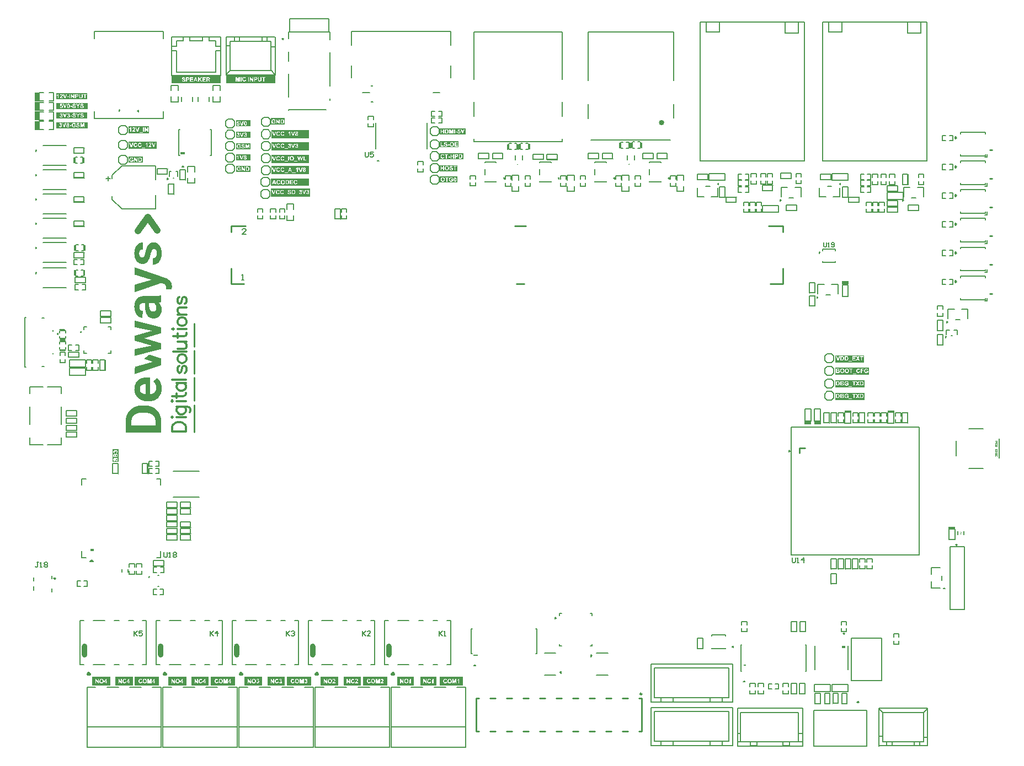
<source format=gto>
G04*
G04 #@! TF.GenerationSoftware,Altium Limited,Altium Designer,23.4.1 (23)*
G04*
G04 Layer_Color=65535*
%FSLAX25Y25*%
%MOIN*%
G70*
G04*
G04 #@! TF.SameCoordinates,6A7C3DE4-8593-4091-87D5-6454EB1C75A9*
G04*
G04*
G04 #@! TF.FilePolarity,Positive*
G04*
G01*
G75*
%ADD10C,0.00630*%
%ADD11C,0.00854*%
%ADD12C,0.01575*%
%ADD13C,0.00394*%
%ADD14C,0.00500*%
%ADD15C,0.01000*%
%ADD16C,0.00013*%
%ADD17C,0.00050*%
%ADD18C,0.00787*%
%ADD19C,0.00966*%
%ADD20C,0.03866*%
%ADD21C,0.00600*%
%ADD22C,0.00984*%
%ADD23C,0.00433*%
%ADD24C,0.01208*%
%ADD25C,0.00700*%
%ADD26R,0.02300X0.01400*%
%ADD27R,0.01700X0.01000*%
%ADD28R,0.01000X0.01000*%
%ADD29R,0.01900X0.01500*%
%ADD30R,0.04000X0.02400*%
%ADD31R,0.04000X0.01300*%
%ADD32R,0.02600X0.01300*%
%ADD33R,0.02500X0.05200*%
%ADD34R,0.02631X0.05215*%
%ADD35R,0.02600X0.01100*%
%ADD36R,0.01800X0.01100*%
G36*
X78408Y305645D02*
X78459Y305628D01*
X78683Y305611D01*
X78734Y305593D01*
X78854Y305576D01*
X78974Y305542D01*
X79111Y305525D01*
X79197Y305491D01*
X79317Y305456D01*
X79386Y305439D01*
X79506Y305388D01*
X79618Y305345D01*
X79661Y305302D01*
X79764Y305285D01*
X79832Y305216D01*
X79952Y305199D01*
X79987Y305147D01*
X80098Y305104D01*
X80124Y305079D01*
X80158Y305062D01*
X80218Y305019D01*
X80236Y304984D01*
X80321Y304967D01*
X80382Y304924D01*
X80502Y304804D01*
X80562Y304778D01*
X80579Y304744D01*
X80604Y304718D01*
X80673Y304701D01*
X80708Y304667D01*
X80742Y304650D01*
X81162Y304229D01*
X81179Y304161D01*
X81248Y304126D01*
X81265Y304058D01*
X81291Y304032D01*
X81317Y304023D01*
X81343Y303963D01*
X81377Y303946D01*
X81402Y303920D01*
X81420Y303886D01*
X81557Y303749D01*
X81574Y303680D01*
X81617Y303603D01*
X81651Y303586D01*
X81720Y303483D01*
X81763Y303371D01*
X81832Y303320D01*
X81849Y303217D01*
X81917Y303148D01*
X82038Y302925D01*
X82072Y302839D01*
X82089Y302805D01*
X82140Y302719D01*
X82158Y302650D01*
X82175Y302616D01*
X82243Y302462D01*
X82261Y302376D01*
X82295Y302342D01*
X82312Y302273D01*
X82346Y302187D01*
X82389Y302076D01*
X82406Y301990D01*
X82432Y301912D01*
X82475Y301801D01*
X82492Y301664D01*
X82569Y301483D01*
X82587Y301363D01*
X82604Y301312D01*
X82647Y301200D01*
X82664Y301063D01*
X82690Y300969D01*
X82707Y300831D01*
X82741Y300746D01*
X82732Y300600D01*
X82758Y300522D01*
X82775Y300402D01*
X82793Y300231D01*
X82810Y300179D01*
X82827Y299887D01*
X82844Y299836D01*
X82853Y298763D01*
X82836Y298008D01*
X82810Y297931D01*
X82793Y297708D01*
X82775Y297657D01*
X82741Y297382D01*
X82724Y297331D01*
X82741Y297296D01*
X82707Y297210D01*
X82690Y297142D01*
X82672Y297022D01*
X82655Y296970D01*
X82638Y296833D01*
X82604Y296747D01*
X82587Y296678D01*
X82569Y296627D01*
X82552Y296507D01*
X82518Y296421D01*
X82492Y296327D01*
X82475Y296258D01*
X82406Y296069D01*
X82389Y296001D01*
X82355Y295915D01*
X82304Y295778D01*
X82226Y295597D01*
X82209Y295546D01*
X82158Y295494D01*
X82140Y295374D01*
X81883Y294877D01*
X81857Y294851D01*
X81832Y294842D01*
X81814Y294739D01*
X81746Y294671D01*
X81694Y294585D01*
X81660Y294550D01*
X81643Y294482D01*
X81574Y294413D01*
X81548Y294353D01*
X81514Y294336D01*
X81497Y294267D01*
X81411Y294164D01*
X81317Y294070D01*
X81300Y294036D01*
X81265Y294019D01*
X81222Y293924D01*
X81188Y293907D01*
X81162Y293881D01*
X81145Y293830D01*
X81094Y293778D01*
X81077Y293744D01*
X80742Y293409D01*
X80708Y293392D01*
X80665Y293332D01*
X80604Y293289D01*
X80502Y293186D01*
X80433Y293169D01*
X80407Y293161D01*
X80390Y293126D01*
X80364Y293100D01*
X80330Y293083D01*
X80227Y292980D01*
X80193Y292963D01*
X80158Y292929D01*
X80073Y292912D01*
X79987Y292826D01*
X79952Y292809D01*
X79918Y292774D01*
X79824Y292749D01*
X79764Y292688D01*
X79661Y292671D01*
X79618Y292611D01*
X79558Y292586D01*
X79523Y292603D01*
X79438Y292517D01*
X79335Y292500D01*
X79266Y292431D01*
X79146Y292414D01*
X79111Y292380D01*
X79060Y292362D01*
X79043D01*
X78923Y292311D01*
X78837Y292277D01*
X78734Y292260D01*
X78648Y292225D01*
X78580Y292208D01*
X78528Y292191D01*
X78391Y292174D01*
X78339Y292157D01*
X78193Y292131D01*
X78125Y292114D01*
X77850Y292096D01*
X77756Y292071D01*
X77550Y292088D01*
X77524Y292114D01*
X77541Y296061D01*
X77824Y296086D01*
X77876Y296104D01*
X78030Y296121D01*
X78116Y296155D01*
X78236Y296172D01*
X78391Y296241D01*
X78477Y296258D01*
X78528Y296309D01*
X78614Y296327D01*
X78683Y296395D01*
X78777Y296421D01*
X78837Y296481D01*
X78871Y296498D01*
X78940Y296567D01*
X78991Y296584D01*
X79034Y296644D01*
X79086Y296678D01*
X79137Y296764D01*
X79257Y296884D01*
X79266Y296910D01*
X79300Y296927D01*
X79326Y296953D01*
X79378Y297039D01*
X79412Y297056D01*
X79429Y297142D01*
X79498Y297210D01*
X79515Y297279D01*
X79532Y297313D01*
X79566Y297348D01*
X79601Y297485D01*
X79669Y297554D01*
X79686Y297708D01*
X79721Y297794D01*
X79755Y297914D01*
X79772Y298017D01*
X79789Y298068D01*
X79841Y298257D01*
X79824Y298292D01*
X79841Y298343D01*
X79875Y298463D01*
X79892Y299253D01*
X79858Y299699D01*
X79824Y299785D01*
X79841Y299836D01*
X79807Y299922D01*
X79789Y300128D01*
X79755Y300214D01*
X79738Y300317D01*
X79686Y300437D01*
X79669Y300505D01*
X79652Y300540D01*
X79549Y300728D01*
X79463Y300883D01*
X79429Y300917D01*
X79412Y300986D01*
X79403Y301012D01*
X79369Y301029D01*
X79343Y301055D01*
X79326Y301089D01*
X79232Y301183D01*
X79197Y301200D01*
X79163Y301252D01*
X79094Y301269D01*
X79060Y301303D01*
X79026Y301321D01*
X78940Y301406D01*
X78828Y301432D01*
X78786Y301492D01*
X78631Y301509D01*
X78545Y301544D01*
X78451Y301569D01*
X78013Y301578D01*
X77927Y301544D01*
X77773Y301526D01*
X77687Y301492D01*
X77601Y301475D01*
X77533Y301406D01*
X77430Y301389D01*
X76975Y300934D01*
X76958Y300866D01*
X76941Y300831D01*
X76889Y300780D01*
X76872Y300746D01*
X76803Y300677D01*
X76786Y300574D01*
X76718Y300505D01*
X76700Y300385D01*
X76546Y300059D01*
X76529Y299991D01*
X76460Y299819D01*
X76434Y299725D01*
X76392Y299579D01*
X76374Y299459D01*
X76340Y299373D01*
X76323Y299304D01*
X76306Y299253D01*
X76289Y299150D01*
X76220Y298995D01*
X76203Y298841D01*
X76151Y298721D01*
X76134Y298652D01*
X76151Y298601D01*
X76134Y298549D01*
X76100Y298429D01*
X76083Y298326D01*
X76065Y298274D01*
X76048Y298137D01*
X76014Y298051D01*
X75997Y297983D01*
X75980Y297931D01*
X75963Y297777D01*
X75928Y297691D01*
X75911Y297571D01*
X75894Y297519D01*
X75877Y297433D01*
X75860Y297382D01*
X75842Y297313D01*
X75817Y297219D01*
X75800Y297116D01*
X75739Y296970D01*
X75722Y296833D01*
X75654Y296730D01*
X75637Y296593D01*
X75568Y296473D01*
X75551Y296335D01*
X75482Y296232D01*
X75465Y296112D01*
X75396Y295958D01*
X75379Y295872D01*
X75328Y295838D01*
X75310Y295700D01*
X75276Y295666D01*
X75259Y295597D01*
X75207Y295512D01*
X74967Y295048D01*
X74916Y294997D01*
X74898Y294894D01*
X74830Y294825D01*
X74813Y294739D01*
X74744Y294671D01*
X74727Y294636D01*
X74658Y294568D01*
X74641Y294482D01*
X74572Y294413D01*
X74555Y294379D01*
X74530Y294353D01*
X74504Y294345D01*
X74461Y294233D01*
X74435Y294207D01*
X74418Y294173D01*
X74246Y294001D01*
X74229Y293967D01*
X74161Y293898D01*
X74143Y293864D01*
X74118Y293838D01*
X74083Y293821D01*
X74066Y293770D01*
X74032Y293753D01*
X74006Y293727D01*
X73989Y293692D01*
X73963Y293667D01*
X73929Y293650D01*
X73903Y293624D01*
X73895Y293598D01*
X73809Y293547D01*
X73757Y293495D01*
X73732Y293486D01*
X73714Y293452D01*
X73689Y293426D01*
X73654Y293409D01*
X73569Y293323D01*
X73534Y293306D01*
X73483Y293255D01*
X73414Y293238D01*
X73363Y293186D01*
X73328Y293169D01*
X73277Y293118D01*
X73208Y293100D01*
X73122Y293049D01*
X73088Y293015D01*
X72985Y292997D01*
X72959Y292972D01*
X72951Y292946D01*
X72813Y292912D01*
X72779Y292877D01*
X72616Y292817D01*
X72505Y292757D01*
X72367Y292740D01*
X72316Y292723D01*
X72230Y292688D01*
X72161Y292671D01*
X72110Y292688D01*
X72024Y292654D01*
X71904Y292637D01*
X71818Y292620D01*
X71767Y292603D01*
X71389Y292586D01*
X71338Y292568D01*
X71046Y292586D01*
X70994Y292603D01*
X70634Y292620D01*
X70583Y292637D01*
X70402Y292663D01*
X70325Y292688D01*
X70257Y292671D01*
X70145Y292714D01*
X70051Y292757D01*
X69913Y292774D01*
X69793Y292843D01*
X69673Y292860D01*
X69484Y292946D01*
X69450Y292963D01*
X69364Y293015D01*
X69278Y293032D01*
X69210Y293100D01*
X69124Y293118D01*
X69072Y293169D01*
X69038Y293186D01*
X68969Y293255D01*
X68866Y293272D01*
X68832Y293323D01*
X68798Y293341D01*
X68712Y293426D01*
X68661Y293444D01*
X68635Y293469D01*
X68626Y293495D01*
X68540Y293512D01*
X68515Y293538D01*
X68498Y293572D01*
X68437Y293615D01*
X68197Y293856D01*
X68172Y293864D01*
X68154Y293898D01*
X68111Y293941D01*
X68077Y293958D01*
X68034Y294019D01*
X67880Y294173D01*
X67863Y294207D01*
X67811Y294242D01*
X67794Y294276D01*
X67751Y294319D01*
X67725Y294327D01*
X67708Y294362D01*
X67674Y294396D01*
X67631Y294508D01*
X67554Y294585D01*
X67536Y294619D01*
X67485Y294654D01*
X67459Y294748D01*
X67416Y294774D01*
X67365Y294859D01*
X67331Y294894D01*
X67313Y294962D01*
X67296Y295014D01*
X67211Y295100D01*
X67073Y295391D01*
X67056Y295426D01*
X66901Y295752D01*
X66884Y295838D01*
X66833Y295889D01*
X66799Y296026D01*
X66730Y296181D01*
X66713Y296267D01*
X66661Y296387D01*
X66644Y296507D01*
X66610Y296593D01*
X66593Y296661D01*
X66575Y296713D01*
X66558Y296850D01*
X66541Y296901D01*
X66524Y296970D01*
X66490Y297056D01*
X66473Y297210D01*
X66455Y297262D01*
X66438Y297416D01*
X66404Y297502D01*
X66387Y297725D01*
X66370Y297777D01*
X66352Y298137D01*
X66335Y298189D01*
X66318Y298360D01*
X66327Y298781D01*
X66301Y298875D01*
X66318Y299115D01*
X66335Y299167D01*
X66318Y299218D01*
X66335Y299785D01*
X66352Y299836D01*
X66370Y300008D01*
X66378Y300205D01*
X66370Y300231D01*
X66387Y300282D01*
X66404Y300402D01*
X66421Y300557D01*
X66455Y300643D01*
X66473Y300814D01*
X66490Y300866D01*
X66507Y301003D01*
X66524Y301055D01*
X66541Y301123D01*
X66558Y301226D01*
X66575Y301278D01*
X66593Y301380D01*
X66610Y301432D01*
X66636Y301544D01*
X66661Y301621D01*
X66679Y301724D01*
X66747Y301878D01*
X66730Y301895D01*
X66816Y302084D01*
X66833Y302187D01*
X66919Y302376D01*
X66987Y302530D01*
X67039Y302616D01*
X67073Y302702D01*
X67090Y302771D01*
X67142Y302805D01*
X67168Y302916D01*
X67228Y302976D01*
X67245Y303045D01*
X67262Y303080D01*
X67296Y303114D01*
X67331Y303200D01*
X67399Y303320D01*
X67485Y303405D01*
X67502Y303491D01*
X67554Y303543D01*
X67571Y303577D01*
X67657Y303663D01*
X67674Y303732D01*
X67751Y303826D01*
X67811Y303886D01*
X67828Y303920D01*
X67880Y303955D01*
X67897Y303989D01*
X68000Y304092D01*
X68008Y304118D01*
X68043Y304135D01*
X68077Y304204D01*
X68111Y304221D01*
X68197Y304307D01*
X68231Y304324D01*
X68257Y304349D01*
X68266Y304375D01*
X68300Y304392D01*
X68472Y304564D01*
X68506Y304581D01*
X68532Y304607D01*
X68540Y304632D01*
X68575Y304650D01*
X68643Y304718D01*
X68729Y304735D01*
X68764Y304787D01*
X68798Y304804D01*
X68901Y304907D01*
X68935Y304924D01*
X69090Y305010D01*
X69124Y305044D01*
X69227Y305062D01*
X69253Y305087D01*
X69270Y305122D01*
X69338Y305139D01*
X69364Y305130D01*
X69407Y305156D01*
X69424Y305190D01*
X69450Y305216D01*
X69570Y305233D01*
X69656Y305285D01*
X69767Y305328D01*
X69828Y305353D01*
X69913Y305388D01*
X70016Y305405D01*
X70222Y305473D01*
X70274Y305456D01*
X70394Y305508D01*
X70480Y305525D01*
X70583Y305559D01*
X70634Y305542D01*
X70737Y305559D01*
X70789Y305576D01*
X71166Y305593D01*
X71235Y305611D01*
X71363Y305619D01*
X71398Y305585D01*
X71381Y301432D01*
X71355Y301406D01*
X71209Y301415D01*
X71115Y301389D01*
X70909Y301372D01*
X70789Y301321D01*
X70720Y301338D01*
X70359Y301166D01*
X70291Y301149D01*
X70222Y301080D01*
X70188Y301063D01*
X70102Y300977D01*
X70068Y300960D01*
X70033Y300926D01*
X69965Y300909D01*
X69785Y300728D01*
X69767Y300694D01*
X69733Y300677D01*
X69716Y300608D01*
X69699Y300574D01*
X69630Y300505D01*
X69613Y300471D01*
X69561Y300437D01*
X69544Y300317D01*
X69510Y300282D01*
X69493Y300214D01*
X69459Y300128D01*
X69441Y300059D01*
X69390Y299939D01*
X69373Y299819D01*
X69356Y299767D01*
X69338Y299699D01*
X69321Y299544D01*
X69304Y299493D01*
X69287Y299287D01*
X69270Y299235D01*
X69287Y298515D01*
X69304Y298463D01*
X69321Y298240D01*
X69338Y298189D01*
X69364Y298094D01*
X69390Y298017D01*
X69407Y297914D01*
X69459Y297794D01*
X69476Y297691D01*
X69510Y297657D01*
X69673Y297339D01*
X69707Y297322D01*
X69733Y297296D01*
X69750Y297262D01*
X69802Y297210D01*
X69819Y297159D01*
X69845Y297133D01*
X69870Y297125D01*
X69888Y297090D01*
X69913Y297065D01*
X69948Y297047D01*
X69973Y297022D01*
X69990Y296987D01*
X70076Y296953D01*
X70094Y296919D01*
X70196Y296833D01*
X70308Y296790D01*
X70359Y296739D01*
X70480Y296721D01*
X70634Y296653D01*
X70840Y296636D01*
X70891Y296618D01*
X71252Y296636D01*
X71303Y296653D01*
X71475Y296670D01*
X71801Y296842D01*
X71852Y296893D01*
X71921Y296910D01*
X71947Y296970D01*
X71998Y296987D01*
X72067Y297108D01*
X72187Y297228D01*
X72196Y297253D01*
X72230Y297270D01*
X72256Y297296D01*
X72273Y297382D01*
X72307Y297416D01*
X72324Y297451D01*
X72513Y297845D01*
X72530Y297914D01*
X72582Y297948D01*
X72599Y298103D01*
X72633Y298137D01*
X72668Y298223D01*
X72685Y298343D01*
X72702Y298394D01*
X72719Y298463D01*
X72753Y298549D01*
X72771Y298652D01*
X72839Y298806D01*
X72856Y298926D01*
X72874Y298978D01*
X72899Y299072D01*
X72916Y299227D01*
X72959Y299338D01*
X72976Y299493D01*
X72994Y299544D01*
X73011Y299647D01*
X73028Y299699D01*
X73045Y299767D01*
X73080Y299887D01*
X73097Y300059D01*
X73131Y300145D01*
X73148Y300248D01*
X73165Y300299D01*
X73182Y300437D01*
X73200Y300488D01*
X73242Y300600D01*
X73260Y300771D01*
X73285Y300849D01*
X73311Y300977D01*
X73337Y301072D01*
X73354Y301157D01*
X73405Y301278D01*
X73423Y301398D01*
X73457Y301483D01*
X73474Y301552D01*
X73491Y301604D01*
X73509Y301707D01*
X73577Y301861D01*
X73594Y301947D01*
X73663Y302101D01*
X73680Y302187D01*
X73732Y302239D01*
X73749Y302376D01*
X73783Y302410D01*
X73817Y302496D01*
X73835Y302582D01*
X73903Y302650D01*
X73920Y302771D01*
X73946Y302796D01*
X73972Y302805D01*
X73989Y302873D01*
X74006Y302959D01*
X74161Y303251D01*
X74229Y303320D01*
X74246Y303423D01*
X74272Y303448D01*
X74306Y303466D01*
X74324Y303551D01*
X74461Y303723D01*
X74478Y303792D01*
X74521Y303852D01*
X74572Y303903D01*
X74590Y303938D01*
X74641Y303989D01*
X74658Y304075D01*
X75319Y304735D01*
X75353Y304753D01*
X75473Y304873D01*
X75568Y304899D01*
X75714Y305044D01*
X75817Y305062D01*
X75842Y305087D01*
X75860Y305122D01*
X76005Y305199D01*
X76297Y305336D01*
X76383Y305370D01*
X76520Y305405D01*
X76640Y305456D01*
X76743Y305473D01*
X76829Y305508D01*
X76949Y305542D01*
X77087Y305559D01*
X77138Y305576D01*
X77301Y305602D01*
X77370Y305619D01*
X77670Y305645D01*
X77722Y305662D01*
X78408Y305645D01*
D02*
G37*
G36*
X66842Y290475D02*
X66936Y290449D01*
X67082Y290389D01*
X67185Y290372D01*
X67339Y290303D01*
X67408Y290286D01*
X67511Y290217D01*
X67579Y290234D01*
X67699Y290166D01*
X67751Y290149D01*
X67854Y290132D01*
X68008Y290063D01*
X68111Y290046D01*
X68231Y289977D01*
X68352Y289960D01*
X68506Y289891D01*
X68592Y289874D01*
X68746Y289806D01*
X68849Y289788D01*
X68969Y289737D01*
X69038Y289720D01*
X69124Y289685D01*
X69235Y289643D01*
X69304Y289625D01*
X69330Y289600D01*
X69364Y289582D01*
X69416Y289565D01*
X69536Y289548D01*
X69639Y289479D01*
X69776Y289462D01*
X69862Y289411D01*
X69913Y289394D01*
X69948Y289411D01*
X70136Y289325D01*
X70239Y289308D01*
X70394Y289239D01*
X70480Y289222D01*
X70634Y289153D01*
X70720Y289136D01*
X70874Y289068D01*
X70960Y289050D01*
X71132Y288982D01*
X71200Y288965D01*
X71286Y288913D01*
X71406Y288896D01*
X71526Y288827D01*
X71664Y288810D01*
X71698Y288776D01*
X71784Y288741D01*
X71904Y288724D01*
X72058Y288656D01*
X72144Y288638D01*
X72299Y288570D01*
X72385Y288553D01*
X72505Y288501D01*
X72616Y288475D01*
X72762Y288416D01*
X72831Y288398D01*
X72916Y288364D01*
X73105Y288295D01*
X73191Y288244D01*
X73328Y288227D01*
X73363Y288192D01*
X73448Y288158D01*
X73500Y288175D01*
X73689Y288089D01*
X73774Y288072D01*
X73929Y288004D01*
X74032Y287986D01*
X74186Y287918D01*
X74272Y287901D01*
X74427Y287832D01*
X74512Y287815D01*
X74633Y287763D01*
X74701Y287746D01*
X74787Y287695D01*
X74839Y287678D01*
X74976Y287660D01*
X75027Y287609D01*
X75096Y287592D01*
X75199Y287575D01*
X75319Y287506D01*
X75456Y287489D01*
X75559Y287420D01*
X75696Y287403D01*
X75851Y287334D01*
X75937Y287317D01*
X76057Y287266D01*
X76160Y287248D01*
X76314Y287180D01*
X76383Y287163D01*
X76555Y287094D01*
X76649Y287068D01*
X76692Y287025D01*
X76761Y287008D01*
X76881Y286991D01*
X76932Y286940D01*
X76992Y286931D01*
X77035Y286940D01*
X77224Y286854D01*
X77293D01*
X77481Y286768D01*
X77567Y286751D01*
X77722Y286682D01*
X77824Y286665D01*
X77979Y286596D01*
X78065Y286579D01*
X78219Y286511D01*
X78305Y286493D01*
X78477Y286425D01*
X78545Y286408D01*
X78597Y286356D01*
X78751Y286339D01*
X78854Y286270D01*
X78991Y286253D01*
X79146Y286185D01*
X79232Y286167D01*
X79386Y286099D01*
X79489Y286082D01*
X79609Y286030D01*
X79695Y286013D01*
X79849Y285944D01*
X79935Y285927D01*
X80090Y285858D01*
X80193Y285841D01*
X80347Y285773D01*
X80441Y285747D01*
X80484Y285704D01*
X80536Y285687D01*
X80587Y285704D01*
X80708Y285635D01*
X80759Y285618D01*
X80879Y285601D01*
X80982Y285532D01*
X81119Y285515D01*
X81274Y285447D01*
X81360Y285430D01*
X81514Y285361D01*
X81617Y285344D01*
X81771Y285275D01*
X81857Y285258D01*
X81977Y285206D01*
X82046Y285189D01*
X82132Y285155D01*
X82346Y285078D01*
X82389Y285035D01*
X82544Y285018D01*
X82647Y284949D01*
X82784Y284932D01*
X82921Y284863D01*
X82956Y284880D01*
X83144Y284794D01*
X83247Y284777D01*
X83402Y284709D01*
X83488Y284692D01*
X83642Y284623D01*
X83745Y284606D01*
X83899Y284537D01*
X83994Y284511D01*
X84105Y284468D01*
X84243Y284417D01*
X84277Y284383D01*
X84414Y284366D01*
X84569Y284297D01*
X84672Y284280D01*
X84775Y284211D01*
X84912Y284194D01*
X85066Y284125D01*
X85135Y284108D01*
X85186Y284057D01*
X85307Y284039D01*
X85495Y283954D01*
X85581Y283902D01*
X85633Y283885D01*
X85719Y283868D01*
X86388Y283525D01*
X86439Y283473D01*
X86542Y283456D01*
X86585Y283396D01*
X86688Y283379D01*
X86765Y283301D01*
X86800Y283284D01*
X86825Y283259D01*
X86834Y283233D01*
X86937Y283216D01*
X87091Y283061D01*
X87143Y283044D01*
X87194Y282993D01*
X87280Y282958D01*
X87314Y282907D01*
X87349Y282890D01*
X87520Y282718D01*
X87555Y282701D01*
X87581Y282675D01*
X87598Y282641D01*
X87649Y282607D01*
X87666Y282572D01*
X87924Y282315D01*
X87941Y282280D01*
X88061Y282160D01*
X88078Y282092D01*
X88095Y282057D01*
X88181Y281972D01*
X88198Y281937D01*
X88250Y281886D01*
X88267Y281800D01*
X88353Y281714D01*
X88370Y281680D01*
X88456Y281525D01*
X88490Y281491D01*
X88507Y281388D01*
X88576Y281319D01*
X88593Y281217D01*
X88644Y281165D01*
X88662Y281096D01*
X88679Y281045D01*
X88747Y280890D01*
X88765Y280787D01*
X88833Y280633D01*
X88850Y280513D01*
X88867Y280461D01*
X88885Y280376D01*
X88902Y280324D01*
X88919Y280204D01*
X88936Y280153D01*
X88953Y279964D01*
X88988Y279878D01*
X89005Y279621D01*
X89022Y279569D01*
X89031Y278925D01*
X89013Y278497D01*
X88988Y278402D01*
X88971Y278179D01*
X88953Y278128D01*
X88936Y277956D01*
X88910Y277861D01*
X88893Y277724D01*
X88867Y277630D01*
X88833Y277544D01*
X88825Y277501D01*
X88833Y277441D01*
X88799Y277355D01*
X88782Y277287D01*
X88739Y277209D01*
X88610Y277218D01*
X85615Y277209D01*
X85590Y277287D01*
X85598Y278342D01*
X85573Y278436D01*
X85547Y278702D01*
X85530Y278788D01*
X85513Y279011D01*
X85435Y279191D01*
X85418Y279294D01*
X85264Y279621D01*
X85247Y279672D01*
X85195Y279724D01*
X85178Y279758D01*
X85075Y279861D01*
X85066Y279887D01*
X85032Y279904D01*
X84989Y279964D01*
X84921Y280015D01*
X84903Y280049D01*
X84835Y280101D01*
X84818Y280135D01*
X84749Y280187D01*
X84732Y280221D01*
X84637Y280281D01*
X84603Y280315D01*
X84517Y280333D01*
X84474Y280376D01*
X84466Y280401D01*
X84397Y280418D01*
X84363Y280436D01*
X84277Y280487D01*
X84208Y280504D01*
X84157Y280556D01*
X84088Y280573D01*
X84037Y280590D01*
X83985Y280642D01*
X83917Y280659D01*
X83831Y280676D01*
X83676Y280745D01*
X83608Y280762D01*
X83556Y280813D01*
X83419Y280830D01*
X83299Y280899D01*
X83179Y280916D01*
X83144Y280950D01*
X83076Y280968D01*
X82990Y281002D01*
X82904Y281053D01*
X82853Y281071D01*
X82750Y281088D01*
X82664Y281122D01*
X82544Y281105D01*
X82509Y281071D01*
X82372Y281053D01*
X82218Y280985D01*
X82115Y280968D01*
X82080Y280933D01*
X81995Y280899D01*
X81875Y280882D01*
X81840Y280848D01*
X81771Y280830D01*
X81686Y280796D01*
X81574Y280753D01*
X81488Y280736D01*
X81291Y280659D01*
X81205Y280642D01*
X81051Y280573D01*
X80948Y280556D01*
X80793Y280487D01*
X80708Y280470D01*
X80553Y280401D01*
X80450Y280384D01*
X80416Y280350D01*
X80313Y280315D01*
X80278Y280333D01*
X80141Y280247D01*
X80055Y280230D01*
X79970Y280195D01*
X79849Y280161D01*
X79678Y280092D01*
X79541Y280058D01*
X79386Y279989D01*
X79300Y279972D01*
X79180Y279921D01*
X79077Y279904D01*
X78923Y279835D01*
X78820Y279818D01*
X78786Y279784D01*
X78700Y279749D01*
X78580Y279732D01*
X78545Y279698D01*
X78459Y279663D01*
X78339Y279646D01*
X78305Y279612D01*
X78236Y279595D01*
X78125Y279552D01*
X78039Y279518D01*
X77953Y279500D01*
X77867Y279466D01*
X77773Y279423D01*
X77670Y279406D01*
X77516Y279337D01*
X77413Y279320D01*
X77258Y279252D01*
X77172Y279234D01*
X77018Y279166D01*
X76915Y279149D01*
X76881Y279114D01*
X76778Y279080D01*
X76743Y279097D01*
X76657Y279046D01*
X76572Y279011D01*
X76409Y278951D01*
X76314Y278925D01*
X76228Y278891D01*
X76108Y278840D01*
X76005Y278822D01*
X75851Y278754D01*
X75748Y278737D01*
X75611Y278668D01*
X75576Y278685D01*
X75388Y278599D01*
X75285Y278582D01*
X75250Y278548D01*
X75165Y278514D01*
X75044Y278497D01*
X75010Y278462D01*
X74744Y278368D01*
X74676Y278351D01*
X74538Y278299D01*
X74461Y278273D01*
X74366Y278248D01*
X74221Y278188D01*
X74118Y278170D01*
X73998Y278102D01*
X73878Y278085D01*
X73723Y278016D01*
X73620Y277999D01*
X73586Y277964D01*
X73500Y277930D01*
X73380Y277913D01*
X73346Y277879D01*
X73242Y277844D01*
X73191Y277861D01*
X73088Y277793D01*
X73019Y277776D01*
X72934Y277741D01*
X72813Y277690D01*
X72711Y277673D01*
X72556Y277604D01*
X72470Y277587D01*
X72316Y277518D01*
X72213Y277501D01*
X72076Y277432D01*
X72041Y277450D01*
X71852Y277364D01*
X71750Y277347D01*
X71647Y277278D01*
X71492Y277261D01*
X71441Y277209D01*
X71329Y277184D01*
X71183Y277124D01*
X71089Y277098D01*
X71003Y277063D01*
X70926Y277038D01*
X70840Y277021D01*
X70685Y276952D01*
X70583Y276935D01*
X70463Y276866D01*
X70342Y276849D01*
X70188Y276780D01*
X70085Y276763D01*
X70051Y276729D01*
X69965Y276694D01*
X69845Y276677D01*
X69810Y276643D01*
X69742Y276626D01*
X69630Y276583D01*
X69544Y276549D01*
X69459Y276532D01*
X69261Y276454D01*
X69175Y276437D01*
X69021Y276368D01*
X68918Y276351D01*
X68798Y276283D01*
X68678Y276266D01*
X68523Y276197D01*
X68506Y276214D01*
X68317Y276128D01*
X68214Y276111D01*
X68129Y276060D01*
X67914Y275982D01*
X67820Y275957D01*
X67648Y275888D01*
X67536Y275862D01*
X67391Y275802D01*
X67288Y275785D01*
X67168Y275716D01*
X67047Y275699D01*
X66893Y275631D01*
X66790Y275613D01*
X66756Y275579D01*
X66670Y275545D01*
X66618Y275562D01*
X66610Y280015D01*
X66653Y280058D01*
X66738Y280092D01*
X66876Y280110D01*
X67030Y280178D01*
X67133Y280195D01*
X67253Y280247D01*
X67322Y280264D01*
X67442Y280281D01*
X67597Y280350D01*
X67631Y280333D01*
X67820Y280418D01*
X67940Y280436D01*
X68111Y280504D01*
X68266Y280521D01*
X68386Y280590D01*
X68523Y280607D01*
X68643Y280659D01*
X68755Y280684D01*
X68987Y280762D01*
X69038Y280745D01*
X69227Y280830D01*
X69330Y280848D01*
X69484Y280916D01*
X69587Y280933D01*
X69639Y280950D01*
X69750Y280993D01*
X69888Y281011D01*
X70068Y281088D01*
X70188Y281105D01*
X70308Y281156D01*
X70394Y281174D01*
X70445Y281191D01*
X70617Y281242D01*
X70737Y281259D01*
X70891Y281328D01*
X70994Y281345D01*
X71115Y281397D01*
X71252Y281431D01*
X71303Y281448D01*
X71372Y281465D01*
X71458Y281500D01*
X71578Y281517D01*
X71698Y281568D01*
X71801Y281585D01*
X71921Y281637D01*
X72058Y281671D01*
X72110Y281688D01*
X72221Y281731D01*
X72359Y281748D01*
X72453Y281791D01*
X72539Y281826D01*
X72642Y281843D01*
X72813Y281911D01*
X72968Y281929D01*
X73122Y281997D01*
X73157Y281980D01*
X73346Y282066D01*
X73448Y282083D01*
X73534Y282117D01*
X73654Y282152D01*
X73774Y282169D01*
X73929Y282238D01*
X74049Y282255D01*
X74169Y282306D01*
X74281Y282332D01*
X74358Y282358D01*
X74444Y282392D01*
X74495Y282409D01*
X74547Y282392D01*
X74735Y282478D01*
X74856Y282495D01*
X75010Y282564D01*
X75113Y282581D01*
X75165Y282598D01*
X75276Y282641D01*
X75413Y282658D01*
X75594Y282735D01*
X75696Y282752D01*
X75817Y282804D01*
X75920Y282821D01*
X76005Y282855D01*
X76074Y282873D01*
X76126Y282890D01*
X76246Y282907D01*
X76400Y282976D01*
X76486Y282993D01*
X76512Y283018D01*
X76494Y283104D01*
X76469Y283130D01*
X76374Y283156D01*
X76306Y283173D01*
X76220Y283207D01*
X76117Y283224D01*
X75971Y283284D01*
X75851Y283301D01*
X75696Y283370D01*
X75576Y283387D01*
X75491Y283422D01*
X75422Y283439D01*
X75371Y283456D01*
X75285Y283473D01*
X75130Y283542D01*
X75010Y283559D01*
X74856Y283628D01*
X74804Y283610D01*
X74684Y283662D01*
X74615Y283679D01*
X74564Y283696D01*
X74461Y283713D01*
X74306Y283782D01*
X74186Y283799D01*
X74101Y283834D01*
X74006Y283859D01*
X73937Y283876D01*
X73800Y283928D01*
X73706Y283954D01*
X73620Y283971D01*
X73466Y284039D01*
X73414Y284022D01*
X73294Y284074D01*
X73105Y284125D01*
X73037Y284142D01*
X72916Y284194D01*
X72796Y284211D01*
X72642Y284280D01*
X72522Y284297D01*
X72470Y284314D01*
X72359Y284357D01*
X72256Y284374D01*
X72110Y284434D01*
X72067Y284443D01*
X72024Y284434D01*
X71835Y284520D01*
X71681Y284537D01*
X71526Y284606D01*
X71406Y284623D01*
X71252Y284692D01*
X71132Y284709D01*
X71046Y284743D01*
X70951Y284769D01*
X70866Y284786D01*
X70720Y284846D01*
X70651Y284863D01*
X70548Y284880D01*
X70463Y284932D01*
X70308Y284949D01*
X70222Y284983D01*
X70102Y285018D01*
X70008Y285043D01*
X69862Y285103D01*
X69742Y285121D01*
X69587Y285189D01*
X69450Y285206D01*
X69364Y285241D01*
X69244Y285275D01*
X69158Y285292D01*
X69038Y285344D01*
X68918Y285361D01*
X68815Y285430D01*
X68626Y285447D01*
X68472Y285515D01*
X68352Y285532D01*
X68197Y285601D01*
X68077Y285618D01*
X68026Y285635D01*
X67854Y285687D01*
X67760Y285713D01*
X67665Y285755D01*
X67528Y285773D01*
X67408Y285841D01*
X67253Y285858D01*
X67168Y285893D01*
X67099Y285910D01*
X67047Y285927D01*
X66962Y285944D01*
X66807Y286013D01*
X66687Y286030D01*
X66610Y286090D01*
X66618Y290543D01*
X66661Y290552D01*
X66842Y290475D01*
D02*
G37*
G36*
X82552Y273769D02*
X82569Y273717D01*
X82552Y269530D01*
X82527Y269504D01*
X82458Y269487D01*
X82372Y269453D01*
X82286Y269436D01*
X82235Y269384D01*
X82098Y269350D01*
X81977Y269298D01*
X81866Y269272D01*
X81771Y269247D01*
X81703Y269230D01*
X81651Y269212D01*
X81531Y269195D01*
X81480Y269178D01*
X81360Y269161D01*
X81239Y269127D01*
X81154Y269109D01*
X81145Y268998D01*
X81188Y268955D01*
X81222Y268938D01*
X81265Y268878D01*
X81317Y268843D01*
X81334Y268809D01*
X81394Y268766D01*
X81428Y268715D01*
X81463Y268698D01*
X81488Y268672D01*
X81506Y268637D01*
X81557Y268603D01*
X81574Y268569D01*
X81660Y268483D01*
X81677Y268449D01*
X81814Y268311D01*
X81849Y268226D01*
X81900Y268174D01*
X81943Y268097D01*
X81969Y268088D01*
X81986Y268020D01*
X82029Y267943D01*
X82055Y267934D01*
X82072Y267900D01*
X82158Y267779D01*
X82175Y267711D01*
X82226Y267659D01*
X82252Y267548D01*
X82312Y267488D01*
X82329Y267385D01*
X82398Y267316D01*
X82415Y267213D01*
X82484Y267093D01*
X82501Y266973D01*
X82552Y266887D01*
X82578Y266793D01*
X82604Y266716D01*
X82647Y266604D01*
X82664Y266467D01*
X82741Y266235D01*
X82724Y266183D01*
X82758Y266098D01*
X82784Y265883D01*
X82801Y265814D01*
X82818Y265574D01*
X82844Y265497D01*
X82853Y264905D01*
X82836Y264493D01*
X82810Y264399D01*
X82793Y264124D01*
X82775Y264073D01*
X82750Y263824D01*
X82724Y263730D01*
X82741Y263695D01*
X82707Y263609D01*
X82690Y263541D01*
X82672Y263403D01*
X82638Y263318D01*
X82621Y263215D01*
X82569Y263094D01*
X82552Y262974D01*
X82484Y262871D01*
X82467Y262751D01*
X82312Y262425D01*
X82295Y262357D01*
X82243Y262305D01*
X82226Y262236D01*
X82209Y262202D01*
X82158Y262116D01*
X82123Y262031D01*
X82089Y261996D01*
X82046Y261902D01*
X82012Y261885D01*
X81969Y261773D01*
X81900Y261704D01*
X81883Y261619D01*
X81832Y261567D01*
X81814Y261533D01*
X81660Y261378D01*
X81634Y261318D01*
X81600Y261301D01*
X81574Y261276D01*
X81557Y261207D01*
X81334Y260984D01*
X81325Y260958D01*
X81291Y260941D01*
X81248Y260898D01*
X81239Y260872D01*
X81205Y260855D01*
X81179Y260829D01*
X81162Y260795D01*
X81094Y260743D01*
X81085Y260718D01*
X81051Y260701D01*
X80982Y260632D01*
X80931Y260615D01*
X80896Y260563D01*
X80810Y260512D01*
X80776Y260477D01*
X80742Y260460D01*
X80673Y260392D01*
X80639Y260374D01*
X80604Y260340D01*
X80519Y260306D01*
X80484Y260289D01*
X80416Y260220D01*
X80382Y260203D01*
X79849Y259946D01*
X79729Y259894D01*
X79643Y259877D01*
X79489Y259808D01*
X79369Y259791D01*
X79283Y259757D01*
X79163Y259722D01*
X79111Y259740D01*
X79026Y259705D01*
X78957Y259688D01*
X78837Y259671D01*
X78786Y259654D01*
X78562Y259637D01*
X78511Y259619D01*
X77464Y259637D01*
X77413Y259654D01*
X77224Y259671D01*
X77172Y259688D01*
X77001Y259705D01*
X76915Y259740D01*
X76863Y259722D01*
X76778Y259757D01*
X76666Y259800D01*
X76529Y259817D01*
X76443Y259851D01*
X76357Y259868D01*
X76263Y259911D01*
X76108Y259980D01*
X76040Y259997D01*
X75971Y260066D01*
X75851Y260083D01*
X75817Y260134D01*
X75705Y260160D01*
X75645Y260220D01*
X75576Y260237D01*
X75542Y260254D01*
X75491Y260306D01*
X75439Y260323D01*
X75371Y260392D01*
X75302Y260409D01*
X75250Y260460D01*
X75216Y260477D01*
X75130Y260563D01*
X75096Y260580D01*
X75044Y260632D01*
X74976Y260649D01*
X74598Y261027D01*
X74564Y261044D01*
X74521Y261104D01*
X74418Y261207D01*
X74375Y261318D01*
X74341Y261335D01*
X74298Y261396D01*
X74229Y261464D01*
X74212Y261499D01*
X74161Y261550D01*
X74143Y261619D01*
X74126Y261653D01*
X74058Y261722D01*
X74041Y261756D01*
X73989Y261807D01*
X73972Y261893D01*
X73946Y261919D01*
X73920Y261928D01*
X73903Y261962D01*
X73835Y262065D01*
X73817Y262134D01*
X73577Y262631D01*
X73560Y262734D01*
X73509Y262786D01*
X73491Y262854D01*
X73405Y263043D01*
X73388Y263146D01*
X73320Y263300D01*
X73303Y263421D01*
X73251Y263541D01*
X73234Y263644D01*
X73217Y263695D01*
X73200Y263764D01*
X73165Y263850D01*
X73148Y264055D01*
X73131Y264107D01*
X73114Y264176D01*
X73080Y264296D01*
X73062Y264416D01*
X73045Y264467D01*
X73028Y264656D01*
X72994Y264742D01*
X72976Y264931D01*
X72959Y264982D01*
X72942Y265171D01*
X72908Y265257D01*
X72916Y265489D01*
X72891Y265583D01*
X72865Y266175D01*
X72848Y266587D01*
X72831Y266827D01*
X72822Y266887D01*
X72839Y266939D01*
X72831Y268800D01*
X72839Y268878D01*
X72796Y268921D01*
X72676Y268938D01*
X72625Y268921D01*
X72573Y268938D01*
X71441Y268921D01*
X71389Y268903D01*
X71295Y268878D01*
X71166Y268869D01*
X71149Y268886D01*
X71063Y268852D01*
X70951Y268809D01*
X70866Y268792D01*
X70754Y268749D01*
X70634Y268715D01*
X70600Y268698D01*
X70497Y268629D01*
X70428Y268612D01*
X70377Y268560D01*
X70308Y268543D01*
X70274Y268526D01*
X70205Y268457D01*
X70171Y268440D01*
X70119Y268389D01*
X70059Y268363D01*
X70033Y268303D01*
X69973Y268277D01*
X69956Y268226D01*
X69888Y268157D01*
X69870Y268123D01*
X69819Y268088D01*
X69802Y268054D01*
X69716Y267968D01*
X69699Y267865D01*
X69673Y267840D01*
X69647Y267831D01*
X69630Y267711D01*
X69544Y267522D01*
X69527Y267436D01*
X69476Y267316D01*
X69459Y267127D01*
X69424Y267041D01*
X69441Y265978D01*
X69476Y265892D01*
X69493Y265686D01*
X69510Y265634D01*
X69527Y265548D01*
X69544Y265497D01*
X69561Y265411D01*
X69613Y265325D01*
X69665Y265205D01*
X69819Y264914D01*
X70291Y264442D01*
X70377Y264424D01*
X70428Y264373D01*
X70540Y264330D01*
X70634Y264270D01*
X70685Y264287D01*
X70720Y264270D01*
X70874Y264201D01*
X71097Y264184D01*
X71149Y264167D01*
X71303Y264150D01*
X71329Y264124D01*
X71312Y259971D01*
X71235Y259946D01*
X71123Y259971D01*
X70883Y259988D01*
X70814Y260006D01*
X70591Y260040D01*
X70497Y260066D01*
X70377Y260083D01*
X70325Y260100D01*
X70153Y260151D01*
X70068Y260169D01*
X69913Y260237D01*
X69862Y260254D01*
X69810Y260306D01*
X69673Y260323D01*
X69347Y260495D01*
X69321Y260520D01*
X69313Y260546D01*
X69201Y260572D01*
X69141Y260632D01*
X69107Y260649D01*
X69038Y260718D01*
X68952Y260735D01*
X68884Y260804D01*
X68824Y260829D01*
X68806Y260864D01*
X68695Y260907D01*
X68661Y260958D01*
X68626Y260975D01*
X68558Y261044D01*
X68480Y261087D01*
X68463Y261121D01*
X68395Y261155D01*
X68377Y261190D01*
X68352Y261215D01*
X68317Y261233D01*
X68283Y261284D01*
X68223Y261310D01*
X68180Y261387D01*
X68146Y261404D01*
X68120Y261464D01*
X68068Y261499D01*
X68026Y261576D01*
X67991Y261593D01*
X67948Y261653D01*
X67863Y261739D01*
X67854Y261765D01*
X67820Y261782D01*
X67794Y261807D01*
X67777Y261842D01*
X67725Y261893D01*
X67708Y261962D01*
X67657Y262013D01*
X67639Y262048D01*
X67554Y262134D01*
X67536Y262168D01*
X67451Y262322D01*
X67399Y262374D01*
X67382Y262477D01*
X67322Y262520D01*
X67305Y262623D01*
X67228Y262700D01*
X67073Y263026D01*
X67065Y263069D01*
X67073Y263094D01*
X67047Y263137D01*
X67013Y263155D01*
X66987Y263180D01*
X66970Y263300D01*
X66919Y263352D01*
X66901Y263455D01*
X66816Y263644D01*
X66799Y263747D01*
X66730Y263884D01*
X66747Y263918D01*
X66661Y264107D01*
X66644Y264227D01*
X66627Y264279D01*
X66601Y264390D01*
X66575Y264467D01*
X66558Y264570D01*
X66541Y264622D01*
X66524Y264725D01*
X66490Y264811D01*
X66473Y264982D01*
X66455Y265034D01*
X66438Y265240D01*
X66421Y265291D01*
X66404Y265360D01*
X66387Y265583D01*
X66370Y265634D01*
X66344Y266072D01*
X66327Y266226D01*
X66318Y266578D01*
X66335Y266630D01*
X66301Y266750D01*
X66318Y266904D01*
X66335Y266956D01*
X66318Y267024D01*
X66335Y267539D01*
X66352Y267591D01*
X66370Y267659D01*
X66387Y267934D01*
X66404Y267985D01*
X66413Y268028D01*
X66404Y268157D01*
X66438Y268243D01*
X66455Y268363D01*
X66473Y268517D01*
X66490Y268569D01*
X66507Y268741D01*
X66524Y268792D01*
X66541Y268861D01*
X66567Y268955D01*
X66584Y269024D01*
X66653Y269212D01*
X66670Y269350D01*
X66730Y269461D01*
X66747Y269581D01*
X66816Y269702D01*
X66833Y269822D01*
X66919Y270010D01*
X66936Y270045D01*
X66987Y270130D01*
X67022Y270216D01*
X67073Y270302D01*
X67107Y270388D01*
X67142Y270422D01*
X67185Y270534D01*
X67253Y270637D01*
X67313Y270697D01*
X67331Y270800D01*
X67382Y270834D01*
X67425Y270946D01*
X67468Y271006D01*
X67494Y271049D01*
X67528Y271066D01*
X67554Y271092D01*
X67571Y271126D01*
X67639Y271195D01*
X67657Y271246D01*
X67708Y271297D01*
X67742Y271383D01*
X67803Y271426D01*
X67966Y271589D01*
X67983Y271623D01*
X68051Y271675D01*
X68068Y271709D01*
X68214Y271855D01*
X68249Y271872D01*
X68403Y272027D01*
X68472Y272044D01*
X68506Y272095D01*
X68558Y272113D01*
X68626Y272181D01*
X68661Y272198D01*
X68729Y272267D01*
X68815Y272284D01*
X68884Y272353D01*
X68918Y272370D01*
X68969Y272422D01*
X69055Y272439D01*
X69124Y272507D01*
X69184Y272516D01*
X69192Y272507D01*
X69287Y272585D01*
X69390Y272602D01*
X69467Y272679D01*
X69570Y272696D01*
X69622Y272747D01*
X69725Y272765D01*
X69879Y272833D01*
X69990Y272859D01*
X70171Y272936D01*
X70274Y272919D01*
X70394Y272971D01*
X70463Y272988D01*
X70514Y273005D01*
X70651Y273022D01*
X70703Y273039D01*
X70900Y273065D01*
X70969Y273082D01*
X71209Y273099D01*
X71303Y273125D01*
X72007Y273142D01*
X72058Y273159D01*
X72179Y273142D01*
X72753Y273151D01*
X72916Y273142D01*
X72968Y273159D01*
X73019Y273142D01*
X73071Y273159D01*
X73122Y273142D01*
X73320Y273151D01*
X73672Y273142D01*
X73723Y273159D01*
X73792Y273142D01*
X73972Y273151D01*
X73998Y273142D01*
X74049Y273159D01*
X74118Y273142D01*
X74315Y273151D01*
X75233Y273142D01*
X75285Y273159D01*
X75353Y273142D01*
X76048Y273151D01*
X76211Y273142D01*
X76263Y273159D01*
X76332Y273142D01*
X76700Y273151D01*
X77121Y273142D01*
X77172Y273159D01*
X77241Y273142D01*
X77610Y273151D01*
X77945Y273142D01*
X77996Y273159D01*
X78065Y273142D01*
X78974Y273159D01*
X78991D01*
X79832Y273194D01*
X79884Y273211D01*
X80347Y273228D01*
X80399Y273245D01*
X80467Y273262D01*
X80673Y273280D01*
X80725Y273297D01*
X80896Y273314D01*
X80999Y273348D01*
X81051Y273331D01*
X81137Y273365D01*
X81317Y273408D01*
X81420Y273425D01*
X81497Y273451D01*
X81608Y273494D01*
X81746Y273511D01*
X81875Y273588D01*
X82012Y273606D01*
X82046Y273640D01*
X82183Y273691D01*
X82218Y273726D01*
X82286Y273743D01*
X82372Y273777D01*
X82441Y273794D01*
X82552Y273769D01*
D02*
G37*
G36*
X66807Y258298D02*
X66901Y258272D01*
X67039Y258255D01*
X67116Y258229D01*
X67228Y258187D01*
X67365Y258169D01*
X67442Y258144D01*
X67511Y258126D01*
X67597Y258092D01*
X67717Y258075D01*
X67768Y258058D01*
X67854Y258041D01*
X67905Y258024D01*
X68008Y258006D01*
X68094Y257972D01*
X68197Y257955D01*
X68249Y257938D01*
X68352Y257921D01*
X68437Y257886D01*
X68540Y257869D01*
X68592Y257852D01*
X68678Y257835D01*
X68764Y257800D01*
X68866Y257783D01*
X68918Y257766D01*
X69004Y257749D01*
X69124Y257697D01*
X69192Y257680D01*
X69244Y257697D01*
X69296Y257680D01*
X69467Y257612D01*
X69639Y257594D01*
X69793Y257526D01*
X69965Y257509D01*
X70136Y257440D01*
X70291Y257423D01*
X70342Y257406D01*
X70428Y257371D01*
X70497Y257354D01*
X70617Y257337D01*
X70823Y257268D01*
X70874Y257286D01*
X70994Y257234D01*
X71063Y257217D01*
X71115Y257200D01*
X71235Y257183D01*
X71320Y257148D01*
X71406Y257131D01*
X71458Y257114D01*
X71561Y257097D01*
X71612Y257080D01*
X71681Y257063D01*
X71801Y257028D01*
X71904Y257011D01*
X71955Y256994D01*
X72024Y256977D01*
X72110Y256942D01*
X72230Y256925D01*
X72281Y256908D01*
X72393Y256882D01*
X72470Y256856D01*
X72556Y256839D01*
X72608Y256822D01*
X72711Y256805D01*
X72762Y256788D01*
X72899Y256754D01*
X73019Y256702D01*
X73191Y256685D01*
X73346Y256616D01*
X73517Y256599D01*
X73689Y256530D01*
X73843Y256513D01*
X73895Y256496D01*
X73980Y256462D01*
X74049Y256445D01*
X74083Y256462D01*
X74169Y256428D01*
X74341Y256376D01*
X74461Y256359D01*
X74547Y256325D01*
X74615Y256307D01*
X74667Y256290D01*
X74787Y256273D01*
X74839Y256256D01*
X74907Y256239D01*
X74993Y256204D01*
X75130Y256187D01*
X75182Y256170D01*
X75353Y256119D01*
X75456Y256101D01*
X75508Y256084D01*
X75696Y256033D01*
X75782Y256016D01*
X75834Y255998D01*
X75937Y255981D01*
X75988Y255964D01*
X76091Y255947D01*
X76177Y255913D01*
X76263Y255895D01*
X76314Y255878D01*
X76417Y255861D01*
X76503Y255827D01*
X76606Y255810D01*
X76657Y255793D01*
X76743Y255775D01*
X76898Y255707D01*
X77087Y255690D01*
X77241Y255621D01*
X77318Y255629D01*
X77507Y255561D01*
X77662Y255544D01*
X77799Y255492D01*
X77893Y255467D01*
X78030Y255449D01*
X78202Y255381D01*
X78356Y255363D01*
X78408Y255346D01*
X78519Y255304D01*
X78657Y255286D01*
X78888Y255209D01*
X78940Y255226D01*
X79060Y255175D01*
X79154Y255149D01*
X79300Y255123D01*
X79386Y255089D01*
X79472Y255072D01*
X79523Y255055D01*
X79643Y255037D01*
X79729Y255003D01*
X79815Y254986D01*
X79867Y254969D01*
X79970Y254952D01*
X80021Y254935D01*
X80090Y254917D01*
X80210Y254883D01*
X80296Y254866D01*
X80347Y254849D01*
X80459Y254823D01*
X80553Y254797D01*
X80639Y254780D01*
X80759Y254729D01*
X80931Y254711D01*
X81085Y254643D01*
X81257Y254626D01*
X81411Y254557D01*
X81600Y254540D01*
X81754Y254471D01*
X81909Y254454D01*
X81960Y254437D01*
X82046Y254402D01*
X82115Y254385D01*
X82149Y254402D01*
X82235Y254368D01*
X82304Y254351D01*
X82389Y254317D01*
X82527Y254300D01*
X82569Y254257D01*
X82561Y250747D01*
X82424Y250730D01*
X82304Y250679D01*
X82200Y250661D01*
X82115Y250627D01*
X82046Y250610D01*
X81995Y250593D01*
X81875Y250576D01*
X81720Y250507D01*
X81617Y250490D01*
X81497Y250438D01*
X81428Y250421D01*
X81334Y250395D01*
X81197Y250344D01*
X81059Y250327D01*
X80896Y250250D01*
X80845Y250267D01*
X80656Y250181D01*
X80536Y250164D01*
X80364Y250095D01*
X80227Y250078D01*
X80073Y250009D01*
X79952Y249992D01*
X79798Y249923D01*
X79695Y249906D01*
X79643Y249889D01*
X79558Y249855D01*
X79506Y249838D01*
X79455Y249855D01*
X79266Y249769D01*
X79146Y249752D01*
X78991Y249683D01*
X78888Y249666D01*
X78717Y249598D01*
X78562Y249580D01*
X78528Y249546D01*
X78442Y249512D01*
X78305Y249495D01*
X78185Y249443D01*
X78082Y249426D01*
X77962Y249374D01*
X77824Y249340D01*
X77773Y249323D01*
X77662Y249280D01*
X77524Y249263D01*
X77344Y249186D01*
X77241Y249168D01*
X77121Y249117D01*
X77018Y249100D01*
X76932Y249065D01*
X76863Y249048D01*
X76778Y249014D01*
X76769Y249023D01*
X76761Y249031D01*
X76692Y249014D01*
X76537Y248945D01*
X76434Y248928D01*
X76314Y248877D01*
X76246Y248860D01*
X76151Y248834D01*
X75954Y248774D01*
X75851Y248757D01*
X75696Y248688D01*
X75576Y248671D01*
X75456Y248619D01*
X75371Y248602D01*
X75319Y248585D01*
X75207Y248542D01*
X75053Y248525D01*
X74924Y248448D01*
X74770Y248430D01*
X74615Y248362D01*
X74512Y248345D01*
X74461Y248328D01*
X74375Y248293D01*
X74306Y248276D01*
X74203Y248259D01*
X74049Y248190D01*
X74015Y248207D01*
X73860Y248139D01*
X73792Y248122D01*
X73706Y248105D01*
X73534Y248036D01*
X73380Y248019D01*
X73346Y247984D01*
X73260Y247950D01*
X73122Y247933D01*
X72968Y247864D01*
X72865Y247847D01*
X72779Y247813D01*
X72676Y247778D01*
X72625Y247796D01*
X72548Y247753D01*
X72565Y247650D01*
X72590Y247624D01*
X72702Y247581D01*
X72779Y247555D01*
X72882Y247538D01*
X73037Y247469D01*
X73157Y247452D01*
X73208Y247435D01*
X73277Y247418D01*
X73363Y247384D01*
X73466Y247367D01*
X73586Y247315D01*
X73689Y247298D01*
X73843Y247229D01*
X73963Y247212D01*
X74049Y247178D01*
X74135Y247161D01*
X74186Y247143D01*
X74401Y247066D01*
X74504Y247049D01*
X74684Y246972D01*
X74735Y246989D01*
X74924Y246903D01*
X75062Y246886D01*
X75233Y246817D01*
X75336Y246800D01*
X75491Y246732D01*
X75611Y246714D01*
X75765Y246646D01*
X75902Y246629D01*
X75988Y246594D01*
X76108Y246560D01*
X76177Y246543D01*
X76297Y246491D01*
X76417Y246474D01*
X76572Y246406D01*
X76709Y246388D01*
X76881Y246320D01*
X77001Y246303D01*
X77155Y246234D01*
X77258Y246217D01*
X77413Y246148D01*
X77464Y246165D01*
X77584Y246114D01*
X77653Y246097D01*
X77704Y246079D01*
X77842Y246045D01*
X77962Y245994D01*
X78065Y245976D01*
X78219Y245908D01*
X78339Y245891D01*
X78391Y245873D01*
X78562Y245822D01*
X78631Y245805D01*
X78751Y245753D01*
X78820Y245736D01*
X78906Y245719D01*
X79026Y245668D01*
X79146Y245651D01*
X79232Y245616D01*
X79326Y245590D01*
X79463Y245556D01*
X79609Y245496D01*
X79729Y245479D01*
X79884Y245410D01*
X79987Y245393D01*
X80038Y245376D01*
X80107Y245359D01*
X80193Y245324D01*
X80278Y245307D01*
X80364Y245273D01*
X80433Y245256D01*
X80527Y245230D01*
X80673Y245170D01*
X80810Y245153D01*
X80914Y245084D01*
X81085Y245067D01*
X81257Y244998D01*
X81377Y244981D01*
X81514Y244913D01*
X81566Y244930D01*
X81754Y244844D01*
X81892Y244827D01*
X82063Y244758D01*
X82166Y244741D01*
X82321Y244672D01*
X82441Y244655D01*
X82561Y244586D01*
X82569Y241128D01*
X82544Y241103D01*
X82475Y241086D01*
X82372Y241069D01*
X82286Y241034D01*
X82183Y241017D01*
X82132Y241000D01*
X82046Y240983D01*
X81960Y240948D01*
X81840Y240931D01*
X81789Y240914D01*
X81694Y240888D01*
X81617Y240863D01*
X81497Y240845D01*
X81445Y240828D01*
X81377Y240811D01*
X81291Y240777D01*
X81257Y240794D01*
X81171Y240760D01*
X81102Y240742D01*
X81016Y240708D01*
X80879Y240691D01*
X80828Y240674D01*
X80759Y240657D01*
X80673Y240622D01*
X80536Y240605D01*
X80450Y240571D01*
X80382Y240554D01*
X80330Y240536D01*
X80210Y240519D01*
X80158Y240502D01*
X80047Y240459D01*
X79892Y240442D01*
X79747Y240382D01*
X79669Y240373D01*
X79609Y240382D01*
X79489Y240331D01*
X79403Y240296D01*
X79232Y240279D01*
X79077Y240210D01*
X78906Y240193D01*
X78786Y240142D01*
X78717Y240125D01*
X78631Y240107D01*
X78580Y240090D01*
X78477Y240073D01*
X78425Y240056D01*
X78356Y240039D01*
X78236Y240004D01*
X78150Y239987D01*
X78099Y239970D01*
X77996Y239953D01*
X77945Y239936D01*
X77876Y239919D01*
X77790Y239884D01*
X77653Y239867D01*
X77601Y239850D01*
X77533Y239833D01*
X77498Y239816D01*
X77447Y239799D01*
X77327Y239781D01*
X77275Y239764D01*
X77181Y239738D01*
X77104Y239713D01*
X76984Y239696D01*
X76932Y239679D01*
X76821Y239636D01*
X76683Y239618D01*
X76589Y239593D01*
X76503Y239558D01*
X76434Y239541D01*
X76400Y239558D01*
X76280Y239507D01*
X76186Y239481D01*
X76048Y239464D01*
X75937Y239421D01*
X75817Y239387D01*
X75679Y239370D01*
X75559Y239318D01*
X75491Y239301D01*
X75353Y239284D01*
X75233Y239232D01*
X75165Y239215D01*
X75010Y239198D01*
X74890Y239146D01*
X74787Y239129D01*
X74735Y239112D01*
X74624Y239086D01*
X74547Y239061D01*
X74444Y239043D01*
X74392Y239026D01*
X74298Y239001D01*
X74221Y238975D01*
X74101Y238958D01*
X74049Y238941D01*
X73955Y238915D01*
X73878Y238889D01*
X73774Y238872D01*
X73723Y238855D01*
X73637Y238838D01*
X73551Y238803D01*
X73431Y238786D01*
X73380Y238769D01*
X73311Y238752D01*
X73225Y238717D01*
X73191Y238735D01*
X73114Y238692D01*
X73097Y238657D01*
X73054Y238615D01*
X72891Y238589D01*
X72805Y238554D01*
X72711Y238529D01*
X72548Y238503D01*
X72462Y238469D01*
X72367Y238443D01*
X72204Y238417D01*
X72093Y238374D01*
X71973Y238357D01*
X71878Y238331D01*
X71732Y238288D01*
X71664Y238271D01*
X71544Y238254D01*
X71424Y238203D01*
X71243Y238177D01*
X71132Y238134D01*
X71012Y238117D01*
X70943Y238100D01*
X70771Y238048D01*
X70703Y238031D01*
X70574Y238005D01*
X70488Y237971D01*
X70402Y237954D01*
X70299Y237937D01*
X70231Y237919D01*
X70119Y237877D01*
X69956Y237851D01*
X69759Y237791D01*
X69613Y237765D01*
X69527Y237731D01*
X69459Y237714D01*
X69270Y237679D01*
X69158Y237636D01*
X68995Y237611D01*
X68798Y237550D01*
X68678Y237533D01*
X68566Y237490D01*
X68472Y237465D01*
X68180Y237448D01*
X68094Y237413D01*
X68026Y237396D01*
X67974Y237379D01*
X67845Y237353D01*
X67777Y237336D01*
X67631Y237293D01*
X67528Y237276D01*
X67476Y237259D01*
X67408Y237242D01*
X67288Y237207D01*
X67202Y237190D01*
X67150Y237173D01*
X67039Y237147D01*
X66962Y237122D01*
X66859Y237104D01*
X66807Y237087D01*
X66721Y237070D01*
X66670Y237053D01*
X66601Y237070D01*
X66593Y237164D01*
X66610Y237216D01*
X66593Y237267D01*
X66610Y241043D01*
X66670Y241103D01*
X66764Y241128D01*
X66936Y241146D01*
X67030Y241172D01*
X67116Y241189D01*
X67168Y241206D01*
X67236Y241223D01*
X67288Y241206D01*
X67459Y241257D01*
X67554Y241283D01*
X67742Y241300D01*
X67854Y241343D01*
X67940Y241360D01*
X67991Y241377D01*
X68111Y241394D01*
X68163Y241412D01*
X68317Y241429D01*
X68403Y241463D01*
X68540Y241480D01*
X68592Y241497D01*
X68729Y241515D01*
X68815Y241549D01*
X68969Y241566D01*
X69021Y241583D01*
X69141Y241600D01*
X69227Y241635D01*
X69278Y241618D01*
X69364Y241652D01*
X69484Y241669D01*
X69604Y241703D01*
X69759Y241721D01*
X69810Y241738D01*
X69948Y241772D01*
X69999Y241789D01*
X70171Y241806D01*
X70222Y241824D01*
X70334Y241849D01*
X70428Y241875D01*
X70583Y241892D01*
X70634Y241909D01*
X70737Y241927D01*
X70823Y241961D01*
X71012Y241978D01*
X71063Y241995D01*
X71157Y242021D01*
X71303Y242047D01*
X71355Y242064D01*
X71518Y242090D01*
X71612Y242115D01*
X71732Y242132D01*
X71784Y242150D01*
X71921Y242167D01*
X72007Y242201D01*
X72144Y242218D01*
X72196Y242235D01*
X72333Y242253D01*
X72419Y242287D01*
X72573Y242304D01*
X72625Y242321D01*
X72745Y242338D01*
X72831Y242373D01*
X72985Y242390D01*
X73037Y242407D01*
X73140Y242424D01*
X73191Y242441D01*
X73260Y242459D01*
X73311Y242441D01*
X73397Y242476D01*
X73466Y242493D01*
X73551Y242510D01*
X73603Y242527D01*
X73774Y242544D01*
X73826Y242562D01*
X73963Y242596D01*
X74015Y242613D01*
X74203Y242630D01*
X74255Y242647D01*
X74324Y242664D01*
X74410Y242699D01*
X74564Y242716D01*
X74615Y242733D01*
X74753Y242750D01*
X74839Y242785D01*
X74976Y242802D01*
X75027Y242819D01*
X75165Y242836D01*
X75250Y242870D01*
X75302Y242853D01*
X75388Y242887D01*
X75508Y242905D01*
X75628Y242939D01*
X75765Y242956D01*
X75817Y242973D01*
X75997Y243016D01*
X76151Y243033D01*
X76228Y243059D01*
X76357Y243085D01*
X76452Y243111D01*
X76589Y243128D01*
X76649Y243188D01*
X76580Y243308D01*
X76555Y243334D01*
X76400Y243351D01*
X76314Y243385D01*
X76194Y243420D01*
X76091Y243437D01*
X75937Y243505D01*
X75817Y243523D01*
X75765Y243540D01*
X75654Y243583D01*
X75508Y243608D01*
X75353Y243677D01*
X75302Y243660D01*
X75182Y243711D01*
X75113Y243728D01*
X75062Y243746D01*
X74959Y243763D01*
X74804Y243831D01*
X74684Y243848D01*
X74598Y243883D01*
X74512Y243900D01*
X74461Y243917D01*
X74375Y243934D01*
X74221Y244003D01*
X74083Y244020D01*
X74032Y244037D01*
X73860Y244089D01*
X73792Y244106D01*
X73672Y244158D01*
X73534Y244175D01*
X73448Y244209D01*
X73260Y244260D01*
X73148Y244303D01*
X73054Y244329D01*
X72951Y244346D01*
X72796Y244415D01*
X72642Y244432D01*
X72522Y244483D01*
X72470Y244501D01*
X72453Y244483D01*
X72264Y244569D01*
X72110Y244586D01*
X71938Y244655D01*
X71818Y244672D01*
X71664Y244741D01*
X71509Y244758D01*
X71338Y244827D01*
X71218Y244844D01*
X71063Y244913D01*
X71029Y244895D01*
X70943Y244930D01*
X70874Y244947D01*
X70789Y244981D01*
X70668Y244998D01*
X70514Y245067D01*
X70394Y245084D01*
X70308Y245118D01*
X70239Y245136D01*
X70188Y245153D01*
X70085Y245170D01*
X69930Y245239D01*
X69810Y245256D01*
X69759Y245273D01*
X69690Y245290D01*
X69604Y245324D01*
X69501Y245342D01*
X69381Y245393D01*
X69244Y245410D01*
X69158Y245444D01*
X69090Y245462D01*
X69038Y245479D01*
X68952Y245496D01*
X68798Y245565D01*
X68661Y245582D01*
X68575Y245616D01*
X68480Y245642D01*
X68395Y245659D01*
X68249Y245719D01*
X68180Y245736D01*
X68163Y245719D01*
X67974Y245805D01*
X67803Y245822D01*
X67648Y245891D01*
X67528Y245908D01*
X67374Y245976D01*
X67219Y245994D01*
X67065Y246062D01*
X66944Y246079D01*
X66790Y246148D01*
X66721Y246131D01*
X66636Y246182D01*
X66610Y246260D01*
X66627Y249177D01*
X66653Y249203D01*
X66687Y249220D01*
X66842Y249289D01*
X66962Y249306D01*
X67082Y249357D01*
X67185Y249374D01*
X67270Y249409D01*
X67356Y249426D01*
X67442Y249460D01*
X67476Y249443D01*
X67631Y249512D01*
X67768Y249546D01*
X67820Y249563D01*
X67914Y249589D01*
X67991Y249615D01*
X68111Y249632D01*
X68231Y249683D01*
X68343Y249709D01*
X68420Y249735D01*
X68489Y249752D01*
X68575Y249786D01*
X68695Y249803D01*
X68815Y249855D01*
X68918Y249872D01*
X68969Y249889D01*
X69038Y249906D01*
X69124Y249941D01*
X69261Y249958D01*
X69381Y250009D01*
X69450Y250026D01*
X69570Y250061D01*
X69682Y250104D01*
X69819Y250121D01*
X69965Y250181D01*
X70068Y250198D01*
X70153Y250232D01*
X70222Y250250D01*
X70308Y250284D01*
X70359Y250267D01*
X70548Y250353D01*
X70651Y250370D01*
X70703Y250387D01*
X70771Y250404D01*
X70857Y250438D01*
X70994Y250455D01*
X71149Y250524D01*
X71252Y250541D01*
X71303Y250558D01*
X71372Y250576D01*
X71458Y250610D01*
X71578Y250627D01*
X71698Y250679D01*
X71801Y250696D01*
X71852Y250713D01*
X71921Y250730D01*
X72007Y250764D01*
X72127Y250782D01*
X72281Y250850D01*
X72402Y250867D01*
X72453Y250885D01*
X72565Y250927D01*
X72702Y250945D01*
X72848Y251005D01*
X72959Y251030D01*
X73054Y251056D01*
X73140Y251091D01*
X73191Y251108D01*
X73225Y251091D01*
X73346Y251142D01*
X73431Y251176D01*
X73534Y251193D01*
X73586Y251211D01*
X73654Y251228D01*
X73740Y251262D01*
X73878Y251279D01*
X74032Y251348D01*
X74135Y251365D01*
X74186Y251382D01*
X74255Y251399D01*
X74341Y251434D01*
X74461Y251451D01*
X74581Y251502D01*
X74684Y251519D01*
X74770Y251554D01*
X74839Y251571D01*
X74890Y251588D01*
X75010Y251605D01*
X75165Y251674D01*
X75285Y251691D01*
X75336Y251708D01*
X75448Y251751D01*
X75585Y251768D01*
X75731Y251828D01*
X75842Y251854D01*
X75920Y251880D01*
X75988Y251897D01*
X76074Y251931D01*
X76108Y251914D01*
X76228Y251966D01*
X76314Y252000D01*
X76417Y252017D01*
X76469Y252034D01*
X76580Y252077D01*
X76718Y252094D01*
X76752Y252129D01*
X76735Y252215D01*
X76709Y252240D01*
X76537Y252257D01*
X76486Y252275D01*
X76366Y252292D01*
X76246Y252326D01*
X76228Y252309D01*
X76143Y252343D01*
X76005Y252378D01*
X75937Y252412D01*
X75885Y252395D01*
X75765Y252412D01*
X75679Y252446D01*
X75594Y252463D01*
X75542Y252481D01*
X75353Y252498D01*
X75267Y252532D01*
X75165Y252549D01*
X75113Y252566D01*
X74941Y252584D01*
X74856Y252618D01*
X74753Y252635D01*
X74701Y252652D01*
X74547Y252669D01*
X74495Y252686D01*
X74366Y252712D01*
X74272Y252738D01*
X74238Y252721D01*
X74152Y252755D01*
X74083Y252772D01*
X73946Y252789D01*
X73895Y252807D01*
X73774Y252824D01*
X73689Y252858D01*
X73534Y252875D01*
X73483Y252892D01*
X73363Y252909D01*
X73277Y252944D01*
X73191Y252961D01*
X73140Y252978D01*
X72951Y252995D01*
X72899Y253012D01*
X72831Y253030D01*
X72745Y253064D01*
X72556Y253081D01*
X72505Y253098D01*
X72402Y253116D01*
X72316Y253150D01*
X72239Y253141D01*
X72170Y253158D01*
X72093Y253184D01*
X71973Y253201D01*
X71921Y253218D01*
X71784Y253236D01*
X71698Y253270D01*
X71561Y253287D01*
X71509Y253304D01*
X71372Y253321D01*
X71286Y253356D01*
X71132Y253373D01*
X71080Y253390D01*
X70960Y253407D01*
X70909Y253424D01*
X70840Y253442D01*
X70720Y253459D01*
X70668Y253476D01*
X70548Y253493D01*
X70497Y253510D01*
X70402Y253536D01*
X70325Y253562D01*
X70257Y253544D01*
X70085Y253596D01*
X69999Y253613D01*
X69948Y253630D01*
X69776Y253647D01*
X69690Y253682D01*
X69587Y253699D01*
X69536Y253716D01*
X69364Y253733D01*
X69278Y253768D01*
X69158Y253785D01*
X69107Y253802D01*
X68969Y253819D01*
X68918Y253836D01*
X68849Y253853D01*
X68746Y253871D01*
X68695Y253888D01*
X68558Y253905D01*
X68506Y253922D01*
X68360Y253948D01*
X68266Y253974D01*
X68146Y253991D01*
X68094Y254008D01*
X67940Y254025D01*
X67888Y254042D01*
X67768Y254059D01*
X67682Y254094D01*
X67588Y254119D01*
X67399Y254136D01*
X67288Y254179D01*
X67185Y254197D01*
X67133Y254214D01*
X66962Y254231D01*
X66910Y254248D01*
X66842Y254265D01*
X66747Y254291D01*
X66627Y254308D01*
X66610Y254377D01*
X66627Y258341D01*
X66687Y258349D01*
X66807Y258298D01*
D02*
G37*
G36*
X75439Y237671D02*
X75637Y237679D01*
X75679Y237602D01*
X75748Y237585D01*
X75885Y237602D01*
X75911Y237576D01*
X75928Y237525D01*
X76074Y237516D01*
X76108Y237533D01*
X76151Y237508D01*
X76177Y237448D01*
X76246Y237430D01*
X76366Y237448D01*
X76409Y237405D01*
X76426Y237370D01*
X76632Y237353D01*
X76666Y237319D01*
X76683Y237284D01*
X76812Y237276D01*
X76846Y237293D01*
X76906Y237250D01*
X76924Y237216D01*
X77001Y237190D01*
X77104Y237207D01*
X77147Y237181D01*
X77164Y237147D01*
X77189Y237122D01*
X77387Y237113D01*
X77404Y237079D01*
X77447Y237036D01*
X77610Y237044D01*
X77687Y236967D01*
X77747Y236958D01*
X77859Y236967D01*
X77945Y236881D01*
X78073Y236890D01*
X78133Y236864D01*
X78159Y236838D01*
X78168Y236813D01*
X78236Y236795D01*
X78305Y236813D01*
X78374Y236795D01*
X78399Y236770D01*
X78417Y236735D01*
X78605Y236718D01*
X78683Y236641D01*
X78811Y236649D01*
X78871Y236624D01*
X78940Y236555D01*
X79077Y236572D01*
X79172Y236495D01*
X79343Y236478D01*
X79378Y236461D01*
X79395Y236426D01*
X79472Y236401D01*
X79549Y236409D01*
X79609Y236384D01*
X79661Y236332D01*
X79712Y236315D01*
X79764Y236332D01*
X79849Y236315D01*
X79918Y236246D01*
X80107Y236229D01*
X80176Y236160D01*
X80287Y236169D01*
X80347Y236143D01*
X80399Y236092D01*
X80587Y236075D01*
X80656Y236006D01*
X80845Y235989D01*
X80914Y235920D01*
X81025Y235929D01*
X81085Y235903D01*
X81171Y235852D01*
X81325Y235834D01*
X81377Y235783D01*
X81445Y235766D01*
X81583Y235749D01*
X81634Y235697D01*
X81703Y235680D01*
X81754Y235697D01*
X81875Y235629D01*
X81926Y235611D01*
X82063Y235594D01*
X82115Y235543D01*
X82183Y235525D01*
X82304Y235508D01*
X82406Y235440D01*
X82544Y235422D01*
X82569Y235345D01*
X82552Y231364D01*
X82527Y231338D01*
X82406Y231304D01*
X82338Y231321D01*
X82295Y231295D01*
X82278Y231261D01*
X82200Y231235D01*
X82063Y231218D01*
X81995Y231150D01*
X81857Y231132D01*
X81703Y231064D01*
X81617Y231047D01*
X81463Y230978D01*
X81360Y230961D01*
X81239Y230909D01*
X81137Y230892D01*
X81016Y230823D01*
X80879Y230806D01*
X80845Y230772D01*
X80759Y230738D01*
X80622Y230720D01*
X80587Y230686D01*
X80502Y230652D01*
X80382Y230635D01*
X80296Y230583D01*
X80227Y230566D01*
X80124Y230549D01*
X80090Y230515D01*
X80021Y230497D01*
X79901Y230480D01*
X79867Y230446D01*
X79781Y230412D01*
X79643Y230394D01*
X79592Y230343D01*
X79523Y230326D01*
X79403Y230309D01*
X79300Y230240D01*
X79146Y230223D01*
X79111Y230188D01*
X79026Y230154D01*
X78948Y230163D01*
X78846Y230094D01*
X78691Y230077D01*
X78631Y230034D01*
X78545Y230000D01*
X78425Y229982D01*
X78391Y229948D01*
X78305Y229914D01*
X78168Y229897D01*
X78116Y229845D01*
X77996Y229828D01*
X77927Y229811D01*
X77842Y229759D01*
X77773Y229742D01*
X77722Y229759D01*
X77601Y229674D01*
X77430Y229657D01*
X77361Y229588D01*
X77189Y229571D01*
X77138Y229519D01*
X77069Y229502D01*
X76932Y229485D01*
X76881Y229433D01*
X76812Y229416D01*
X76692Y229399D01*
X76640Y229348D01*
X76537Y229330D01*
X76486Y229348D01*
X76426Y229305D01*
X76417Y229279D01*
X76349Y229262D01*
X76211Y229245D01*
X76160Y229193D01*
X76091Y229176D01*
X75954Y229159D01*
X75902Y229107D01*
X75834Y229090D01*
X75705Y229082D01*
X75688Y229047D01*
X75662Y229022D01*
X75594Y229004D01*
X75499Y229013D01*
X75448Y228979D01*
X75431Y228944D01*
X75285Y228919D01*
X75130Y228850D01*
X75027Y228833D01*
X74993Y228798D01*
X74873Y228764D01*
X74787Y228747D01*
X74633Y228678D01*
X74530Y228661D01*
X74375Y228592D01*
X74358Y228610D01*
X74169Y228524D01*
X74049Y228507D01*
X74015Y228472D01*
X73929Y228438D01*
X73792Y228421D01*
X73757Y228387D01*
X73672Y228352D01*
X73551Y228335D01*
X73448Y228266D01*
X73294Y228249D01*
X73260Y228215D01*
X73157Y228181D01*
X73105Y228198D01*
X73002Y228129D01*
X72934Y228112D01*
X72813Y228095D01*
X72762Y228043D01*
X72642Y228026D01*
X72573Y228009D01*
X72470Y227940D01*
X72316Y227923D01*
X72281Y227889D01*
X72179Y227855D01*
X72127Y227872D01*
X72041Y227820D01*
X71955Y227786D01*
X71835Y227769D01*
X71784Y227717D01*
X71715Y227700D01*
X71578Y227683D01*
X71526Y227631D01*
X71458Y227614D01*
X71363Y227623D01*
X71303Y227580D01*
X71269Y227546D01*
X71192Y227537D01*
X71115Y227546D01*
X71046Y227477D01*
X70977Y227460D01*
X70840Y227443D01*
X70771Y227374D01*
X70643Y227383D01*
X70591Y227365D01*
X70574Y227331D01*
X70548Y227305D01*
X70480Y227288D01*
X70377Y227305D01*
X70291Y227220D01*
X70214Y227211D01*
X70119Y227220D01*
X70076Y227177D01*
X70068Y227151D01*
X69999Y227134D01*
X69853Y227125D01*
X69836Y227091D01*
X69793Y227048D01*
X69630Y227057D01*
X69579Y227005D01*
X69570Y226979D01*
X69501Y226962D01*
X69381Y226979D01*
X69338Y226937D01*
X69321Y226902D01*
X69244Y226876D01*
X69192Y226894D01*
X69107Y226876D01*
X69064Y226816D01*
X68935Y226808D01*
X68901Y226825D01*
X68841Y226765D01*
X68832Y226739D01*
X68764Y226722D01*
X68643Y226739D01*
X68600Y226696D01*
X68583Y226662D01*
X68558Y226636D01*
X68489Y226653D01*
X68386Y226585D01*
X68317Y226568D01*
X68197Y226550D01*
X68146Y226499D01*
X68077Y226482D01*
X67957Y226465D01*
X67923Y226430D01*
X67837Y226396D01*
X67742Y226405D01*
X67682Y226362D01*
X67579Y226310D01*
X67528Y226327D01*
X67459Y226310D01*
X67408Y226259D01*
X67339Y226241D01*
X67219Y226224D01*
X67168Y226173D01*
X67099Y226156D01*
X66962Y226138D01*
X66910Y226087D01*
X66842Y226070D01*
X66756Y226087D01*
X66687Y226018D01*
X66618Y226001D01*
X66610Y226902D01*
X66627Y226954D01*
X66644Y229682D01*
X66661Y229734D01*
X66670Y230240D01*
X66661Y230334D01*
X66721Y230343D01*
X66773Y230326D01*
X66876Y230343D01*
X66927Y230429D01*
X67099Y230412D01*
X67202Y230429D01*
X67228Y230454D01*
X67245Y230506D01*
X67305Y230515D01*
X67356Y230497D01*
X67442Y230515D01*
X67468Y230540D01*
X67485Y230575D01*
X67511Y230600D01*
X67682Y230583D01*
X67768Y230600D01*
X67794Y230626D01*
X67811Y230660D01*
X67837Y230686D01*
X67991Y230669D01*
X68034Y230695D01*
X68060Y230755D01*
X68129Y230772D01*
X68180Y230755D01*
X68352Y230772D01*
X68386Y230841D01*
X68455Y230858D01*
X68506Y230841D01*
X68678Y230858D01*
X68703Y230884D01*
X68721Y230918D01*
X68746Y230944D01*
X68866Y230926D01*
X68918Y230944D01*
X68944Y230969D01*
X68961Y231004D01*
X69235Y231021D01*
X69287Y231072D01*
X69296Y231098D01*
X69347Y231115D01*
X69398Y231098D01*
X69501Y231115D01*
X69544Y231175D01*
X69819Y231192D01*
X69853Y231227D01*
X69870Y231261D01*
X70145Y231278D01*
X70179Y231312D01*
X70196Y231347D01*
X70402Y231364D01*
X70445Y231424D01*
X70514Y231441D01*
X70694Y231433D01*
X70746Y231467D01*
X70763Y231501D01*
X70840Y231527D01*
X71037Y231518D01*
X71089Y231570D01*
X71097Y231596D01*
X71166Y231613D01*
X71269Y231596D01*
X71312Y231621D01*
X71329Y231656D01*
X71355Y231681D01*
X71475Y231699D01*
X71595Y231681D01*
X71655Y231724D01*
X71672Y231759D01*
X71750Y231784D01*
X71818Y231767D01*
X71870Y231784D01*
X71921Y231836D01*
X71990Y231853D01*
X72084Y231862D01*
X72179Y231853D01*
X72221Y231879D01*
X72239Y231913D01*
X72264Y231939D01*
X72539Y231956D01*
X72565Y231982D01*
X72582Y232016D01*
X72771Y232033D01*
X72831Y232093D01*
X72899Y232111D01*
X73105Y232128D01*
X73157Y232179D01*
X73225Y232196D01*
X73448Y232213D01*
X73491Y232274D01*
X73680Y232291D01*
X73740Y232351D01*
X73860Y232368D01*
X73989Y232359D01*
X74023Y232377D01*
X74041Y232411D01*
X74066Y232436D01*
X74186Y232454D01*
X74221Y232436D01*
X74341Y232522D01*
X74504Y232531D01*
X74564Y232522D01*
X74633Y232591D01*
X74701Y232608D01*
X74813Y232617D01*
X74890Y232608D01*
X74933Y232634D01*
X74950Y232668D01*
X75062Y232711D01*
X75113Y232694D01*
X75165Y232711D01*
X75199Y232745D01*
X75285Y232780D01*
X75379Y232788D01*
X75473Y232780D01*
X75542Y232848D01*
X75662Y232866D01*
X75834Y232883D01*
X75868Y232934D01*
X75937Y232951D01*
X76074Y232968D01*
X76108Y233003D01*
X76228Y233037D01*
X76357Y233029D01*
X76409Y233046D01*
Y233063D01*
X76434Y233089D01*
X76520Y233123D01*
X76657Y233140D01*
X76778Y233192D01*
X76898Y233209D01*
X76932Y233192D01*
X77035Y233260D01*
X77172Y233295D01*
X77284Y233286D01*
X77318Y233303D01*
X77335Y233406D01*
X77310Y233466D01*
X77172Y233501D01*
X77130Y233561D01*
X77052Y233569D01*
X77001Y233552D01*
X76915Y233604D01*
X76898Y233638D01*
X76829Y233655D01*
X76761Y233638D01*
X76692Y233655D01*
X76666Y233681D01*
X76649Y233715D01*
X76623Y233741D01*
X76469Y233724D01*
X76409Y233784D01*
X76392Y233818D01*
X76332Y233827D01*
X76280Y233809D01*
X76194Y233827D01*
X76160Y233895D01*
X76091Y233912D01*
X76023Y233895D01*
X75954Y233912D01*
X75928Y233938D01*
X75911Y233972D01*
X75885Y233998D01*
X75714Y233981D01*
X75628Y234015D01*
X75576Y234067D01*
X75388Y234084D01*
X75319Y234153D01*
X75147Y234170D01*
X75079Y234238D01*
X74890Y234256D01*
X74864Y234281D01*
X74847Y234316D01*
X74676Y234333D01*
X74615Y234376D01*
X74581Y234410D01*
X74392Y234427D01*
X74366Y234453D01*
X74349Y234487D01*
X74161Y234504D01*
X74109Y234556D01*
X74101Y234582D01*
X73912Y234599D01*
X73843Y234667D01*
X73654Y234685D01*
X73629Y234710D01*
X73611Y234745D01*
X73423Y234762D01*
X73388Y234796D01*
X73371Y234830D01*
X73165Y234848D01*
X73105Y234925D01*
X73028Y234933D01*
X72934Y234925D01*
X72908Y234951D01*
X72891Y234985D01*
X72865Y235011D01*
X72771Y235019D01*
X72676Y235011D01*
X72625Y235097D01*
X72513Y235105D01*
X72436Y235097D01*
X72410Y235122D01*
X72393Y235174D01*
X72316Y235199D01*
X72196Y235182D01*
X72170Y235208D01*
X72179Y235268D01*
X72402Y235285D01*
X72436Y235320D01*
X72522Y235371D01*
X72608Y235457D01*
X72642Y235474D01*
X72728Y235577D01*
X72762Y235611D01*
X72813Y235594D01*
X72839Y235603D01*
X72831Y235680D01*
X72934Y235697D01*
X72942Y235723D01*
X72925Y235774D01*
X72951Y235783D01*
X73002Y235766D01*
X73011Y235809D01*
X72994Y235843D01*
X73097Y235860D01*
X73080Y235929D01*
X73182Y235946D01*
X73251Y236015D01*
X73260Y236109D01*
X73337Y236100D01*
X73448Y236212D01*
X73517Y236229D01*
X73543Y236255D01*
X73560Y236323D01*
X73603Y236366D01*
X73689Y236401D01*
X73732Y236461D01*
X73817Y236495D01*
X73852Y236529D01*
X73886Y236615D01*
X73912Y236641D01*
X73980Y236658D01*
X74058Y236735D01*
X74066Y236761D01*
X74143Y236753D01*
X74161Y236804D01*
X74169Y236864D01*
X74203Y236881D01*
X74221Y236915D01*
X74332Y236924D01*
X74324Y237001D01*
X74427Y237018D01*
X74444Y237053D01*
X74478Y237070D01*
X74487Y237096D01*
X74461Y237104D01*
X74427Y237070D01*
X74401Y237079D01*
X74418Y237113D01*
X74452Y237130D01*
X74470Y237164D01*
X74590Y237181D01*
X74564Y237242D01*
X74615Y237259D01*
X74684Y237276D01*
X74727Y237319D01*
X74744Y237422D01*
X74770Y237430D01*
X74821Y237413D01*
X74898Y237490D01*
X74907Y237516D01*
X75019Y237559D01*
X75036Y237628D01*
X75079Y237671D01*
X75147Y237688D01*
X75173Y237714D01*
X75182Y237739D01*
X75396Y237748D01*
X75439Y237671D01*
D02*
G37*
G36*
X75911Y223985D02*
X75928Y223916D01*
X75945Y213825D01*
X76297Y213817D01*
X76383Y213851D01*
X76452Y213868D01*
X76589Y213886D01*
X76709Y213937D01*
X76812Y213954D01*
X76966Y214023D01*
X77069Y214040D01*
X77224Y214109D01*
X77310Y214126D01*
X77378Y214194D01*
X77481Y214212D01*
X77516Y214263D01*
X77584Y214280D01*
X77636Y214297D01*
X77662Y214323D01*
X77670Y214349D01*
X77739Y214366D01*
X77782Y214375D01*
X77799Y214409D01*
X77824Y214435D01*
X77910Y214486D01*
X78030Y214606D01*
X78099Y214623D01*
X78142Y214684D01*
X78202Y214709D01*
X78442Y214950D01*
X78477Y214967D01*
X78519Y215027D01*
X78545Y215053D01*
X78580Y215070D01*
X78623Y215130D01*
X78691Y215198D01*
X78708Y215233D01*
X78760Y215284D01*
X78777Y215353D01*
X78846Y215422D01*
X78863Y215456D01*
X78931Y215525D01*
X78948Y215610D01*
X79000Y215662D01*
X79017Y215730D01*
X79034Y215765D01*
X79086Y215816D01*
X79103Y215885D01*
X79154Y215971D01*
X79172Y216022D01*
X79206Y216108D01*
X79257Y216159D01*
X79275Y216297D01*
X79343Y216451D01*
X79360Y216571D01*
X79378Y216623D01*
X79403Y216786D01*
X79429Y216863D01*
X79412Y216932D01*
X79429Y216983D01*
X79463Y217189D01*
X79480Y217618D01*
X79463Y218476D01*
X79429Y218562D01*
X79412Y218648D01*
X79429Y218699D01*
X79395Y218785D01*
X79378Y218974D01*
X79343Y219060D01*
X79326Y219163D01*
X79309Y219214D01*
X79292Y219283D01*
X79257Y219369D01*
X79240Y219489D01*
X79206Y219523D01*
X79146Y219686D01*
X79086Y219797D01*
X79069Y219900D01*
X79034Y219935D01*
X79017Y220004D01*
X78966Y220089D01*
X78931Y220124D01*
X78914Y220209D01*
X78846Y220278D01*
X78828Y220381D01*
X78743Y220467D01*
X78725Y220501D01*
X78691Y220535D01*
X78665Y220630D01*
X78631Y220647D01*
X78605Y220673D01*
X78588Y220707D01*
X78519Y220776D01*
X78502Y220844D01*
X78451Y220896D01*
X78434Y220930D01*
X78408Y220956D01*
X78374Y220973D01*
X78331Y221033D01*
X77910Y221453D01*
X77885Y221462D01*
X77867Y221497D01*
X77773Y221556D01*
X77764Y221617D01*
X77824Y221677D01*
X77859Y221694D01*
X78048Y221883D01*
X78073Y221891D01*
X78091Y221925D01*
X78116Y221951D01*
X78150Y221968D01*
X78193Y222028D01*
X78254Y222071D01*
X78288Y222106D01*
X78339Y222123D01*
X78382Y222183D01*
X78442Y222209D01*
X78477Y222260D01*
X78511Y222277D01*
X78580Y222346D01*
X78614Y222363D01*
X78648Y222415D01*
X78683Y222432D01*
X78957Y222706D01*
X78991Y222724D01*
X79111Y222844D01*
X79163Y222861D01*
X79197Y222912D01*
X79257Y222938D01*
X79266Y222947D01*
X79300Y222998D01*
X79335Y223015D01*
X79421Y223101D01*
X79455Y223118D01*
X79849Y223513D01*
X79884Y223530D01*
X79935Y223582D01*
X80004Y223599D01*
X80090Y223582D01*
X80176Y223496D01*
X80210Y223479D01*
X80278Y223410D01*
X80313Y223393D01*
X80339Y223367D01*
X80347Y223341D01*
X80399Y223324D01*
X80424Y223298D01*
X80433Y223273D01*
X80519Y223238D01*
X81077Y222681D01*
X81111Y222595D01*
X81162Y222560D01*
X81179Y222509D01*
X81248Y222440D01*
X81265Y222406D01*
X81368Y222303D01*
X81385Y222269D01*
X81420Y222183D01*
X81428Y222157D01*
X81463Y222140D01*
X81506Y222097D01*
X81523Y222063D01*
X81574Y222011D01*
X81591Y221925D01*
X81660Y221857D01*
X81677Y221823D01*
X81729Y221771D01*
X81746Y221702D01*
X81763Y221668D01*
X81832Y221599D01*
X81849Y221514D01*
X81900Y221462D01*
X82072Y221102D01*
X82089Y221016D01*
X82158Y220947D01*
X82175Y220827D01*
X82226Y220776D01*
X82243Y220673D01*
X82278Y220638D01*
X82295Y220587D01*
X82329Y220501D01*
X82312Y220467D01*
X82398Y220278D01*
X82415Y220175D01*
X82484Y220021D01*
X82501Y219918D01*
X82569Y219763D01*
X82587Y219643D01*
X82604Y219592D01*
X82621Y219489D01*
X82655Y219403D01*
X82672Y219231D01*
X82690Y219180D01*
X82707Y219060D01*
X82724Y219008D01*
X82732Y218965D01*
X82724Y218888D01*
X82758Y218802D01*
X82784Y218536D01*
X82801Y218468D01*
X82818Y217970D01*
X82844Y217876D01*
X82853Y217318D01*
X82836Y216872D01*
X82810Y216794D01*
X82793Y216417D01*
X82775Y216365D01*
X82758Y215988D01*
X82724Y215868D01*
X82741Y215799D01*
X82715Y215705D01*
X82690Y215627D01*
X82664Y215533D01*
X82638Y215370D01*
X82604Y215284D01*
X82587Y215216D01*
X82569Y215164D01*
X82552Y215027D01*
X82535Y214975D01*
X82492Y214864D01*
X82475Y214761D01*
X82398Y214563D01*
X82381Y214460D01*
X82312Y214323D01*
X82329Y214272D01*
X82158Y213911D01*
X82140Y213843D01*
X82072Y213774D01*
X82055Y213654D01*
X81995Y213611D01*
X81977Y213508D01*
X81917Y213448D01*
X81900Y213379D01*
X81883Y213345D01*
X81832Y213294D01*
X81814Y213225D01*
X81797Y213191D01*
X81729Y213088D01*
X81711Y213019D01*
X81677Y212985D01*
X81660Y212950D01*
X81591Y212882D01*
X81548Y212770D01*
X81506Y212727D01*
X81488Y212693D01*
X81402Y212607D01*
X81385Y212556D01*
X81334Y212521D01*
X81317Y212436D01*
X81291Y212410D01*
X81265Y212401D01*
X81248Y212367D01*
X81162Y212281D01*
X81145Y212230D01*
X81085Y212187D01*
X81068Y212135D01*
X81008Y212109D01*
X80991Y212041D01*
X80750Y211801D01*
X80733Y211766D01*
X80682Y211732D01*
X80665Y211698D01*
X80347Y211380D01*
X80313Y211363D01*
X80270Y211320D01*
X80261Y211294D01*
X80227Y211277D01*
X80184Y211234D01*
X80176Y211209D01*
X80141Y211191D01*
X80107Y211157D01*
X79995Y211114D01*
X79918Y211037D01*
X79892Y211028D01*
X79875Y210994D01*
X79832Y210951D01*
X79798Y210934D01*
X79643Y210848D01*
X79575Y210780D01*
X79541Y210762D01*
X79506Y210728D01*
X79421Y210711D01*
X79317Y210608D01*
X79283Y210591D01*
X79197Y210556D01*
X79163Y210539D01*
X79111Y210488D01*
X79043Y210471D01*
X78991Y210453D01*
X78923Y210385D01*
X78820Y210368D01*
X78786Y210316D01*
X78683Y210299D01*
X78614Y210230D01*
X78494Y210213D01*
X78442Y210162D01*
X78374Y210144D01*
X78185Y210059D01*
X78082Y210041D01*
X77927Y209973D01*
X77824Y209956D01*
X77790Y209921D01*
X77670Y209887D01*
X77636Y209904D01*
X77447Y209818D01*
X77327Y209801D01*
X77275Y209784D01*
X77181Y209758D01*
X77104Y209733D01*
X76984Y209716D01*
X76932Y209698D01*
X76761Y209681D01*
X76675Y209647D01*
X76486Y209630D01*
X76434Y209612D01*
X76194Y209595D01*
X76143Y209578D01*
X76023Y209561D01*
X75911Y209570D01*
X75817Y209544D01*
X75130Y209527D01*
X73620Y209544D01*
X73569Y209561D01*
X73277Y209578D01*
X73225Y209595D01*
X73105Y209612D01*
X72882Y209630D01*
X72831Y209647D01*
X72676Y209664D01*
X72625Y209681D01*
X72556Y209698D01*
X72453Y209716D01*
X72402Y209733D01*
X72247Y209750D01*
X72076Y209818D01*
X71904Y209836D01*
X71784Y209887D01*
X71715Y209904D01*
X71681Y209887D01*
X71561Y209939D01*
X71372Y209990D01*
X71286Y210024D01*
X71097Y210093D01*
X71063Y210127D01*
X70994Y210144D01*
X70891Y210162D01*
X70737Y210230D01*
X70651Y210282D01*
X70583Y210316D01*
X70565Y210299D01*
X70488Y210342D01*
X70471Y210376D01*
X70325Y210402D01*
X70291Y210436D01*
X70162Y210496D01*
X70145Y210531D01*
X70119Y210556D01*
X70008Y210565D01*
X69990Y210599D01*
X69948Y210642D01*
X69845Y210659D01*
X69819Y210685D01*
X69810Y210711D01*
X69742Y210728D01*
X69656Y210780D01*
X69561Y210857D01*
X69536Y210882D01*
X69450Y210900D01*
X69381Y210968D01*
X69321Y210994D01*
X69304Y211028D01*
X69227Y211054D01*
X69192Y211071D01*
X69055Y211209D01*
X68987Y211226D01*
X68961Y211251D01*
X68944Y211286D01*
X68858Y211320D01*
X68841Y211354D01*
X68781Y211397D01*
X68746Y211449D01*
X68712Y211466D01*
X67948Y212230D01*
X67940Y212255D01*
X67905Y212273D01*
X67880Y212298D01*
X67863Y212333D01*
X67828Y212367D01*
X67794Y212453D01*
X67725Y212521D01*
X67708Y212556D01*
X67622Y212641D01*
X67605Y212676D01*
X67571Y212710D01*
X67545Y212804D01*
X67485Y212847D01*
X67468Y212882D01*
X67399Y212985D01*
X67382Y213053D01*
X67322Y213096D01*
X67305Y213199D01*
X67245Y213242D01*
X67176Y213362D01*
X67159Y213414D01*
X67107Y213499D01*
X67073Y213534D01*
X67056Y213637D01*
X67005Y213688D01*
X66979Y213783D01*
X66919Y213894D01*
X66884Y213980D01*
X66833Y214100D01*
X66807Y214212D01*
X66756Y214315D01*
X66738Y214418D01*
X66670Y214589D01*
X66653Y214692D01*
X66610Y214804D01*
X66575Y214924D01*
X66558Y215044D01*
X66524Y215130D01*
X66507Y215198D01*
X66490Y215250D01*
X66473Y215387D01*
X66455Y215439D01*
X66430Y215567D01*
X66413Y215636D01*
X66395Y215791D01*
X66378Y215859D01*
X66361Y216185D01*
X66327Y216391D01*
X66318Y216743D01*
X66335Y216794D01*
X66301Y216915D01*
X66318Y217069D01*
X66335Y217120D01*
X66318Y217189D01*
X66335Y217532D01*
X66352Y217584D01*
X66378Y217953D01*
X66395Y218107D01*
X66413Y218347D01*
X66447Y218519D01*
X66473Y218682D01*
X66490Y218734D01*
X66507Y218836D01*
X66541Y218922D01*
X66558Y219025D01*
X66575Y219077D01*
X66593Y219197D01*
X66661Y219300D01*
X66679Y219454D01*
X66730Y219540D01*
X66738Y219583D01*
X66730Y219626D01*
X66816Y219815D01*
X66833Y219918D01*
X66901Y220038D01*
X67073Y220415D01*
X67090Y220467D01*
X67142Y220518D01*
X67185Y220630D01*
X67211Y220656D01*
X67228Y220690D01*
X67313Y220776D01*
X67331Y220862D01*
X67382Y220913D01*
X67399Y220947D01*
X67468Y221016D01*
X67485Y221085D01*
X67502Y221119D01*
X67554Y221170D01*
X67571Y221205D01*
X67657Y221290D01*
X67674Y221325D01*
X67725Y221359D01*
X67742Y221445D01*
X67880Y221582D01*
X67897Y221617D01*
X68240Y221960D01*
X68249Y221986D01*
X68283Y222003D01*
X68309Y222028D01*
X68326Y222063D01*
X68352Y222089D01*
X68386Y222106D01*
X68472Y222192D01*
X68498Y222200D01*
X68515Y222234D01*
X68558Y222277D01*
X68592Y222294D01*
X68643Y222346D01*
X68721Y222372D01*
X68738Y222406D01*
X68764Y222432D01*
X68815Y222449D01*
X68849Y222500D01*
X68884Y222517D01*
X68969Y222603D01*
X69055Y222621D01*
X69107Y222672D01*
X69141Y222689D01*
X69210Y222758D01*
X69296Y222775D01*
X69364Y222844D01*
X69398Y222861D01*
X69450Y222912D01*
X69519Y222929D01*
X69570Y222947D01*
X69639Y223015D01*
X69733Y223024D01*
X69750Y223058D01*
X69793Y223101D01*
X69896Y223118D01*
X69948Y223170D01*
X70051Y223187D01*
X70076Y223213D01*
X70094Y223247D01*
X70239Y223273D01*
X70274Y223307D01*
X70497Y223393D01*
X70548Y223410D01*
X70643Y223436D01*
X70823Y223513D01*
X70926Y223530D01*
X71046Y223582D01*
X71149Y223599D01*
X71200Y223616D01*
X71295Y223642D01*
X71372Y223667D01*
X71492Y223685D01*
X71544Y223702D01*
X71655Y223745D01*
X71878Y223762D01*
X71955Y223787D01*
X72076Y223805D01*
X72127Y223822D01*
X72196Y223839D01*
X72350Y223856D01*
X72402Y223873D01*
X72659Y223890D01*
X72711Y223908D01*
X72831Y223925D01*
X72882Y223908D01*
X72951Y223925D01*
X73002Y223942D01*
X73594Y223968D01*
X74101Y223993D01*
X75877Y224002D01*
X75911Y223985D01*
D02*
G37*
G36*
X73088Y207038D02*
X73140Y207021D01*
X73208Y207038D01*
X73620Y206987D01*
X73878Y206970D01*
X73946Y206935D01*
X73998Y206953D01*
X74135Y206935D01*
X74186Y206918D01*
X74306Y206901D01*
X74461Y206884D01*
X74512Y206867D01*
X74650Y206850D01*
X74701Y206833D01*
X74770Y206815D01*
X74873Y206798D01*
X74924Y206781D01*
X75079Y206764D01*
X75130Y206747D01*
X75250Y206695D01*
X75422Y206678D01*
X75542Y206627D01*
X75594Y206609D01*
X75645Y206627D01*
X75765Y206575D01*
X75954Y206524D01*
X76040Y206489D01*
X76211Y206438D01*
X76297Y206403D01*
X76486Y206335D01*
X76520Y206300D01*
X76589Y206283D01*
X76675Y206266D01*
X76863Y206180D01*
X76898Y206163D01*
X76984Y206129D01*
X77052Y206112D01*
X77121Y206043D01*
X77224Y206026D01*
X77293Y205957D01*
X77395Y205940D01*
X77464Y205871D01*
X77576Y205863D01*
X77593Y205828D01*
X77619Y205803D01*
X77722Y205786D01*
X77747Y205760D01*
X77764Y205726D01*
X77850Y205708D01*
X77910Y205665D01*
X77945Y205631D01*
X78030Y205614D01*
X78082Y205562D01*
X78176Y205520D01*
X78193Y205485D01*
X78305Y205442D01*
X78331Y205417D01*
X78339Y205391D01*
X78425Y205339D01*
X78459Y205305D01*
X78545Y205288D01*
X78571Y205262D01*
X78588Y205228D01*
X78683Y205168D01*
X78717Y205134D01*
X78786Y205116D01*
X78923Y204979D01*
X78957Y204962D01*
X79026Y204893D01*
X79094Y204876D01*
X79129Y204842D01*
X79163Y204825D01*
X79369Y204619D01*
X79395Y204610D01*
X79412Y204576D01*
X79438Y204550D01*
X79472Y204533D01*
X79541Y204464D01*
X79575Y204447D01*
X79609Y204396D01*
X79661Y204378D01*
X79686Y204353D01*
X79704Y204318D01*
X79764Y204275D01*
X79798Y204224D01*
X79832Y204207D01*
X79867Y204138D01*
X79901Y204121D01*
X79927Y204095D01*
X79944Y204061D01*
X79995Y204027D01*
X80013Y203992D01*
X80184Y203821D01*
X80201Y203786D01*
X80459Y203529D01*
X80476Y203495D01*
X80510Y203460D01*
X80527Y203392D01*
X80562Y203375D01*
X80579Y203340D01*
X80656Y203246D01*
X80733Y203169D01*
X80750Y203100D01*
X80768Y203066D01*
X80836Y202997D01*
X80853Y202963D01*
X80922Y202894D01*
X80939Y202808D01*
X80991Y202774D01*
X81042Y202688D01*
X81077Y202654D01*
X81094Y202568D01*
X81179Y202482D01*
X81197Y202448D01*
X81231Y202414D01*
X81248Y202345D01*
X81265Y202310D01*
X81291Y202285D01*
X81317Y202276D01*
X81351Y202139D01*
X81411Y202096D01*
X81428Y201993D01*
X81506Y201916D01*
X81574Y201761D01*
X81660Y201573D01*
X81677Y201487D01*
X81711Y201452D01*
X81771Y201290D01*
X81832Y201144D01*
X81849Y201058D01*
X81883Y201024D01*
X81900Y200955D01*
X81934Y200869D01*
X81986Y200749D01*
X82003Y200646D01*
X82072Y200543D01*
X82089Y200389D01*
X82140Y200268D01*
X82166Y200157D01*
X82192Y200080D01*
X82235Y199968D01*
X82252Y199831D01*
X82278Y199736D01*
X82295Y199651D01*
X82312Y199599D01*
X82329Y199496D01*
X82346Y199445D01*
X82363Y199325D01*
X82398Y199204D01*
X82406Y199144D01*
X82398Y199033D01*
X82432Y198947D01*
X82449Y198758D01*
X82467Y198707D01*
X82484Y198638D01*
X82501Y198398D01*
X82518Y198346D01*
X82544Y197669D01*
X82569Y197162D01*
X82552Y190641D01*
X61075Y190632D01*
X61050Y190658D01*
Y195875D01*
X61067Y197574D01*
X61084Y197626D01*
X61110Y198252D01*
X61118Y198295D01*
X61101Y198346D01*
X61118Y198398D01*
X61136Y198467D01*
X61153Y198690D01*
X61170Y198741D01*
X61187Y198861D01*
X61204Y198998D01*
X61221Y199050D01*
X61238Y199239D01*
X61256Y199290D01*
X61281Y199402D01*
X61307Y199479D01*
X61324Y199633D01*
X61341Y199685D01*
X61384Y199865D01*
X61401Y199968D01*
X61427Y200045D01*
X61453Y200157D01*
X61479Y200251D01*
X61496Y200320D01*
X61547Y200440D01*
X61564Y200577D01*
X61633Y200680D01*
X61650Y200818D01*
X61719Y200921D01*
X61736Y201041D01*
X61805Y201195D01*
X61891Y201384D01*
X61942Y201470D01*
X61959Y201521D01*
X61976Y201590D01*
X62045Y201658D01*
X62062Y201779D01*
X62114Y201813D01*
X62131Y201882D01*
X62148Y201933D01*
X62199Y201985D01*
X62217Y202053D01*
X62234Y202105D01*
X62285Y202156D01*
X62302Y202259D01*
X62371Y202328D01*
X62388Y202414D01*
X62457Y202482D01*
X62500Y202559D01*
X62525Y202568D01*
X62543Y202637D01*
X62560Y202688D01*
X62611Y202722D01*
X62629Y202791D01*
X62680Y202877D01*
X62714Y202911D01*
X62723Y202937D01*
X62757Y202954D01*
X62783Y202980D01*
X62834Y203066D01*
X62869Y203100D01*
X62886Y203169D01*
X62954Y203237D01*
X62972Y203272D01*
X62997Y203297D01*
X63023Y203306D01*
X63058Y203392D01*
X63109Y203426D01*
X63126Y203495D01*
X63384Y203752D01*
X63392Y203778D01*
X63427Y203795D01*
X63478Y203881D01*
X63512Y203898D01*
X63538Y203924D01*
X63555Y203958D01*
X63607Y203992D01*
X63624Y204027D01*
X63667Y204070D01*
X63692Y204078D01*
X63710Y204130D01*
X63770Y204172D01*
X63804Y204224D01*
X63838Y204241D01*
X63873Y204310D01*
X63924Y204327D01*
X63950Y204353D01*
X63959Y204378D01*
X64036Y204421D01*
X64044Y204447D01*
X64079Y204464D01*
X64122Y204490D01*
X64139Y204524D01*
X64164Y204550D01*
X64199Y204567D01*
X64422Y204790D01*
X64490Y204807D01*
X64525Y204825D01*
X64559Y204876D01*
X64645Y204928D01*
X64765Y205048D01*
X64851Y205082D01*
X64868Y205116D01*
X64954Y205151D01*
X65057Y205254D01*
X65091Y205271D01*
X65177Y205305D01*
X65203Y205314D01*
X65220Y205348D01*
X65263Y205391D01*
X65297Y205408D01*
X65331Y205442D01*
X65400Y205460D01*
X65434Y205477D01*
X65503Y205545D01*
X65606Y205562D01*
X65632Y205588D01*
X65640Y205614D01*
X65675Y205631D01*
X65777Y205700D01*
X65846Y205717D01*
X65915Y205786D01*
X66018Y205803D01*
X66086Y205871D01*
X66189Y205889D01*
X66215Y205914D01*
X66224Y205940D01*
X66361Y205974D01*
X66395Y206026D01*
X66464Y206043D01*
X66515Y206060D01*
X66567Y206112D01*
X66704Y206146D01*
X66927Y206249D01*
X66962Y206266D01*
X67013Y206283D01*
X67099Y206300D01*
X67133Y206335D01*
X67219Y206369D01*
X67356Y206386D01*
X67391Y206421D01*
X67476Y206455D01*
X67597Y206472D01*
X67751Y206541D01*
X67854Y206558D01*
X67974Y206609D01*
X68094Y206627D01*
X68180Y206661D01*
X68249Y206678D01*
X68300Y206695D01*
X68437Y206712D01*
X68523Y206747D01*
X68592Y206764D01*
X68643Y206781D01*
X68781Y206798D01*
X68832Y206815D01*
X68969Y206833D01*
X69055Y206867D01*
X69210Y206884D01*
X69261Y206901D01*
X69484Y206918D01*
X69536Y206935D01*
X69604Y206953D01*
X69810Y206970D01*
X69862Y206987D01*
X70274Y207004D01*
X70325Y207021D01*
X70445Y207038D01*
X70608Y207030D01*
X70703Y207055D01*
X73088Y207038D01*
D02*
G37*
G36*
X221414Y61637D02*
Y61369D01*
X218783D01*
X219107Y62234D01*
X219754Y62649D01*
X220402D01*
X221414Y61637D01*
D02*
G37*
G36*
X175444D02*
Y61369D01*
X172813D01*
X173137Y62234D01*
X173784Y62649D01*
X174432D01*
X175444Y61637D01*
D02*
G37*
G36*
X129474D02*
Y61369D01*
X126843D01*
X127167Y62234D01*
X127814Y62649D01*
X128462D01*
X129474Y61637D01*
D02*
G37*
G36*
X83504D02*
Y61369D01*
X80873D01*
X81197Y62234D01*
X81844Y62649D01*
X82492D01*
X83504Y61637D01*
D02*
G37*
G36*
X37534Y61637D02*
Y61369D01*
X34903D01*
X35227Y62234D01*
X35874Y62649D01*
X36522D01*
X37534Y61637D01*
D02*
G37*
G36*
X221414Y55886D02*
X220402Y54874D01*
X219754D01*
X219107Y55290D01*
X218783Y56154D01*
X221414D01*
Y55886D01*
D02*
G37*
G36*
X175444D02*
X174432Y54874D01*
X173784D01*
X173137Y55290D01*
X172813Y56154D01*
X175444D01*
Y55886D01*
D02*
G37*
G36*
X129474D02*
X128462Y54874D01*
X127814D01*
X127167Y55290D01*
X126843Y56154D01*
X129474D01*
Y55886D01*
D02*
G37*
G36*
X83504D02*
X82492Y54874D01*
X81844D01*
X81197Y55290D01*
X80873Y56154D01*
X83504D01*
Y55886D01*
D02*
G37*
G36*
X37534Y55886D02*
X36522Y54874D01*
X35874D01*
X35227Y55290D01*
X34903Y56154D01*
X37534D01*
Y55886D01*
D02*
G37*
G36*
X136500Y348336D02*
X127748D01*
Y351992D01*
X136500D01*
Y348336D01*
D02*
G37*
G36*
X51698Y37641D02*
X40943D01*
Y42959D01*
X51698D01*
Y37641D01*
D02*
G37*
G36*
X171802Y351796D02*
Y346835D01*
X149033D01*
Y351796D01*
X171802D01*
D02*
G37*
G36*
X118425Y401862D02*
X88825D01*
Y406519D01*
X118425D01*
Y401862D01*
D02*
G37*
G36*
X219024Y37641D02*
X204555D01*
Y42959D01*
X219024D01*
Y37641D01*
D02*
G37*
G36*
X189545D02*
X178915D01*
Y42959D01*
X189545D01*
Y37641D01*
D02*
G37*
G36*
X248916Y37644D02*
X239039D01*
Y42956D01*
X248916D01*
Y37644D01*
D02*
G37*
G36*
X171802Y366261D02*
Y361300D01*
X149033D01*
Y366261D01*
X171802D01*
D02*
G37*
G36*
X81177Y37641D02*
X66582D01*
Y42959D01*
X81177D01*
Y37641D01*
D02*
G37*
G36*
X97668D02*
X86913D01*
Y42959D01*
X97668D01*
Y37641D01*
D02*
G37*
G36*
X171802Y358600D02*
Y353639D01*
X149033D01*
Y358600D01*
X171802D01*
D02*
G37*
G36*
X127146Y37641D02*
X112552D01*
Y42959D01*
X127146D01*
Y37641D01*
D02*
G37*
G36*
X37973Y380627D02*
X19004D01*
Y384283D01*
X37973D01*
Y380627D01*
D02*
G37*
G36*
X172471Y333270D02*
X148757D01*
Y338230D01*
X172471D01*
Y333270D01*
D02*
G37*
G36*
X136500Y355231D02*
X127689D01*
Y358855D01*
X136500D01*
Y355231D01*
D02*
G37*
G36*
X203198Y37644D02*
X192817D01*
Y42956D01*
X203198D01*
Y37644D01*
D02*
G37*
G36*
X173070Y37641D02*
X158568D01*
Y42959D01*
X173070D01*
Y37641D01*
D02*
G37*
G36*
X136500Y375852D02*
X127689D01*
Y379476D01*
X136500D01*
Y375852D01*
D02*
G37*
G36*
X171737Y340031D02*
X148969D01*
Y344086D01*
X171737D01*
Y340031D01*
D02*
G37*
G36*
X136500Y368973D02*
X127689D01*
Y372597D01*
X136500D01*
Y368973D01*
D02*
G37*
G36*
X151339Y401862D02*
X121739D01*
Y406824D01*
X151339D01*
Y401862D01*
D02*
G37*
G36*
X38032Y386380D02*
X19004D01*
Y390036D01*
X38032D01*
Y386380D01*
D02*
G37*
G36*
X37942Y392254D02*
X19004D01*
Y395877D01*
X37942D01*
Y392254D01*
D02*
G37*
G36*
X111321Y37644D02*
X100815D01*
Y42956D01*
X111321D01*
Y37644D01*
D02*
G37*
G36*
X157300Y376773D02*
X148700D01*
Y380827D01*
X157300D01*
Y376773D01*
D02*
G37*
G36*
X65351Y37644D02*
X54845D01*
Y42956D01*
X65351D01*
Y37644D01*
D02*
G37*
G36*
X235263Y37641D02*
X225137D01*
Y42959D01*
X235263D01*
Y37641D01*
D02*
G37*
G36*
X157244D02*
X146831D01*
Y42959D01*
X157244D01*
Y37641D01*
D02*
G37*
G36*
X143591D02*
X132929D01*
Y42959D01*
X143591D01*
Y37641D01*
D02*
G37*
G36*
X38099Y374742D02*
X19004D01*
Y378398D01*
X38099D01*
Y374742D01*
D02*
G37*
G36*
X171802Y373561D02*
Y368600D01*
X149033D01*
Y373561D01*
X171802D01*
D02*
G37*
G36*
X264742Y37641D02*
X250776D01*
Y42959D01*
X264742D01*
Y37641D01*
D02*
G37*
G36*
X136407Y361947D02*
X127689D01*
Y365603D01*
X136407D01*
Y361947D01*
D02*
G37*
G36*
X266349Y370962D02*
X250900D01*
Y374570D01*
X266349D01*
Y370962D01*
D02*
G37*
G36*
X265013Y355853D02*
X250849D01*
Y359506D01*
X265013D01*
Y355853D01*
D02*
G37*
G36*
X262313Y363112D02*
X250831D01*
Y366769D01*
X262313D01*
Y363112D01*
D02*
G37*
G36*
X261355Y341832D02*
X250946D01*
Y345489D01*
X261355D01*
Y341832D01*
D02*
G37*
G36*
X261547Y348746D02*
X250946D01*
Y352402D01*
X261547D01*
Y348746D01*
D02*
G37*
G36*
X71400Y353825D02*
X62800D01*
Y357482D01*
X71400D01*
Y353825D01*
D02*
G37*
G36*
X507218Y233069D02*
X489790D01*
Y237336D01*
X507218D01*
Y233069D01*
D02*
G37*
G36*
X510185Y225474D02*
X489790D01*
Y229789D01*
X510185D01*
Y225474D01*
D02*
G37*
G36*
X79710Y362108D02*
X62800D01*
Y366424D01*
X79710D01*
Y362108D01*
D02*
G37*
G36*
X507444Y217879D02*
X489790D01*
Y222195D01*
X507444D01*
Y217879D01*
D02*
G37*
G36*
Y210285D02*
X489790D01*
Y214600D01*
X507444D01*
Y210285D01*
D02*
G37*
G36*
X75170Y371477D02*
X62800D01*
Y375759D01*
X75170D01*
Y371477D01*
D02*
G37*
G36*
X56728Y172761D02*
X53072D01*
Y180439D01*
X56728D01*
Y172761D01*
D02*
G37*
%LPC*%
G36*
X77962Y268938D02*
X77910Y268921D01*
X76821Y268929D01*
X75473Y268921D01*
X75422Y268938D01*
X75353Y268921D01*
X75302Y268903D01*
X75276Y268878D01*
X75293Y266698D01*
X75310Y266647D01*
X75328Y266578D01*
X75345Y266458D01*
X75362Y266115D01*
X75413Y265995D01*
X75431Y265772D01*
X75499Y265669D01*
X75516Y265480D01*
X75585Y265360D01*
X75602Y265240D01*
X75654Y265188D01*
X75671Y265120D01*
X75688Y265068D01*
X75739Y265017D01*
X75757Y264948D01*
X75774Y264914D01*
X75825Y264862D01*
X75860Y264776D01*
X75894Y264742D01*
X75945Y264656D01*
X75997Y264605D01*
X76014Y264570D01*
X76211Y264373D01*
X76246Y264356D01*
X76280Y264304D01*
X76314Y264287D01*
X76383Y264219D01*
X76452Y264201D01*
X76503Y264150D01*
X76623Y264081D01*
X76709Y264047D01*
X76743Y264030D01*
X76778Y263996D01*
X76984Y263944D01*
X77104Y263893D01*
X77310Y263875D01*
X77395Y263841D01*
X77567Y263824D01*
X77799Y263815D01*
X78091Y263832D01*
X78176Y263867D01*
X78262Y263884D01*
X78408Y263910D01*
X78442Y263944D01*
X78511Y263961D01*
X78623Y264004D01*
X78665Y264047D01*
X78734Y264064D01*
X78768Y264098D01*
X78888Y264167D01*
X78957Y264236D01*
X78991Y264253D01*
X79009Y264287D01*
X79043Y264304D01*
X79069Y264330D01*
X79086Y264364D01*
X79240Y264519D01*
X79292Y264605D01*
X79360Y264725D01*
X79395Y264759D01*
X79412Y264862D01*
X79480Y264931D01*
X79498Y265051D01*
X79532Y265085D01*
X79566Y265171D01*
X79584Y265325D01*
X79618Y265411D01*
X79635Y265480D01*
X79618Y266527D01*
X79566Y266647D01*
X79549Y266904D01*
X79498Y266990D01*
X79480Y267059D01*
X79463Y267196D01*
X79395Y267350D01*
X79378Y267419D01*
X79326Y267471D01*
X79309Y267591D01*
X79257Y267642D01*
X79240Y267711D01*
X79215Y267771D01*
X79180Y267788D01*
X79154Y267865D01*
X79137Y267900D01*
X79069Y267968D01*
X79052Y268020D01*
X79017Y268054D01*
X78948Y268174D01*
X78897Y268226D01*
X78888Y268251D01*
X78880Y268260D01*
X78828Y268294D01*
X78811Y268329D01*
X78743Y268397D01*
X78725Y268432D01*
X78665Y268475D01*
X78614Y268526D01*
X78580Y268543D01*
X78537Y268603D01*
X78485Y268637D01*
X78468Y268672D01*
X78374Y268732D01*
X78339Y268766D01*
X78271Y268783D01*
X78202Y268852D01*
X78168Y268869D01*
X78082Y268921D01*
X77962Y268938D01*
D02*
G37*
G36*
X75371Y237653D02*
X75190Y237645D01*
X75216Y237619D01*
X75250D01*
X75302Y237636D01*
X75353Y237619D01*
X75379Y237628D01*
X75371Y237653D01*
D02*
G37*
G36*
X72436Y235251D02*
X72410Y235225D01*
X72419Y235199D01*
X72573Y235217D01*
X72590D01*
X72599Y235225D01*
X72496Y235242D01*
X72436Y235251D01*
D02*
G37*
G36*
X67270Y230394D02*
X67262Y230386D01*
X67270Y230377D01*
X67279Y230386D01*
X67270Y230394D01*
D02*
G37*
G36*
X67065Y230326D02*
X67056Y230317D01*
X67065Y230309D01*
X67073Y230317D01*
X67065Y230326D01*
D02*
G37*
G36*
X66979D02*
X66901Y230317D01*
X66919Y230283D01*
X66927Y230274D01*
X66987Y230300D01*
X66979Y230326D01*
D02*
G37*
G36*
X66756Y230257D02*
X66730Y230231D01*
X66747Y230180D01*
Y230163D01*
X66773Y230085D01*
X66790Y230154D01*
X66824Y230206D01*
X66867Y230214D01*
X66859Y230240D01*
X66756Y230257D01*
D02*
G37*
G36*
X73071Y219858D02*
X72264Y219840D01*
X72213Y219823D01*
X72007Y219806D01*
X71947Y219780D01*
X71938Y219772D01*
X71870Y219789D01*
X71784Y219755D01*
X71655Y219729D01*
X71578Y219703D01*
X71492Y219686D01*
X71338Y219617D01*
X71252Y219600D01*
X70891Y219411D01*
X70857Y219377D01*
X70771Y219360D01*
X70746Y219334D01*
X70737Y219308D01*
X70703Y219291D01*
X70617Y219205D01*
X70548Y219188D01*
X70505Y219128D01*
X70445Y219085D01*
X70428Y219051D01*
X70394Y219034D01*
X70368Y219008D01*
X70351Y218974D01*
X70299Y218939D01*
X70282Y218871D01*
X70128Y218716D01*
X70111Y218682D01*
X70059Y218631D01*
X70042Y218528D01*
X70016Y218502D01*
X69982Y218485D01*
X69965Y218382D01*
X69870Y218167D01*
X69853Y218116D01*
X69802Y218064D01*
X69785Y217910D01*
X69767Y217858D01*
X69725Y217747D01*
X69699Y217378D01*
X69682Y217326D01*
X69665Y216829D01*
X69682Y216777D01*
X69699Y216554D01*
X69716Y216503D01*
X69733Y216297D01*
X69750Y216245D01*
X69776Y216116D01*
X69802Y216022D01*
X69819Y215953D01*
X69836Y215902D01*
X69905Y215713D01*
X70076Y215387D01*
X70128Y215353D01*
X70145Y215318D01*
X70179Y215284D01*
X70214Y215198D01*
X70231Y215164D01*
X70703Y214692D01*
X70737Y214675D01*
X70806Y214606D01*
X70891Y214589D01*
X70926Y214538D01*
X70960Y214521D01*
X71029Y214452D01*
X71132Y214435D01*
X71157Y214409D01*
X71175Y214375D01*
X71260Y214357D01*
X71320Y214315D01*
X71355Y214280D01*
X71458Y214263D01*
X71526Y214194D01*
X71647Y214177D01*
X71801Y214109D01*
X71887Y214091D01*
X72007Y214040D01*
X72076Y214023D01*
X72161Y214006D01*
X72281Y213954D01*
X72453Y213937D01*
X72539Y213903D01*
X72642Y213886D01*
X72693Y213868D01*
X72899Y213851D01*
X72985Y213817D01*
X73054Y213834D01*
X73080Y213860D01*
X73071Y219858D01*
D02*
G37*
G36*
X71715Y202628D02*
X70342Y202611D01*
X70291Y202594D01*
X70094Y202568D01*
X69665Y202534D01*
X69510Y202517D01*
X69373Y202482D01*
X69296Y202474D01*
X69244Y202491D01*
X69158Y202456D01*
X68987Y202439D01*
X68901Y202405D01*
X68764Y202388D01*
X68712Y202371D01*
X68643Y202353D01*
X68558Y202319D01*
X68420Y202302D01*
X68369Y202285D01*
X68257Y202242D01*
X68120Y202225D01*
X68094Y202199D01*
X67974Y202148D01*
X67854Y202130D01*
X67699Y202062D01*
X67631Y202045D01*
X67579Y201993D01*
X67459Y201976D01*
X67408Y201924D01*
X67313Y201899D01*
X67030Y201753D01*
X66944Y201701D01*
X66910Y201667D01*
X66824Y201650D01*
X66756Y201581D01*
X66670Y201564D01*
X66644Y201538D01*
X66636Y201513D01*
X66550Y201461D01*
X66481Y201392D01*
X66447Y201375D01*
X66413Y201341D01*
X66318Y201315D01*
X66275Y201255D01*
X66241Y201238D01*
X65683Y200680D01*
X65666Y200646D01*
X65529Y200509D01*
X65494Y200423D01*
X65460Y200389D01*
X65443Y200354D01*
X65400Y200294D01*
X65366Y200277D01*
X65349Y200191D01*
X65288Y200131D01*
X65271Y200097D01*
X65083Y199702D01*
X65065Y199668D01*
X65014Y199548D01*
X64979Y199462D01*
X64962Y199393D01*
X64928Y199307D01*
X64877Y199222D01*
X64859Y199170D01*
X64842Y199067D01*
X64825Y199016D01*
X64808Y198947D01*
X64774Y198827D01*
X64756Y198741D01*
X64739Y198690D01*
X64714Y198578D01*
X64688Y198484D01*
X64671Y198346D01*
X64653Y198295D01*
X64636Y198089D01*
X64619Y198038D01*
X64611Y197995D01*
X64619Y197763D01*
X64602Y197711D01*
X64585Y197282D01*
X64602Y195017D01*
X70085Y195009D01*
X70102D01*
X79000Y195000D01*
X79052Y195034D01*
X79069Y195103D01*
X79052Y197986D01*
X79034Y198038D01*
X79000Y198158D01*
X79017Y198278D01*
X78983Y198363D01*
X78966Y198501D01*
X78931Y198587D01*
X78914Y198741D01*
X78863Y198861D01*
X78846Y198930D01*
X78828Y199050D01*
X78777Y199136D01*
X78760Y199204D01*
X78691Y199376D01*
X78665Y199470D01*
X78614Y199573D01*
X78417Y199960D01*
X78365Y200045D01*
X78322Y200140D01*
X78288Y200157D01*
X78262Y200234D01*
X78245Y200268D01*
X78193Y200320D01*
X78176Y200354D01*
X78108Y200423D01*
X78091Y200491D01*
X78030Y200534D01*
X78005Y200594D01*
X77953Y200629D01*
X77936Y200663D01*
X77867Y200732D01*
X77850Y200766D01*
X77533Y201083D01*
X77498Y201101D01*
X77361Y201238D01*
X77275Y201272D01*
X77241Y201307D01*
X77207Y201324D01*
X77121Y201410D01*
X77044Y201452D01*
X77035Y201478D01*
X76966Y201495D01*
X76932Y201513D01*
X76906Y201538D01*
X76898Y201564D01*
X76829Y201581D01*
X76795Y201598D01*
X76640Y201718D01*
X76589Y201736D01*
X76520Y201753D01*
X76494Y201779D01*
X76477Y201813D01*
X76349Y201839D01*
X76297Y201907D01*
X76177Y201924D01*
X75988Y202010D01*
X75954Y202027D01*
X75834Y202079D01*
X75765Y202096D01*
X75645Y202148D01*
X75542Y202165D01*
X75388Y202233D01*
X75285Y202251D01*
X75130Y202319D01*
X74959Y202336D01*
X74804Y202405D01*
X74615Y202422D01*
X74564Y202439D01*
X74324Y202474D01*
X74272Y202491D01*
X74238Y202474D01*
X74186Y202491D01*
X74066Y202525D01*
X73723Y202559D01*
X73706Y202576D01*
X73654Y202559D01*
X73448Y202576D01*
X73397Y202594D01*
X73225Y202611D01*
X71715Y202628D01*
D02*
G37*
G36*
X129562Y351492D02*
X129517D01*
X129384Y351489D01*
X129266Y351474D01*
X129214Y351463D01*
X129162Y351452D01*
X129114Y351441D01*
X129073Y351429D01*
X129036Y351415D01*
X128999Y351403D01*
X128973Y351392D01*
X128947Y351385D01*
X128929Y351374D01*
X128914Y351370D01*
X128907Y351363D01*
X128903D01*
X128788Y351296D01*
X128740Y351255D01*
X128692Y351219D01*
X128648Y351178D01*
X128607Y351137D01*
X128570Y351096D01*
X128537Y351059D01*
X128511Y351022D01*
X128485Y350989D01*
X128463Y350959D01*
X128444Y350934D01*
X128433Y350911D01*
X128422Y350897D01*
X128418Y350886D01*
X128415Y350882D01*
X128385Y350823D01*
X128359Y350763D01*
X128318Y350641D01*
X128289Y350519D01*
X128270Y350412D01*
X128263Y350360D01*
X128255Y350316D01*
X128252Y350275D01*
Y350238D01*
X128248Y350212D01*
Y350171D01*
X128255Y350034D01*
X128270Y349909D01*
X128296Y349794D01*
X128307Y349739D01*
X128322Y349690D01*
X128337Y349646D01*
X128348Y349605D01*
X128363Y349572D01*
X128374Y349542D01*
X128381Y349520D01*
X128389Y349502D01*
X128396Y349491D01*
Y349487D01*
X128459Y349376D01*
X128529Y349280D01*
X128603Y349195D01*
X128677Y349128D01*
X128711Y349098D01*
X128744Y349073D01*
X128770Y349050D01*
X128796Y349036D01*
X128814Y349021D01*
X128833Y349010D01*
X128840Y349006D01*
X128844Y349002D01*
X128903Y348973D01*
X128958Y348947D01*
X129081Y348906D01*
X129199Y348876D01*
X129306Y348858D01*
X129358Y348850D01*
X129402Y348843D01*
X129443Y348839D01*
X129480D01*
X129506Y348836D01*
X129547D01*
X129665Y348839D01*
X129776Y348854D01*
X129884Y348873D01*
X129976Y348895D01*
X130017Y348906D01*
X130054Y348917D01*
X130087Y348928D01*
X130117Y348936D01*
X130139Y348943D01*
X130154Y348950D01*
X130165Y348954D01*
X130168D01*
X130279Y348998D01*
X130372Y349047D01*
X130453Y349095D01*
X130524Y349135D01*
X130575Y349172D01*
X130594Y349187D01*
X130612Y349202D01*
X130623Y349213D01*
X130635Y349220D01*
X130642Y349228D01*
Y350256D01*
X129528D01*
Y349824D01*
X130120D01*
Y349494D01*
X130076Y349461D01*
X130028Y349431D01*
X129980Y349406D01*
X129935Y349383D01*
X129898Y349365D01*
X129865Y349350D01*
X129847Y349343D01*
X129843Y349339D01*
X129839D01*
X129780Y349317D01*
X129721Y349302D01*
X129665Y349291D01*
X129617Y349283D01*
X129573Y349280D01*
X129543Y349276D01*
X129514D01*
X129454Y349280D01*
X129395Y349287D01*
X129343Y349298D01*
X129291Y349313D01*
X129199Y349350D01*
X129162Y349369D01*
X129125Y349391D01*
X129092Y349413D01*
X129062Y349431D01*
X129040Y349454D01*
X129018Y349468D01*
X129003Y349483D01*
X128992Y349494D01*
X128984Y349502D01*
X128981Y349505D01*
X128947Y349550D01*
X128914Y349602D01*
X128888Y349653D01*
X128866Y349709D01*
X128829Y349824D01*
X128807Y349935D01*
X128799Y349986D01*
X128792Y350038D01*
X128788Y350079D01*
X128785Y350120D01*
X128781Y350149D01*
Y350175D01*
Y350190D01*
Y350194D01*
X128785Y350271D01*
X128788Y350342D01*
X128799Y350412D01*
X128811Y350475D01*
X128825Y350530D01*
X128844Y350582D01*
X128862Y350630D01*
X128881Y350675D01*
X128896Y350712D01*
X128914Y350745D01*
X128933Y350771D01*
X128947Y350793D01*
X128958Y350812D01*
X128970Y350823D01*
X128973Y350830D01*
X128977Y350834D01*
X129018Y350871D01*
X129058Y350908D01*
X129103Y350934D01*
X129147Y350959D01*
X129192Y350982D01*
X129236Y351000D01*
X129321Y351026D01*
X129362Y351033D01*
X129399Y351041D01*
X129432Y351045D01*
X129462Y351048D01*
X129484Y351052D01*
X129517D01*
X129599Y351048D01*
X129669Y351033D01*
X129732Y351019D01*
X129787Y350996D01*
X129828Y350978D01*
X129861Y350959D01*
X129880Y350945D01*
X129887Y350941D01*
X129939Y350897D01*
X129983Y350849D01*
X130020Y350800D01*
X130046Y350752D01*
X130069Y350708D01*
X130083Y350675D01*
X130091Y350652D01*
X130094Y350649D01*
Y350645D01*
X130609Y350741D01*
X130594Y350804D01*
X130572Y350867D01*
X130550Y350922D01*
X130520Y350974D01*
X130494Y351026D01*
X130464Y351070D01*
X130435Y351111D01*
X130405Y351148D01*
X130376Y351182D01*
X130350Y351211D01*
X130327Y351237D01*
X130305Y351255D01*
X130287Y351270D01*
X130272Y351285D01*
X130265Y351289D01*
X130261Y351292D01*
X130209Y351329D01*
X130154Y351359D01*
X130094Y351385D01*
X130032Y351407D01*
X129909Y351444D01*
X129791Y351466D01*
X129736Y351478D01*
X129684Y351481D01*
X129636Y351485D01*
X129595Y351489D01*
X129562Y351492D01*
D02*
G37*
G36*
X133158Y351444D02*
X132681D01*
Y349720D01*
X131623Y351444D01*
X131123D01*
Y348884D01*
X131600D01*
Y350571D01*
X132640Y348884D01*
X133158D01*
Y351444D01*
D02*
G37*
G36*
X134727D02*
X133706D01*
Y348884D01*
X134675D01*
X134775Y348887D01*
X134867Y348891D01*
X134945Y348899D01*
X135008Y348910D01*
X135060Y348921D01*
X135100Y348928D01*
X135112Y348932D01*
X135123D01*
X135126Y348936D01*
X135130D01*
X135212Y348965D01*
X135285Y348998D01*
X135345Y349032D01*
X135397Y349065D01*
X135437Y349095D01*
X135467Y349117D01*
X135485Y349132D01*
X135493Y349139D01*
X135556Y349209D01*
X135611Y349283D01*
X135659Y349361D01*
X135696Y349431D01*
X135726Y349498D01*
X135741Y349524D01*
X135748Y349546D01*
X135755Y349568D01*
X135763Y349583D01*
X135766Y349590D01*
Y349594D01*
X135792Y349683D01*
X135815Y349776D01*
X135829Y349864D01*
X135837Y349949D01*
X135840Y349990D01*
X135844Y350027D01*
Y350057D01*
X135848Y350086D01*
Y350138D01*
X135844Y350268D01*
X135833Y350382D01*
X135829Y350438D01*
X135822Y350486D01*
X135815Y350534D01*
X135807Y350575D01*
X135796Y350612D01*
X135789Y350645D01*
X135781Y350675D01*
X135778Y350697D01*
X135770Y350715D01*
X135766Y350730D01*
X135763Y350738D01*
Y350741D01*
X135730Y350830D01*
X135689Y350911D01*
X135648Y350982D01*
X135607Y351041D01*
X135574Y351089D01*
X135545Y351126D01*
X135526Y351148D01*
X135522Y351156D01*
X135519D01*
X135456Y351215D01*
X135393Y351263D01*
X135326Y351304D01*
X135267Y351337D01*
X135215Y351363D01*
X135171Y351381D01*
X135156Y351385D01*
X135145Y351389D01*
X135137Y351392D01*
X135134D01*
X135064Y351411D01*
X134986Y351422D01*
X134904Y351433D01*
X134827Y351437D01*
X134756Y351441D01*
X134727Y351444D01*
D02*
G37*
%LPD*%
G36*
X134608Y351008D02*
X134653D01*
X134690Y351004D01*
X134723D01*
X134756Y351000D01*
X134782D01*
X134823Y350993D01*
X134853Y350989D01*
X134871Y350985D01*
X134875D01*
X134927Y350971D01*
X134971Y350952D01*
X135012Y350934D01*
X135049Y350911D01*
X135075Y350893D01*
X135097Y350878D01*
X135108Y350867D01*
X135112Y350863D01*
X135145Y350826D01*
X135175Y350786D01*
X135200Y350745D01*
X135223Y350708D01*
X135237Y350671D01*
X135248Y350641D01*
X135256Y350623D01*
X135260Y350619D01*
Y350615D01*
X135278Y350549D01*
X135293Y350479D01*
X135300Y350401D01*
X135308Y350327D01*
X135311Y350264D01*
X135315Y350234D01*
Y350208D01*
Y350190D01*
Y350175D01*
Y350164D01*
Y350160D01*
X135311Y350057D01*
X135308Y349960D01*
X135297Y349883D01*
X135289Y349816D01*
X135278Y349761D01*
X135274Y349739D01*
X135267Y349724D01*
X135263Y349709D01*
Y349698D01*
X135260Y349694D01*
Y349690D01*
X135237Y349631D01*
X135219Y349579D01*
X135193Y349539D01*
X135175Y349505D01*
X135156Y349480D01*
X135141Y349461D01*
X135130Y349450D01*
X135126Y349446D01*
X135093Y349420D01*
X135060Y349398D01*
X135027Y349380D01*
X134993Y349365D01*
X134964Y349354D01*
X134941Y349346D01*
X134927Y349339D01*
X134919D01*
X134879Y349331D01*
X134830Y349328D01*
X134779Y349320D01*
X134727D01*
X134679Y349317D01*
X134224D01*
Y351011D01*
X134560D01*
X134608Y351008D01*
D02*
G37*
%LPC*%
G36*
X46552Y41628D02*
X46526D01*
X46415Y41625D01*
X46308Y41614D01*
X46215Y41595D01*
X46134Y41576D01*
X46100Y41565D01*
X46067Y41558D01*
X46041Y41551D01*
X46019Y41539D01*
X46000Y41536D01*
X45986Y41528D01*
X45978Y41525D01*
X45974D01*
X45908Y41495D01*
X45845Y41458D01*
X45789Y41417D01*
X45741Y41380D01*
X45701Y41347D01*
X45667Y41317D01*
X45649Y41299D01*
X45645Y41295D01*
X45641Y41292D01*
X45590Y41232D01*
X45542Y41170D01*
X45501Y41114D01*
X45467Y41058D01*
X45442Y41010D01*
X45419Y40973D01*
X45416Y40959D01*
X45408Y40947D01*
X45405Y40944D01*
Y40940D01*
X45368Y40837D01*
X45338Y40725D01*
X45320Y40615D01*
X45305Y40511D01*
X45301Y40463D01*
X45297Y40418D01*
X45294Y40381D01*
Y40348D01*
X45290Y40319D01*
Y40411D01*
Y38972D01*
Y40282D01*
X45294Y40170D01*
X45305Y40063D01*
X45320Y39963D01*
X45342Y39871D01*
X45368Y39786D01*
X45397Y39708D01*
X45427Y39634D01*
X45460Y39571D01*
X45490Y39512D01*
X45519Y39464D01*
X45549Y39419D01*
X45575Y39382D01*
X45597Y39356D01*
X45612Y39334D01*
X45623Y39323D01*
X45627Y39320D01*
X45693Y39257D01*
X45763Y39205D01*
X45834Y39157D01*
X45911Y39120D01*
X45986Y39086D01*
X46063Y39057D01*
X46134Y39035D01*
X46207Y39016D01*
X46274Y39001D01*
X46337Y38990D01*
X46393Y38983D01*
X46441Y38979D01*
X46478Y38975D01*
X46507Y38972D01*
X45290D01*
X47773D01*
Y40296D01*
X47769Y40411D01*
X47758Y40518D01*
X47743Y40618D01*
X47721Y40714D01*
X47695Y40799D01*
X47665Y40881D01*
X47636Y40955D01*
X47602Y41018D01*
X47569Y41077D01*
X47540Y41129D01*
X47510Y41173D01*
X47484Y41210D01*
X47466Y41236D01*
X47447Y41258D01*
X47436Y41269D01*
X47432Y41273D01*
X47366Y41336D01*
X47295Y41392D01*
X47221Y41440D01*
X47147Y41480D01*
X47070Y41514D01*
X46996Y41543D01*
X46922Y41565D01*
X46851Y41584D01*
X46785Y41599D01*
X46722Y41610D01*
X46666Y41617D01*
X46618Y41625D01*
X46581D01*
X46552Y41628D01*
D02*
G37*
G36*
X49508Y41591D02*
X49093D01*
X47984Y39960D01*
Y39963D01*
Y39960D01*
Y39020D01*
Y39534D01*
X49034D01*
Y39020D01*
X47984D01*
X49826D01*
D01*
X49508D01*
Y39534D01*
X49826D01*
Y40078D01*
Y39963D01*
X49508D01*
Y41591D01*
D02*
G37*
G36*
X44850Y41580D02*
X44372D01*
Y39856D01*
X43314Y41580D01*
X42815D01*
Y39020D01*
X44850D01*
Y41580D01*
D02*
G37*
%LPD*%
G36*
X46592Y41184D02*
X46648Y41177D01*
X46700Y41170D01*
X46748Y41155D01*
X46833Y41118D01*
X46874Y41099D01*
X46907Y41081D01*
X46940Y41058D01*
X46966Y41040D01*
X46988Y41021D01*
X47010Y41003D01*
X47025Y40988D01*
X47036Y40981D01*
X47040Y40973D01*
X47044Y40970D01*
X47077Y40925D01*
X47110Y40877D01*
X47136Y40829D01*
X47158Y40774D01*
X47192Y40663D01*
X47214Y40555D01*
X47225Y40507D01*
X47229Y40459D01*
X47232Y40418D01*
X47236Y40381D01*
X47240Y40348D01*
Y40326D01*
Y40311D01*
Y40307D01*
X47236Y40226D01*
X47232Y40148D01*
X47221Y40078D01*
X47210Y40015D01*
X47195Y39952D01*
X47177Y39897D01*
X47158Y39849D01*
X47140Y39804D01*
X47121Y39764D01*
X47103Y39730D01*
X47088Y39701D01*
X47070Y39675D01*
X47059Y39656D01*
X47047Y39645D01*
X47044Y39638D01*
X47040Y39634D01*
X47003Y39593D01*
X46962Y39560D01*
X46918Y39530D01*
X46877Y39505D01*
X46833Y39486D01*
X46792Y39467D01*
X46711Y39442D01*
X46640Y39423D01*
X46611Y39419D01*
X46585Y39416D01*
X46563Y39412D01*
X46533D01*
X46478Y39416D01*
X46422Y39423D01*
X46370Y39434D01*
X46322Y39449D01*
X46233Y39482D01*
X46163Y39527D01*
X46130Y39545D01*
X46104Y39567D01*
X46078Y39586D01*
X46060Y39604D01*
X46045Y39615D01*
X46034Y39627D01*
X46026Y39634D01*
X46023Y39638D01*
X45989Y39682D01*
X45956Y39730D01*
X45930Y39782D01*
X45908Y39838D01*
X45871Y39945D01*
X45849Y40052D01*
X45841Y40104D01*
X45834Y40148D01*
X45830Y40193D01*
X45826Y40230D01*
X45823Y40259D01*
Y40282D01*
Y40296D01*
Y40300D01*
X45826Y40381D01*
X45830Y40455D01*
X45841Y40526D01*
X45852Y40592D01*
X45867Y40652D01*
X45882Y40707D01*
X45900Y40755D01*
X45919Y40799D01*
X45937Y40840D01*
X45956Y40874D01*
X45971Y40899D01*
X45986Y40925D01*
X45997Y40944D01*
X46008Y40955D01*
X46011Y40962D01*
X46015Y40966D01*
X46052Y41007D01*
X46093Y41040D01*
X46137Y41070D01*
X46178Y41096D01*
X46222Y41118D01*
X46267Y41133D01*
X46348Y41162D01*
X46422Y41177D01*
X46452Y41181D01*
X46481Y41184D01*
X46504Y41188D01*
X46533D01*
X46592Y41184D01*
D02*
G37*
G36*
X47773Y38972D02*
X46533D01*
X46637Y38975D01*
X46733Y38987D01*
X46826Y39005D01*
X46911Y39027D01*
X46992Y39053D01*
X47066Y39083D01*
X47133Y39112D01*
X47195Y39146D01*
X47247Y39179D01*
X47295Y39208D01*
X47336Y39238D01*
X47369Y39264D01*
X47399Y39286D01*
X47418Y39305D01*
X47429Y39316D01*
X47432Y39320D01*
X47491Y39390D01*
X47543Y39464D01*
X47591Y39542D01*
X47628Y39619D01*
X47662Y39701D01*
X47691Y39782D01*
X47714Y39863D01*
X47732Y39941D01*
X47743Y40011D01*
X47754Y40082D01*
X47761Y40141D01*
X47769Y40193D01*
Y40237D01*
X47773Y40270D01*
Y38972D01*
D02*
G37*
G36*
X49034Y39963D02*
X48439D01*
X49034Y40844D01*
Y39963D01*
D02*
G37*
G36*
X44332Y39020D02*
X43292D01*
Y40707D01*
X44332Y39020D01*
D02*
G37*
%LPC*%
G36*
X165055Y350940D02*
X164655D01*
X164618Y350855D01*
X164570Y350777D01*
X164518Y350703D01*
X164466Y350644D01*
X164422Y350596D01*
X164381Y350559D01*
X164366Y350544D01*
X164355Y350533D01*
X164348Y350529D01*
X164344Y350525D01*
X164263Y350466D01*
X164185Y350414D01*
X164115Y350374D01*
X164052Y350344D01*
X164000Y350322D01*
X163963Y350304D01*
X163948Y350300D01*
X163937Y350296D01*
X163934Y350292D01*
X163930D01*
Y350940D01*
D01*
Y348365D01*
X165055D01*
Y350940D01*
D02*
G37*
G36*
X155912Y350973D02*
X154673D01*
Y348320D01*
D01*
Y349623D01*
X154676Y349512D01*
X154687Y349408D01*
X154702Y349308D01*
X154724Y349219D01*
X154746Y349134D01*
X154776Y349053D01*
X154806Y348983D01*
X154835Y348920D01*
X154865Y348860D01*
X154894Y348809D01*
X154924Y348768D01*
X154946Y348731D01*
X154969Y348705D01*
X154983Y348683D01*
X154994Y348672D01*
X154998Y348668D01*
X155061Y348605D01*
X155128Y348553D01*
X155198Y348505D01*
X155268Y348468D01*
X155339Y348435D01*
X155409Y348405D01*
X155475Y348383D01*
X155538Y348365D01*
X155601Y348350D01*
X155657Y348339D01*
X155709Y348331D01*
X155749Y348328D01*
X155786Y348324D01*
X155812Y348320D01*
X154673D01*
X155834D01*
X155912Y348324D01*
X155982Y348328D01*
X156053Y348339D01*
X156115Y348354D01*
X156175Y348368D01*
X156230Y348383D01*
X156282Y348402D01*
X156330Y348424D01*
X156371Y348442D01*
X156408Y348461D01*
X156441Y348476D01*
X156467Y348491D01*
X156489Y348505D01*
X156504Y348516D01*
X156511Y348520D01*
X156515Y348524D01*
X156563Y348564D01*
X156608Y348609D01*
X156689Y348709D01*
X156756Y348812D01*
X156807Y348912D01*
X156830Y348960D01*
X156848Y349005D01*
X156863Y349045D01*
X156878Y349079D01*
X156889Y349108D01*
X156896Y349131D01*
X156900Y349145D01*
Y349149D01*
X156397Y349304D01*
X156367Y349205D01*
X156334Y349119D01*
X156300Y349049D01*
X156263Y348990D01*
X156234Y348946D01*
X156208Y348916D01*
X156190Y348897D01*
X156182Y348890D01*
X156123Y348846D01*
X156064Y348816D01*
X156005Y348794D01*
X155953Y348775D01*
X155905Y348768D01*
X155864Y348764D01*
X155849Y348761D01*
X155831D01*
X155779Y348764D01*
X155731Y348768D01*
X155642Y348794D01*
X155564Y348823D01*
X155501Y348864D01*
X155449Y348901D01*
X155412Y348931D01*
X155398Y348946D01*
X155387Y348957D01*
X155383Y348960D01*
X155379Y348964D01*
X155350Y349005D01*
X155324Y349053D01*
X155298Y349105D01*
X155279Y349160D01*
X155250Y349275D01*
X155227Y349390D01*
X155220Y349445D01*
X155216Y349493D01*
X155209Y349541D01*
Y349582D01*
X155205Y349611D01*
Y349637D01*
Y349656D01*
Y349660D01*
X155209Y349745D01*
X155213Y349822D01*
X155220Y349893D01*
X155231Y349959D01*
X155246Y350019D01*
X155261Y350074D01*
X155276Y350122D01*
X155294Y350167D01*
X155309Y350203D01*
X155324Y350237D01*
X155339Y350263D01*
X155353Y350285D01*
X155364Y350304D01*
X155372Y350315D01*
X155379Y350322D01*
Y350326D01*
X155412Y350363D01*
X155449Y350396D01*
X155487Y350422D01*
X155527Y350444D01*
X155605Y350481D01*
X155679Y350507D01*
X155742Y350522D01*
X155771Y350525D01*
X155794Y350529D01*
X155816Y350533D01*
X155842D01*
X155916Y350529D01*
X155982Y350514D01*
X156042Y350496D01*
X156093Y350474D01*
X156134Y350451D01*
X156164Y350433D01*
X156182Y350418D01*
X156190Y350414D01*
X156238Y350370D01*
X156282Y350318D01*
X156315Y350266D01*
X156341Y350215D01*
X156360Y350170D01*
X156371Y350137D01*
X156378Y350122D01*
Y350111D01*
X156382Y350107D01*
Y350104D01*
X156893Y350226D01*
X156855Y350333D01*
X156815Y350426D01*
X156770Y350507D01*
X156730Y350573D01*
X156689Y350625D01*
X156674Y350648D01*
X156659Y350666D01*
X156648Y350677D01*
X156637Y350688D01*
X156633Y350696D01*
X156630D01*
X156574Y350744D01*
X156511Y350788D01*
X156452Y350825D01*
X156389Y350855D01*
X156323Y350884D01*
X156260Y350907D01*
X156197Y350925D01*
X156138Y350940D01*
X156082Y350951D01*
X156030Y350958D01*
X155986Y350966D01*
X155945Y350970D01*
X155912Y350973D01*
D02*
G37*
G36*
X154317D02*
X152090D01*
Y348320D01*
D01*
Y349623D01*
X152094Y349512D01*
X152105Y349408D01*
X152120Y349308D01*
X152142Y349219D01*
X152164Y349134D01*
X152193Y349053D01*
X152223Y348983D01*
X152253Y348920D01*
X152282Y348860D01*
X152312Y348809D01*
X152341Y348768D01*
X152364Y348731D01*
X152386Y348705D01*
X152401Y348683D01*
X152412Y348672D01*
X152416Y348668D01*
X152478Y348605D01*
X152545Y348553D01*
X152615Y348505D01*
X152686Y348468D01*
X152756Y348435D01*
X152826Y348405D01*
X152893Y348383D01*
X152956Y348365D01*
X153019Y348350D01*
X153074Y348339D01*
X153126Y348331D01*
X153167Y348328D01*
X153204Y348324D01*
X153229Y348320D01*
X153252D01*
X153329Y348324D01*
X153400Y348328D01*
X153470Y348339D01*
X153533Y348354D01*
X153592Y348368D01*
X153648Y348383D01*
X153699Y348402D01*
X153747Y348424D01*
X153788Y348442D01*
X153825Y348461D01*
X153858Y348476D01*
X153884Y348491D01*
X153907Y348505D01*
X153921Y348516D01*
X153929Y348520D01*
X153932Y348524D01*
X153981Y348564D01*
X154025Y348609D01*
X154106Y348709D01*
X154173Y348812D01*
X154225Y348912D01*
X154247Y348960D01*
X154265Y349005D01*
X154280Y349045D01*
X154295Y349079D01*
X154306Y349108D01*
X154314Y349131D01*
X154317Y349145D01*
Y349149D01*
X153814Y349304D01*
X153785Y349205D01*
X153751Y349119D01*
X153718Y349049D01*
X153681Y348990D01*
X153651Y348946D01*
X153625Y348916D01*
X153607Y348897D01*
X153600Y348890D01*
X153540Y348846D01*
X153481Y348816D01*
X153422Y348794D01*
X153370Y348775D01*
X153322Y348768D01*
X153281Y348764D01*
X153267Y348761D01*
X153248D01*
X153196Y348764D01*
X153148Y348768D01*
X153059Y348794D01*
X152982Y348823D01*
X152919Y348864D01*
X152867Y348901D01*
X152830Y348931D01*
X152815Y348946D01*
X152804Y348957D01*
X152800Y348960D01*
X152797Y348964D01*
X152767Y349005D01*
X152741Y349053D01*
X152715Y349105D01*
X152697Y349160D01*
X152667Y349275D01*
X152645Y349390D01*
X152638Y349445D01*
X152634Y349493D01*
X152626Y349541D01*
Y349582D01*
X152623Y349611D01*
Y349637D01*
Y349656D01*
Y349660D01*
X152626Y349745D01*
X152630Y349822D01*
X152638Y349893D01*
X152649Y349959D01*
X152663Y350019D01*
X152678Y350074D01*
X152693Y350122D01*
X152711Y350167D01*
X152726Y350203D01*
X152741Y350237D01*
X152756Y350263D01*
X152771Y350285D01*
X152782Y350304D01*
X152789Y350315D01*
X152797Y350322D01*
Y350326D01*
X152830Y350363D01*
X152867Y350396D01*
X152904Y350422D01*
X152945Y350444D01*
X153022Y350481D01*
X153096Y350507D01*
X153159Y350522D01*
X153189Y350525D01*
X153211Y350529D01*
X153233Y350533D01*
X153259D01*
X153333Y350529D01*
X153400Y350514D01*
X153459Y350496D01*
X153511Y350474D01*
X153551Y350451D01*
X153581Y350433D01*
X153600Y350418D01*
X153607Y350414D01*
X153655Y350370D01*
X153699Y350318D01*
X153733Y350266D01*
X153759Y350215D01*
X153777Y350170D01*
X153788Y350137D01*
X153796Y350122D01*
Y350111D01*
X153799Y350107D01*
Y350104D01*
X154310Y350226D01*
X154273Y350333D01*
X154232Y350426D01*
X154188Y350507D01*
X154147Y350573D01*
X154106Y350625D01*
X154092Y350648D01*
X154077Y350666D01*
X154066Y350677D01*
X154055Y350688D01*
X154051Y350696D01*
X154047D01*
X153992Y350744D01*
X153929Y350788D01*
X153870Y350825D01*
X153807Y350855D01*
X153740Y350884D01*
X153677Y350907D01*
X153614Y350925D01*
X153555Y350940D01*
X153500Y350951D01*
X153448Y350958D01*
X153403Y350966D01*
X153363Y350970D01*
X153329Y350973D01*
X154317D01*
D01*
D02*
G37*
G36*
X169040Y350940D02*
X169003D01*
X168936Y350936D01*
X168873Y350933D01*
X168814Y350921D01*
X168758Y350910D01*
X168707Y350895D01*
X168658Y350881D01*
X168618Y350862D01*
X168581Y350847D01*
X168544Y350829D01*
X168514Y350810D01*
X168492Y350796D01*
X168470Y350781D01*
X168455Y350770D01*
X168444Y350759D01*
X168437Y350755D01*
X168433Y350751D01*
X168400Y350714D01*
X168366Y350677D01*
X168340Y350637D01*
X168318Y350599D01*
X168281Y350518D01*
X168259Y350444D01*
X168244Y350377D01*
X168240Y350348D01*
X168237Y350326D01*
X168233Y350304D01*
Y350289D01*
Y350281D01*
Y350278D01*
X168237Y350215D01*
X168248Y350159D01*
X168259Y350104D01*
X168277Y350059D01*
X168292Y350019D01*
X168303Y349993D01*
X168314Y349974D01*
X168318Y349967D01*
X168355Y349919D01*
X168400Y349874D01*
X168444Y349837D01*
X168492Y349804D01*
X168533Y349782D01*
X168566Y349763D01*
X168588Y349752D01*
X168592Y349748D01*
X168596D01*
X168518Y349708D01*
X168451Y349667D01*
X168396Y349623D01*
X168351Y349578D01*
X168314Y349538D01*
X168289Y349508D01*
X168274Y349486D01*
X168270Y349482D01*
Y349478D01*
X168237Y349412D01*
X168211Y349345D01*
X168196Y349278D01*
X168181Y349219D01*
X168174Y349171D01*
X168170Y349131D01*
Y350940D01*
D01*
D01*
Y348317D01*
D01*
Y349094D01*
X168174Y349023D01*
X168181Y348960D01*
X168196Y348897D01*
X168214Y348842D01*
X168233Y348786D01*
X168255Y348738D01*
X168281Y348694D01*
X168307Y348653D01*
X168333Y348620D01*
X168359Y348587D01*
X168381Y348561D01*
X168400Y348538D01*
X168418Y348520D01*
X168433Y348509D01*
X168440Y348501D01*
X168444Y348498D01*
X168488Y348465D01*
X168536Y348439D01*
X168585Y348413D01*
X168633Y348394D01*
X168729Y348361D01*
X168821Y348339D01*
X168866Y348331D01*
X168903Y348328D01*
X168936Y348324D01*
X168966Y348320D01*
X168991Y348317D01*
X168170D01*
X169857D01*
X169025D01*
X169095Y348320D01*
X169158Y348328D01*
X169221Y348339D01*
X169280Y348350D01*
X169332Y348368D01*
X169380Y348387D01*
X169428Y348405D01*
X169469Y348428D01*
X169506Y348450D01*
X169535Y348468D01*
X169565Y348487D01*
X169587Y348505D01*
X169606Y348516D01*
X169617Y348527D01*
X169624Y348535D01*
X169628Y348538D01*
X169669Y348583D01*
X169702Y348627D01*
X169735Y348675D01*
X169761Y348724D01*
X169783Y348772D01*
X169802Y348820D01*
X169828Y348912D01*
X169839Y348953D01*
X169846Y348990D01*
X169850Y349027D01*
X169854Y349057D01*
X169857Y349082D01*
Y349116D01*
X169854Y349193D01*
X169839Y349264D01*
X169824Y349330D01*
X169802Y349386D01*
X169783Y349430D01*
X169765Y349464D01*
X169750Y349486D01*
X169746Y349493D01*
X169702Y349552D01*
X169650Y349604D01*
X169595Y349648D01*
X169543Y349682D01*
X169495Y349711D01*
X169458Y349734D01*
X169443Y349741D01*
X169432Y349745D01*
X169424Y349748D01*
X169421D01*
X169480Y349778D01*
X169532Y349811D01*
X169576Y349845D01*
X169613Y349882D01*
X169643Y349911D01*
X169661Y349937D01*
X169676Y349952D01*
X169680Y349959D01*
X169713Y350015D01*
X169735Y350070D01*
X169754Y350122D01*
X169765Y350170D01*
X169772Y350215D01*
X169776Y350248D01*
Y350270D01*
Y350274D01*
Y350278D01*
X169772Y350329D01*
X169769Y350381D01*
X169743Y350474D01*
X169713Y350551D01*
X169676Y350622D01*
X169635Y350677D01*
X169621Y350699D01*
X169606Y350718D01*
X169591Y350733D01*
X169580Y350744D01*
X169576Y350747D01*
X169572Y350751D01*
X169532Y350784D01*
X169491Y350814D01*
X169443Y350840D01*
X169398Y350862D01*
X169302Y350895D01*
X169210Y350918D01*
X169169Y350925D01*
X169128Y350929D01*
X169095Y350933D01*
X169062Y350936D01*
X169040Y350940D01*
D02*
G37*
G36*
X151920Y350925D02*
X151368D01*
X150743Y349031D01*
X150092Y350925D01*
X149533D01*
Y348365D01*
D01*
Y350925D01*
X150451Y348365D01*
X151010D01*
D01*
X151088D01*
X151010D01*
X151920Y350925D01*
D01*
D02*
G37*
G36*
X168026D02*
X165639D01*
Y348365D01*
D01*
Y350925D01*
X166557Y348365D01*
X167116D01*
X168026Y350925D01*
D01*
D02*
G37*
G36*
X159075D02*
D01*
Y348365D01*
D01*
D01*
Y350925D01*
D01*
D02*
G37*
G36*
X151920Y348365D02*
X151088D01*
X151920D01*
D01*
D02*
G37*
G36*
X150451D02*
X149533D01*
X150451D01*
D01*
D02*
G37*
G36*
X161643Y350925D02*
X160067D01*
X159075Y348365D01*
X159094D01*
X159623D01*
X159834Y348946D01*
X160863D01*
X161085Y348365D01*
X160537D01*
X161625D01*
Y347658D01*
X163667D01*
Y347976D01*
X161625D01*
Y348365D01*
X161643D01*
D01*
X160615Y350925D01*
X161643D01*
D02*
G37*
G36*
X157052Y348365D02*
D01*
Y347658D01*
X159094D01*
Y347976D01*
X157052D01*
Y348365D01*
D02*
G37*
%LPD*%
G36*
X164563D02*
X163930D01*
Y349848D01*
X164063Y349900D01*
X164181Y349956D01*
X164237Y349985D01*
X164289Y350019D01*
X164337Y350048D01*
X164381Y350078D01*
X164422Y350107D01*
X164459Y350133D01*
X164489Y350155D01*
X164515Y350178D01*
X164537Y350196D01*
X164551Y350207D01*
X164559Y350215D01*
X164563Y350218D01*
Y348365D01*
D02*
G37*
G36*
X155771Y350970D02*
X155675Y350958D01*
X155590Y350940D01*
X155505Y350918D01*
X155431Y350892D01*
X155357Y350862D01*
X155294Y350829D01*
X155235Y350796D01*
X155179Y350762D01*
X155135Y350729D01*
X155094Y350699D01*
X155061Y350674D01*
X155035Y350651D01*
X155017Y350633D01*
X155006Y350622D01*
X155002Y350618D01*
X154943Y350548D01*
X154894Y350474D01*
X154850Y350396D01*
X154813Y350315D01*
X154780Y350229D01*
X154754Y350148D01*
X154732Y350067D01*
X154713Y349989D01*
X154698Y349911D01*
X154691Y349845D01*
X154684Y349782D01*
X154676Y349730D01*
Y349686D01*
X154673Y349652D01*
Y350973D01*
X155868D01*
X155771Y350970D01*
D02*
G37*
G36*
X153189D02*
X153093Y350958D01*
X153007Y350940D01*
X152922Y350918D01*
X152848Y350892D01*
X152774Y350862D01*
X152711Y350829D01*
X152652Y350796D01*
X152597Y350762D01*
X152552Y350729D01*
X152512Y350699D01*
X152478Y350674D01*
X152453Y350651D01*
X152434Y350633D01*
X152423Y350622D01*
X152419Y350618D01*
X152360Y350548D01*
X152312Y350474D01*
X152268Y350396D01*
X152231Y350315D01*
X152197Y350229D01*
X152171Y350148D01*
X152149Y350067D01*
X152131Y349989D01*
X152116Y349911D01*
X152108Y349845D01*
X152101Y349782D01*
X152094Y349730D01*
Y349686D01*
X152090Y349652D01*
Y350973D01*
X153285D01*
X153189Y350970D01*
D02*
G37*
G36*
X169054Y350548D02*
X169099Y350536D01*
X169136Y350525D01*
X169169Y350511D01*
X169195Y350492D01*
X169213Y350481D01*
X169225Y350470D01*
X169228Y350466D01*
X169258Y350433D01*
X169276Y350396D01*
X169291Y350359D01*
X169302Y350322D01*
X169310Y350292D01*
X169313Y350266D01*
Y350252D01*
Y350244D01*
X169310Y350192D01*
X169299Y350144D01*
X169288Y350107D01*
X169273Y350074D01*
X169254Y350044D01*
X169243Y350026D01*
X169232Y350015D01*
X169228Y350011D01*
X169195Y349985D01*
X169158Y349963D01*
X169121Y349948D01*
X169084Y349941D01*
X169051Y349933D01*
X169025Y349930D01*
X169003D01*
X168955Y349933D01*
X168910Y349941D01*
X168873Y349956D01*
X168840Y349970D01*
X168814Y349985D01*
X168795Y350000D01*
X168784Y350008D01*
X168781Y350011D01*
X168755Y350044D01*
X168733Y350081D01*
X168718Y350118D01*
X168710Y350155D01*
X168703Y350189D01*
X168699Y350215D01*
Y350233D01*
Y350240D01*
X168703Y350292D01*
X168710Y350337D01*
X168725Y350374D01*
X168740Y350407D01*
X168755Y350433D01*
X168770Y350451D01*
X168777Y350463D01*
X168781Y350466D01*
X168814Y350496D01*
X168851Y350514D01*
X168888Y350529D01*
X168925Y350540D01*
X168958Y350548D01*
X168984Y350551D01*
X169006D01*
X169054Y350548D01*
D02*
G37*
G36*
X169065Y349538D02*
X169117Y349523D01*
X169162Y349508D01*
X169199Y349486D01*
X169228Y349467D01*
X169251Y349449D01*
X169265Y349434D01*
X169269Y349430D01*
X169302Y349386D01*
X169328Y349338D01*
X169347Y349290D01*
X169361Y349242D01*
X169369Y349201D01*
X169373Y349167D01*
Y349145D01*
Y349142D01*
Y349138D01*
X169369Y349064D01*
X169358Y349001D01*
X169339Y348946D01*
X169321Y348901D01*
X169302Y348864D01*
X169284Y348842D01*
X169273Y348823D01*
X169269Y348820D01*
X169228Y348783D01*
X169188Y348757D01*
X169147Y348738D01*
X169106Y348727D01*
X169069Y348720D01*
X169043Y348712D01*
X169017D01*
X168962Y348716D01*
X168910Y348731D01*
X168866Y348749D01*
X168829Y348768D01*
X168799Y348790D01*
X168777Y348805D01*
X168762Y348820D01*
X168758Y348823D01*
X168725Y348871D01*
X168699Y348923D01*
X168681Y348975D01*
X168670Y349027D01*
X168662Y349075D01*
X168655Y349112D01*
Y349127D01*
Y349138D01*
Y349142D01*
Y349145D01*
X168658Y349197D01*
X168670Y349249D01*
X168681Y349293D01*
X168699Y349334D01*
X168714Y349367D01*
X168725Y349393D01*
X168736Y349408D01*
X168740Y349415D01*
X168777Y349456D01*
X168821Y349489D01*
X168866Y349512D01*
X168910Y349527D01*
X168947Y349534D01*
X168980Y349541D01*
X169010D01*
X169065Y349538D01*
D02*
G37*
G36*
X166849Y349031D02*
X166198Y350925D01*
X167474D01*
X166849Y349031D01*
D02*
G37*
G36*
X160696Y349378D02*
X159989D01*
X160337Y350329D01*
X160696Y349378D01*
D02*
G37*
%LPC*%
G36*
X97133Y405519D02*
X95050D01*
X96079D01*
X95972Y405515D01*
X95875Y405504D01*
X95790Y405489D01*
X95716Y405474D01*
X95683Y405463D01*
X95653Y405456D01*
X95631Y405448D01*
X95609Y405441D01*
X95594Y405434D01*
X95583Y405430D01*
X95576Y405426D01*
X95572D01*
X95498Y405389D01*
X95435Y405349D01*
X95380Y405304D01*
X95335Y405264D01*
X95298Y405227D01*
X95276Y405197D01*
X95257Y405175D01*
X95254Y405171D01*
Y405167D01*
X95217Y405104D01*
X95191Y405038D01*
X95172Y404975D01*
X95161Y404919D01*
X95154Y404871D01*
X95147Y404834D01*
Y404819D01*
Y404808D01*
Y404805D01*
Y404801D01*
X95150Y404745D01*
X95158Y404690D01*
X95169Y404642D01*
X95183Y404594D01*
X95221Y404505D01*
X95265Y404427D01*
X95283Y404394D01*
X95306Y404368D01*
X95324Y404342D01*
X95343Y404320D01*
X95357Y404305D01*
X95368Y404294D01*
X95376Y404287D01*
X95380Y404283D01*
X95413Y404257D01*
X95454Y404231D01*
X95494Y404205D01*
X95542Y404183D01*
X95635Y404139D01*
X95731Y404102D01*
X95779Y404087D01*
X95820Y404072D01*
X95861Y404061D01*
X95894Y404050D01*
X95920Y404042D01*
X95942Y404035D01*
X95957Y404031D01*
X95960D01*
X96020Y404017D01*
X96071Y404002D01*
X96120Y403991D01*
X96164Y403980D01*
X96201Y403968D01*
X96234Y403961D01*
X96264Y403950D01*
X96290Y403943D01*
X96312Y403939D01*
X96330Y403932D01*
X96356Y403924D01*
X96371Y403917D01*
X96375D01*
X96423Y403898D01*
X96460Y403880D01*
X96493Y403861D01*
X96519Y403843D01*
X96538Y403828D01*
X96549Y403817D01*
X96556Y403809D01*
X96560Y403806D01*
X96578Y403780D01*
X96593Y403754D01*
X96601Y403728D01*
X96608Y403706D01*
X96612Y403684D01*
X96615Y403665D01*
Y403654D01*
Y403650D01*
X96612Y403598D01*
X96597Y403554D01*
X96575Y403510D01*
X96552Y403473D01*
X96526Y403443D01*
X96508Y403421D01*
X96493Y403406D01*
X96486Y403402D01*
X96434Y403369D01*
X96375Y403343D01*
X96312Y403325D01*
X96253Y403314D01*
X96197Y403306D01*
X96153Y403299D01*
X96112D01*
X96027Y403302D01*
X95953Y403317D01*
X95890Y403336D01*
X95835Y403358D01*
X95790Y403380D01*
X95761Y403399D01*
X95742Y403413D01*
X95735Y403417D01*
X95687Y403469D01*
X95650Y403524D01*
X95616Y403587D01*
X95594Y403650D01*
X95576Y403706D01*
X95561Y403750D01*
X95557Y403765D01*
Y403780D01*
X95553Y403787D01*
Y403791D01*
X95050Y403743D01*
X95061Y403665D01*
X95076Y403591D01*
X95098Y403521D01*
X95117Y403458D01*
X95143Y403399D01*
X95169Y403343D01*
X95195Y403295D01*
X95221Y403251D01*
X95246Y403214D01*
X95272Y403180D01*
X95294Y403151D01*
X95317Y403125D01*
X95331Y403106D01*
X95346Y403095D01*
X95354Y403088D01*
X95357Y403084D01*
X95409Y403044D01*
X95465Y403010D01*
X95524Y402981D01*
X95587Y402955D01*
X95646Y402936D01*
X95709Y402918D01*
X95831Y402892D01*
X95886Y402881D01*
X95938Y402873D01*
X95983Y402870D01*
X96023Y402866D01*
X96057Y402862D01*
X96105D01*
X96223Y402866D01*
X96330Y402877D01*
X96427Y402892D01*
X96467Y402899D01*
X96508Y402910D01*
X96541Y402918D01*
X96571Y402925D01*
X96597Y402933D01*
X96619Y402940D01*
X96637Y402947D01*
X96649Y402951D01*
X96656Y402955D01*
X96660D01*
X96741Y402995D01*
X96808Y403040D01*
X96871Y403084D01*
X96919Y403132D01*
X96956Y403173D01*
X96985Y403210D01*
X97000Y403232D01*
X97008Y403236D01*
Y403240D01*
X97048Y403314D01*
X97082Y403384D01*
X97104Y403454D01*
X97119Y403521D01*
X97126Y403573D01*
X97130Y403598D01*
X97133Y403617D01*
Y402955D01*
Y403665D01*
Y403654D01*
X97130Y403743D01*
X97119Y403821D01*
X97100Y403891D01*
X97082Y403950D01*
X97063Y403998D01*
X97045Y404031D01*
X97034Y404054D01*
X97030Y404061D01*
X96989Y404120D01*
X96941Y404172D01*
X96893Y404216D01*
X96848Y404253D01*
X96808Y404283D01*
X96775Y404305D01*
X96752Y404320D01*
X96749Y404324D01*
X96745D01*
X96708Y404342D01*
X96671Y404361D01*
X96582Y404394D01*
X96490Y404424D01*
X96401Y404453D01*
X96360Y404464D01*
X96319Y404475D01*
X96282Y404487D01*
X96253Y404494D01*
X96227Y404501D01*
X96208Y404505D01*
X96194Y404509D01*
X96190D01*
X96123Y404527D01*
X96064Y404542D01*
X96009Y404557D01*
X95957Y404572D01*
X95916Y404586D01*
X95875Y404601D01*
X95842Y404616D01*
X95812Y404627D01*
X95786Y404638D01*
X95768Y404649D01*
X95749Y404657D01*
X95739Y404664D01*
X95720Y404675D01*
X95716Y404679D01*
X95690Y404705D01*
X95672Y404731D01*
X95661Y404757D01*
X95653Y404782D01*
X95646Y404801D01*
X95642Y404819D01*
Y404831D01*
Y404834D01*
X95646Y404871D01*
X95653Y404901D01*
X95668Y404930D01*
X95683Y404953D01*
X95698Y404971D01*
X95713Y404982D01*
X95720Y404990D01*
X95724Y404993D01*
X95776Y405027D01*
X95831Y405049D01*
X95890Y405067D01*
X95946Y405079D01*
X95994Y405086D01*
X96034Y405090D01*
X96071D01*
X96149Y405086D01*
X96216Y405075D01*
X96271Y405060D01*
X96316Y405045D01*
X96353Y405030D01*
X96378Y405016D01*
X96393Y405005D01*
X96397Y405001D01*
X96434Y404964D01*
X96467Y404919D01*
X96493Y404875D01*
X96512Y404827D01*
X96526Y404786D01*
X96534Y404753D01*
X96541Y404727D01*
Y404723D01*
Y404720D01*
X97059Y404738D01*
X97056Y404805D01*
X97045Y404864D01*
X97030Y404923D01*
X97011Y404975D01*
X96993Y405027D01*
X96971Y405075D01*
X96948Y405116D01*
X96926Y405156D01*
X96900Y405190D01*
X96878Y405219D01*
X96856Y405245D01*
X96837Y405267D01*
X96823Y405282D01*
X96811Y405293D01*
X96804Y405301D01*
X96800Y405304D01*
X96752Y405341D01*
X96701Y405374D01*
X96645Y405404D01*
X96586Y405430D01*
X96526Y405448D01*
X96467Y405467D01*
X96349Y405493D01*
X96293Y405500D01*
X96245Y405508D01*
X96197Y405511D01*
X96157Y405515D01*
X96123Y405519D01*
X97133D01*
D01*
D02*
G37*
G36*
X107194Y405471D02*
X105599D01*
X106498D01*
X105447Y404331D01*
Y405471D01*
X104929D01*
Y402910D01*
X106251D01*
X105447D01*
Y403684D01*
X105865Y404113D01*
X106572Y402910D01*
X107242D01*
X106224Y404472D01*
X107194Y405471D01*
D02*
G37*
G36*
X112200D02*
X109898D01*
Y402910D01*
X110944D01*
X110416D01*
Y403980D01*
X110583D01*
X110635Y403976D01*
X110679Y403972D01*
X110716Y403965D01*
X110746Y403961D01*
X110764Y403954D01*
X110775Y403950D01*
X110779D01*
X110809Y403935D01*
X110838Y403920D01*
X110864Y403902D01*
X110890Y403887D01*
X110908Y403869D01*
X110923Y403854D01*
X110931Y403846D01*
X110934Y403843D01*
X110949Y403824D01*
X110968Y403806D01*
X111008Y403750D01*
X111053Y403691D01*
X111101Y403624D01*
X111142Y403565D01*
X111160Y403536D01*
X111175Y403513D01*
X111190Y403495D01*
X111201Y403480D01*
X111204Y403469D01*
X111208Y403465D01*
X111578Y402910D01*
X112200D01*
X111885Y403410D01*
X111852Y403462D01*
X111819Y403513D01*
X111789Y403558D01*
X111759Y403598D01*
X111733Y403636D01*
X111711Y403673D01*
X111667Y403728D01*
X111634Y403772D01*
X111611Y403802D01*
X111593Y403821D01*
X111589Y403824D01*
X111549Y403869D01*
X111501Y403909D01*
X111456Y403943D01*
X111412Y403976D01*
X111375Y404002D01*
X111345Y404020D01*
X111323Y404035D01*
X111319Y404039D01*
X111316D01*
X111378Y404050D01*
X111434Y404065D01*
X111486Y404079D01*
X111537Y404098D01*
X111582Y404116D01*
X111623Y404135D01*
X111663Y404153D01*
X111697Y404176D01*
X111726Y404194D01*
X111752Y404213D01*
X111774Y404231D01*
X111789Y404246D01*
X111804Y404257D01*
X111815Y404268D01*
X111819Y404272D01*
X111822Y404276D01*
X111852Y404313D01*
X111878Y404350D01*
X111922Y404431D01*
X111952Y404509D01*
X111970Y404586D01*
X111985Y404653D01*
X111989Y404679D01*
Y404705D01*
X111993Y404723D01*
Y404742D01*
Y404749D01*
Y404753D01*
X111989Y404834D01*
X111974Y404912D01*
X111955Y404979D01*
X111937Y405038D01*
X111915Y405086D01*
X111896Y405123D01*
X111889Y405134D01*
X111881Y405145D01*
X111878Y405149D01*
Y405153D01*
X111833Y405215D01*
X111785Y405267D01*
X111737Y405308D01*
X111689Y405345D01*
X111645Y405367D01*
X111611Y405386D01*
X111589Y405397D01*
X111585Y405400D01*
X111582D01*
X111545Y405411D01*
X111504Y405423D01*
X111412Y405441D01*
X111312Y405452D01*
X111216Y405463D01*
X111168D01*
X111127Y405467D01*
X111086D01*
X111053Y405471D01*
X112200D01*
D02*
G37*
G36*
X109410D02*
X107512D01*
Y402910D01*
X109458D01*
Y403410D01*
Y403343D01*
X108030D01*
Y404039D01*
X109314D01*
Y404472D01*
X108030D01*
Y405038D01*
X109410D01*
Y405471D01*
D02*
G37*
G36*
X104652D02*
X103076D01*
X102084Y402910D01*
X102631D01*
X102842Y403491D01*
X103871D01*
X104093Y402910D01*
X103707D01*
X104652D01*
X103623Y405471D01*
X104652D01*
D02*
G37*
G36*
X101858D02*
X99960D01*
Y402910D01*
X101906D01*
Y403343D01*
X100478D01*
Y404039D01*
X101762D01*
Y404472D01*
X100478D01*
Y405038D01*
X101858D01*
Y405471D01*
D02*
G37*
G36*
X98517D02*
X97574D01*
Y402910D01*
X99535D01*
X98092D01*
Y403876D01*
X98550D01*
X98606Y403880D01*
X98658D01*
X98706Y403883D01*
X98750Y403887D01*
X98791Y403891D01*
X98824Y403895D01*
X98858D01*
X98883Y403898D01*
X98909Y403902D01*
X98928Y403906D01*
X98943D01*
X98954Y403909D01*
X98961D01*
X99013Y403924D01*
X99061Y403943D01*
X99105Y403961D01*
X99146Y403983D01*
X99179Y404002D01*
X99205Y404017D01*
X99220Y404028D01*
X99227Y404031D01*
X99276Y404068D01*
X99316Y404109D01*
X99357Y404153D01*
X99387Y404190D01*
X99413Y404227D01*
X99431Y404257D01*
X99442Y404276D01*
X99446Y404283D01*
X99476Y404346D01*
X99498Y404413D01*
X99512Y404483D01*
X99524Y404546D01*
X99531Y404598D01*
Y404623D01*
X99535Y404642D01*
Y404705D01*
Y404683D01*
X99527Y404790D01*
X99512Y404890D01*
X99487Y404971D01*
X99461Y405045D01*
X99446Y405075D01*
X99431Y405101D01*
X99420Y405123D01*
X99405Y405145D01*
X99398Y405160D01*
X99390Y405171D01*
X99383Y405175D01*
Y405178D01*
X99324Y405245D01*
X99265Y405301D01*
X99202Y405345D01*
X99146Y405378D01*
X99094Y405400D01*
X99054Y405419D01*
X99039Y405423D01*
X99028Y405426D01*
X99020Y405430D01*
X99017D01*
X98987Y405437D01*
X98950Y405445D01*
X98906Y405448D01*
X98861Y405452D01*
X98758Y405460D01*
X98654Y405467D01*
X98558D01*
X98517Y405471D01*
D02*
G37*
%LPD*%
G36*
X111042Y405034D02*
X111123D01*
X111156Y405030D01*
X111179D01*
X111190Y405027D01*
X111193D01*
X111238Y405016D01*
X111278Y405001D01*
X111312Y404986D01*
X111338Y404967D01*
X111360Y404949D01*
X111378Y404938D01*
X111386Y404927D01*
X111390Y404923D01*
X111412Y404893D01*
X111430Y404856D01*
X111441Y404823D01*
X111452Y404790D01*
X111456Y404760D01*
X111460Y404738D01*
Y404723D01*
Y404716D01*
X111456Y404675D01*
X111452Y404638D01*
X111441Y404605D01*
X111434Y404575D01*
X111423Y404553D01*
X111412Y404538D01*
X111408Y404527D01*
X111404Y404524D01*
X111382Y404498D01*
X111360Y404475D01*
X111312Y404442D01*
X111293Y404431D01*
X111275Y404424D01*
X111264Y404416D01*
X111260D01*
X111241Y404413D01*
X111212Y404405D01*
X111182Y404401D01*
X111149Y404398D01*
X111071Y404394D01*
X110994Y404390D01*
X110920Y404387D01*
X110416D01*
Y405038D01*
X111008D01*
X111042Y405034D01*
D02*
G37*
G36*
X103705Y403924D02*
X102998D01*
X103346Y404875D01*
X103705Y403924D01*
D02*
G37*
G36*
X98514Y405034D02*
X98547D01*
X98580Y405030D01*
X98628D01*
X98665Y405027D01*
X98691Y405023D01*
X98706Y405019D01*
X98710D01*
X98754Y405008D01*
X98795Y404993D01*
X98832Y404975D01*
X98861Y404953D01*
X98883Y404934D01*
X98902Y404919D01*
X98913Y404908D01*
X98917Y404905D01*
X98946Y404868D01*
X98965Y404831D01*
X98980Y404790D01*
X98991Y404753D01*
X98998Y404720D01*
X99002Y404694D01*
Y404679D01*
Y404671D01*
X98998Y404631D01*
X98994Y404594D01*
X98983Y404561D01*
X98972Y404531D01*
X98961Y404505D01*
X98954Y404487D01*
X98946Y404475D01*
X98943Y404472D01*
X98921Y404442D01*
X98891Y404416D01*
X98865Y404394D01*
X98839Y404376D01*
X98817Y404364D01*
X98798Y404353D01*
X98784Y404350D01*
X98780Y404346D01*
X98758Y404339D01*
X98732Y404335D01*
X98673Y404324D01*
X98606Y404316D01*
X98539Y404313D01*
X98473D01*
X98447Y404309D01*
X98092D01*
Y405038D01*
X98476D01*
X98514Y405034D01*
D02*
G37*
%LPC*%
G36*
X209023Y41628D02*
X206796D01*
D01*
X207991D01*
X207895Y41625D01*
X207799Y41614D01*
X207714Y41595D01*
X207628Y41573D01*
X207555Y41547D01*
X207481Y41517D01*
X207418Y41484D01*
X207358Y41451D01*
X207303Y41417D01*
X207259Y41384D01*
X207218Y41355D01*
X207185Y41329D01*
X207159Y41306D01*
X207140Y41288D01*
X207129Y41277D01*
X207125Y41273D01*
X207066Y41203D01*
X207018Y41129D01*
X206974Y41051D01*
X206937Y40970D01*
X206903Y40885D01*
X206877Y40803D01*
X206855Y40722D01*
X206837Y40644D01*
X206822Y40566D01*
X206815Y40500D01*
X206807Y40437D01*
X206800Y40385D01*
Y40341D01*
X206796Y40307D01*
Y40278D01*
X206800Y40167D01*
X206811Y40063D01*
X206826Y39963D01*
X206848Y39875D01*
X206870Y39789D01*
X206900Y39708D01*
X206929Y39638D01*
X206959Y39575D01*
X206989Y39516D01*
X207018Y39464D01*
X207048Y39423D01*
X207070Y39386D01*
X207092Y39360D01*
X207107Y39338D01*
X207118Y39327D01*
X207122Y39323D01*
X207185Y39260D01*
X207251Y39208D01*
X207322Y39160D01*
X207392Y39123D01*
X207462Y39090D01*
X207532Y39061D01*
X207599Y39038D01*
X207662Y39020D01*
X207725Y39005D01*
X207780Y38994D01*
X207832Y38987D01*
X207873Y38983D01*
X207910Y38979D01*
X207936Y38975D01*
X207958D01*
X208036Y38979D01*
X208106Y38983D01*
X208176Y38994D01*
X208239Y39009D01*
X208298Y39024D01*
X208354Y39038D01*
X208405Y39057D01*
X208454Y39079D01*
X208494Y39097D01*
X208531Y39116D01*
X208565Y39131D01*
X208591Y39146D01*
X208613Y39160D01*
X208628Y39171D01*
X208635Y39175D01*
X208639Y39179D01*
X208687Y39220D01*
X208731Y39264D01*
X208813Y39364D01*
X208879Y39467D01*
X208931Y39567D01*
X208953Y39615D01*
X208972Y39660D01*
X208986Y39701D01*
X209001Y39734D01*
X209012Y39764D01*
X209020Y39786D01*
X209023Y39801D01*
Y39175D01*
Y39804D01*
X208520Y39960D01*
X208491Y39860D01*
X208457Y39775D01*
X208424Y39704D01*
X208387Y39645D01*
X208358Y39601D01*
X208332Y39571D01*
X208313Y39553D01*
X208306Y39545D01*
X208246Y39501D01*
X208187Y39471D01*
X208128Y39449D01*
X208076Y39430D01*
X208028Y39423D01*
X207987Y39419D01*
X207973Y39416D01*
X207954D01*
X207902Y39419D01*
X207854Y39423D01*
X207766Y39449D01*
X207688Y39479D01*
X207625Y39519D01*
X207573Y39556D01*
X207536Y39586D01*
X207521Y39601D01*
X207510Y39612D01*
X207506Y39615D01*
X207503Y39619D01*
X207473Y39660D01*
X207447Y39708D01*
X207421Y39760D01*
X207403Y39815D01*
X207373Y39930D01*
X207351Y40045D01*
X207344Y40100D01*
X207340Y40148D01*
X207332Y40196D01*
Y40237D01*
X207329Y40267D01*
Y40293D01*
Y40311D01*
Y40315D01*
X207332Y40400D01*
X207336Y40478D01*
X207344Y40548D01*
X207355Y40615D01*
X207369Y40674D01*
X207384Y40729D01*
X207399Y40777D01*
X207418Y40822D01*
X207433Y40859D01*
X207447Y40892D01*
X207462Y40918D01*
X207477Y40940D01*
X207488Y40959D01*
X207495Y40970D01*
X207503Y40977D01*
Y40981D01*
X207536Y41018D01*
X207573Y41051D01*
X207610Y41077D01*
X207651Y41099D01*
X207729Y41136D01*
X207802Y41162D01*
X207865Y41177D01*
X207895Y41181D01*
X207917Y41184D01*
X207939Y41188D01*
X207965D01*
X208039Y41184D01*
X208106Y41170D01*
X208165Y41151D01*
X208217Y41129D01*
X208258Y41107D01*
X208287Y41088D01*
X208306Y41073D01*
X208313Y41070D01*
X208361Y41025D01*
X208405Y40973D01*
X208439Y40922D01*
X208465Y40870D01*
X208483Y40825D01*
X208494Y40792D01*
X208502Y40777D01*
Y40766D01*
X208506Y40762D01*
Y40759D01*
X209016Y40881D01*
X208979Y40988D01*
X208938Y41081D01*
X208894Y41162D01*
X208853Y41229D01*
X208813Y41280D01*
X208798Y41303D01*
X208783Y41321D01*
X208772Y41332D01*
X208761Y41343D01*
X208757Y41351D01*
X208753D01*
X208698Y41399D01*
X208635Y41443D01*
X208576Y41480D01*
X208513Y41510D01*
X208446Y41539D01*
X208383Y41562D01*
X208320Y41580D01*
X208261Y41595D01*
X208206Y41606D01*
X208154Y41614D01*
X208109Y41621D01*
X208069Y41625D01*
X208036Y41628D01*
X209023D01*
D02*
G37*
G36*
X210626D02*
X210600D01*
X210489Y41625D01*
X210381Y41614D01*
X210289Y41595D01*
X210208Y41576D01*
X210174Y41565D01*
X210141Y41558D01*
X210115Y41551D01*
X210093Y41539D01*
X210074Y41536D01*
X210059Y41528D01*
X210052Y41525D01*
X210048D01*
X209982Y41495D01*
X209919Y41458D01*
X209863Y41417D01*
X209815Y41380D01*
X209774Y41347D01*
X209741Y41317D01*
X209723Y41299D01*
X209719Y41295D01*
X209715Y41292D01*
X209664Y41232D01*
X209615Y41170D01*
X209575Y41114D01*
X209541Y41058D01*
X209516Y41010D01*
X209493Y40973D01*
X209490Y40959D01*
X209482Y40947D01*
X209478Y40944D01*
Y40940D01*
X209442Y40837D01*
X209412Y40725D01*
X209393Y40615D01*
X209379Y40511D01*
X209375Y40463D01*
X209371Y40418D01*
X209367Y40381D01*
Y40348D01*
X209364Y40319D01*
Y40411D01*
Y38972D01*
Y40282D01*
X209367Y40170D01*
X209379Y40063D01*
X209393Y39963D01*
X209416Y39871D01*
X209442Y39786D01*
X209471Y39708D01*
X209501Y39634D01*
X209534Y39571D01*
X209564Y39512D01*
X209593Y39464D01*
X209623Y39419D01*
X209649Y39382D01*
X209671Y39356D01*
X209686Y39334D01*
X209697Y39323D01*
X209701Y39320D01*
X209767Y39257D01*
X209837Y39205D01*
X209908Y39157D01*
X209985Y39120D01*
X210059Y39086D01*
X210137Y39057D01*
X210208Y39035D01*
X210281Y39016D01*
X210348Y39001D01*
X210411Y38990D01*
X210466Y38983D01*
X210515Y38979D01*
X210552Y38975D01*
X210581Y38972D01*
X209364D01*
X211846D01*
Y40296D01*
X211843Y40411D01*
X211832Y40518D01*
X211817Y40618D01*
X211795Y40714D01*
X211769Y40799D01*
X211739Y40881D01*
X211710Y40955D01*
X211676Y41018D01*
X211643Y41077D01*
X211613Y41129D01*
X211584Y41173D01*
X211558Y41210D01*
X211539Y41236D01*
X211521Y41258D01*
X211510Y41269D01*
X211506Y41273D01*
X211440Y41336D01*
X211369Y41392D01*
X211295Y41440D01*
X211221Y41480D01*
X211144Y41514D01*
X211069Y41543D01*
X210996Y41565D01*
X210925Y41584D01*
X210859Y41599D01*
X210796Y41610D01*
X210740Y41617D01*
X210692Y41625D01*
X210655D01*
X210626Y41628D01*
D02*
G37*
G36*
X216782Y41595D02*
X215062D01*
X215968D01*
X215905Y41591D01*
X215846Y41588D01*
X215732Y41569D01*
X215635Y41539D01*
X215591Y41525D01*
X215550Y41506D01*
X215513Y41491D01*
X215484Y41473D01*
X215454Y41458D01*
X215432Y41447D01*
X215413Y41432D01*
X215402Y41425D01*
X215395Y41421D01*
X215391Y41417D01*
X215351Y41380D01*
X215314Y41343D01*
X215280Y41299D01*
X215251Y41251D01*
X215206Y41155D01*
X215169Y41062D01*
X215158Y41014D01*
X215147Y40973D01*
X215136Y40936D01*
X215132Y40903D01*
X215125Y40874D01*
Y40855D01*
X215121Y40840D01*
Y40837D01*
X215610Y40788D01*
X215617Y40862D01*
X215632Y40925D01*
X215647Y40981D01*
X215665Y41021D01*
X215680Y41055D01*
X215694Y41077D01*
X215706Y41092D01*
X215709Y41096D01*
X215746Y41125D01*
X215787Y41147D01*
X215828Y41166D01*
X215868Y41177D01*
X215902Y41184D01*
X215931Y41188D01*
X215957D01*
X216013Y41184D01*
X216061Y41173D01*
X216102Y41158D01*
X216139Y41144D01*
X216164Y41129D01*
X216187Y41114D01*
X216198Y41103D01*
X216201Y41099D01*
X216231Y41062D01*
X216253Y41021D01*
X216268Y40981D01*
X216279Y40940D01*
X216286Y40903D01*
X216290Y40870D01*
Y40851D01*
Y40848D01*
Y40844D01*
X216286Y40788D01*
X216276Y40737D01*
X216257Y40685D01*
X216238Y40640D01*
X216220Y40600D01*
X216201Y40570D01*
X216190Y40552D01*
X216187Y40544D01*
X216172Y40522D01*
X216150Y40496D01*
X216120Y40463D01*
X216090Y40433D01*
X216024Y40363D01*
X215957Y40293D01*
X215891Y40226D01*
X215861Y40196D01*
X215831Y40174D01*
X215809Y40152D01*
X215794Y40137D01*
X215783Y40126D01*
X215780Y40122D01*
X215706Y40052D01*
X215639Y39985D01*
X215576Y39923D01*
X215521Y39867D01*
X215469Y39812D01*
X215424Y39760D01*
X215384Y39715D01*
X215351Y39671D01*
X215321Y39634D01*
X215295Y39601D01*
X215273Y39575D01*
X215258Y39549D01*
X215243Y39534D01*
X215236Y39519D01*
X215228Y39512D01*
Y39508D01*
X215180Y39423D01*
X215143Y39334D01*
X215114Y39253D01*
X215091Y39179D01*
X215077Y39112D01*
X215073Y39086D01*
X215069Y39064D01*
X215066Y39046D01*
X215062Y39031D01*
Y39020D01*
X216782D01*
Y39486D01*
Y39475D01*
X215806D01*
X215835Y39523D01*
X215868Y39564D01*
X215883Y39582D01*
X215894Y39597D01*
X215902Y39604D01*
X215905Y39608D01*
X215920Y39623D01*
X215935Y39641D01*
X215979Y39682D01*
X216028Y39730D01*
X216076Y39778D01*
X216124Y39823D01*
X216164Y39860D01*
X216179Y39875D01*
X216190Y39886D01*
X216198Y39889D01*
X216201Y39893D01*
X216283Y39971D01*
X216349Y40034D01*
X216405Y40093D01*
X216449Y40137D01*
X216483Y40174D01*
X216505Y40200D01*
X216520Y40219D01*
X216523Y40222D01*
X216571Y40285D01*
X216612Y40344D01*
X216645Y40400D01*
X216671Y40448D01*
X216694Y40489D01*
X216708Y40522D01*
X216716Y40541D01*
X216720Y40548D01*
X216742Y40607D01*
X216756Y40666D01*
X216768Y40722D01*
X216775Y40774D01*
X216779Y40814D01*
X216782Y40848D01*
Y40877D01*
X216779Y40933D01*
X216771Y40988D01*
X216764Y41040D01*
X216749Y41088D01*
X216712Y41173D01*
X216675Y41247D01*
X216653Y41280D01*
X216634Y41306D01*
X216616Y41332D01*
X216597Y41351D01*
X216582Y41366D01*
X216575Y41380D01*
X216568Y41384D01*
X216564Y41388D01*
X216523Y41425D01*
X216475Y41458D01*
X216431Y41484D01*
X216379Y41506D01*
X216283Y41543D01*
X216187Y41569D01*
X216142Y41576D01*
X216102Y41584D01*
X216065Y41588D01*
X216031Y41591D01*
X216005Y41595D01*
X216782D01*
D02*
G37*
G36*
X214710Y41580D02*
X212246D01*
Y39020D01*
X212723D01*
Y41033D01*
X213227Y39020D01*
X213726D01*
X214229Y41033D01*
X214233Y39020D01*
X214710D01*
Y41580D01*
D02*
G37*
%LPD*%
G36*
X210666Y41184D02*
X210722Y41177D01*
X210773Y41170D01*
X210822Y41155D01*
X210907Y41118D01*
X210947Y41099D01*
X210981Y41081D01*
X211014Y41058D01*
X211040Y41040D01*
X211062Y41021D01*
X211084Y41003D01*
X211099Y40988D01*
X211110Y40981D01*
X211114Y40973D01*
X211118Y40970D01*
X211151Y40925D01*
X211184Y40877D01*
X211210Y40829D01*
X211232Y40774D01*
X211266Y40663D01*
X211288Y40555D01*
X211299Y40507D01*
X211303Y40459D01*
X211306Y40418D01*
X211310Y40381D01*
X211314Y40348D01*
Y40326D01*
Y40311D01*
Y40307D01*
X211310Y40226D01*
X211306Y40148D01*
X211295Y40078D01*
X211284Y40015D01*
X211269Y39952D01*
X211251Y39897D01*
X211232Y39849D01*
X211214Y39804D01*
X211195Y39764D01*
X211177Y39730D01*
X211162Y39701D01*
X211144Y39675D01*
X211133Y39656D01*
X211121Y39645D01*
X211118Y39638D01*
X211114Y39634D01*
X211077Y39593D01*
X211036Y39560D01*
X210992Y39530D01*
X210951Y39505D01*
X210907Y39486D01*
X210866Y39467D01*
X210785Y39442D01*
X210714Y39423D01*
X210685Y39419D01*
X210659Y39416D01*
X210637Y39412D01*
X210607D01*
X210552Y39416D01*
X210496Y39423D01*
X210444Y39434D01*
X210396Y39449D01*
X210307Y39482D01*
X210237Y39527D01*
X210204Y39545D01*
X210178Y39567D01*
X210152Y39586D01*
X210133Y39604D01*
X210119Y39615D01*
X210107Y39627D01*
X210100Y39634D01*
X210097Y39638D01*
X210063Y39682D01*
X210030Y39730D01*
X210004Y39782D01*
X209982Y39838D01*
X209945Y39945D01*
X209923Y40052D01*
X209915Y40104D01*
X209908Y40148D01*
X209904Y40193D01*
X209900Y40230D01*
X209897Y40259D01*
Y40282D01*
Y40296D01*
Y40300D01*
X209900Y40381D01*
X209904Y40455D01*
X209915Y40526D01*
X209926Y40592D01*
X209941Y40652D01*
X209956Y40707D01*
X209974Y40755D01*
X209993Y40799D01*
X210011Y40840D01*
X210030Y40874D01*
X210045Y40899D01*
X210059Y40925D01*
X210071Y40944D01*
X210082Y40955D01*
X210085Y40962D01*
X210089Y40966D01*
X210126Y41007D01*
X210167Y41040D01*
X210211Y41070D01*
X210252Y41096D01*
X210296Y41118D01*
X210341Y41133D01*
X210422Y41162D01*
X210496Y41177D01*
X210526Y41181D01*
X210555Y41184D01*
X210577Y41188D01*
X210607D01*
X210666Y41184D01*
D02*
G37*
G36*
X211846Y38972D02*
X210607D01*
X210711Y38975D01*
X210807Y38987D01*
X210899Y39005D01*
X210984Y39027D01*
X211066Y39053D01*
X211140Y39083D01*
X211206Y39112D01*
X211269Y39146D01*
X211321Y39179D01*
X211369Y39208D01*
X211410Y39238D01*
X211443Y39264D01*
X211473Y39286D01*
X211491Y39305D01*
X211502Y39316D01*
X211506Y39320D01*
X211565Y39390D01*
X211617Y39464D01*
X211665Y39542D01*
X211702Y39619D01*
X211736Y39701D01*
X211765Y39782D01*
X211787Y39863D01*
X211806Y39941D01*
X211817Y40011D01*
X211828Y40082D01*
X211835Y40141D01*
X211843Y40193D01*
Y40237D01*
X211846Y40270D01*
Y38972D01*
D02*
G37*
G36*
X213478Y39830D02*
X213019Y41580D01*
X213933D01*
X213478Y39830D01*
D02*
G37*
%LPC*%
G36*
X184511Y41628D02*
X184485D01*
X184374Y41625D01*
X184267Y41614D01*
X184175Y41595D01*
X184093Y41576D01*
X184060Y41565D01*
X184027Y41558D01*
X184001Y41551D01*
X183978Y41539D01*
X183960Y41536D01*
X183945Y41528D01*
X183938Y41525D01*
X183934D01*
X183868Y41495D01*
X183805Y41458D01*
X183749Y41417D01*
X183701Y41380D01*
X183660Y41347D01*
X183627Y41317D01*
X183608Y41299D01*
X183605Y41295D01*
X183601Y41292D01*
X183549Y41232D01*
X183501Y41170D01*
X183460Y41114D01*
X183427Y41058D01*
X183401Y41010D01*
X183379Y40973D01*
X183375Y40959D01*
X183368Y40947D01*
X183364Y40944D01*
Y40940D01*
X183327Y40837D01*
X183298Y40725D01*
X183279Y40615D01*
X183264Y40511D01*
X183261Y40463D01*
X183257Y40418D01*
X183253Y40381D01*
Y40348D01*
X183250Y40319D01*
Y40411D01*
Y38972D01*
Y40282D01*
X183253Y40170D01*
X183264Y40063D01*
X183279Y39963D01*
X183301Y39871D01*
X183327Y39786D01*
X183357Y39708D01*
X183387Y39634D01*
X183420Y39571D01*
X183449Y39512D01*
X183479Y39464D01*
X183509Y39419D01*
X183535Y39382D01*
X183557Y39356D01*
X183572Y39334D01*
X183583Y39323D01*
X183586Y39320D01*
X183653Y39257D01*
X183723Y39205D01*
X183793Y39157D01*
X183871Y39120D01*
X183945Y39086D01*
X184023Y39057D01*
X184093Y39035D01*
X184167Y39016D01*
X184234Y39001D01*
X184297Y38990D01*
X184352Y38983D01*
X184400Y38979D01*
X184437Y38975D01*
X184467Y38972D01*
X183250D01*
X185732D01*
Y40296D01*
X185729Y40411D01*
X185717Y40518D01*
X185703Y40618D01*
X185680Y40714D01*
X185655Y40799D01*
X185625Y40881D01*
X185595Y40955D01*
X185562Y41018D01*
X185529Y41077D01*
X185499Y41129D01*
X185470Y41173D01*
X185444Y41210D01*
X185425Y41236D01*
X185407Y41258D01*
X185396Y41269D01*
X185392Y41273D01*
X185325Y41336D01*
X185255Y41392D01*
X185181Y41440D01*
X185107Y41480D01*
X185029Y41514D01*
X184955Y41543D01*
X184881Y41565D01*
X184811Y41584D01*
X184744Y41599D01*
X184681Y41610D01*
X184626Y41617D01*
X184578Y41625D01*
X184541D01*
X184511Y41628D01*
D02*
G37*
G36*
X182809Y41580D02*
X182332D01*
Y39856D01*
X181274Y41580D01*
X180774D01*
Y39020D01*
X182809D01*
Y41580D01*
D02*
G37*
G36*
X186909Y41595D02*
X186872D01*
X186809Y41591D01*
X186750Y41588D01*
X186635Y41569D01*
X186539Y41539D01*
X186495Y41525D01*
X186454Y41506D01*
X186417Y41491D01*
X186387Y41473D01*
X186358Y41458D01*
X186335Y41447D01*
X186317Y41432D01*
X186306Y41425D01*
X186298Y41421D01*
X186295Y41417D01*
X186254Y41380D01*
X186217Y41343D01*
X186184Y41299D01*
X186154Y41251D01*
X186110Y41155D01*
X186073Y41062D01*
X186062Y41014D01*
X186050Y40973D01*
X186039Y40936D01*
X186036Y40903D01*
X186028Y40874D01*
Y40855D01*
X186025Y40840D01*
Y40837D01*
X186513Y40788D01*
X186520Y40862D01*
X186535Y40925D01*
X186550Y40981D01*
X186568Y41021D01*
X186583Y41055D01*
X186598Y41077D01*
X186609Y41092D01*
X186613Y41096D01*
X186650Y41125D01*
X186691Y41147D01*
X186731Y41166D01*
X186772Y41177D01*
X186805Y41184D01*
X186835Y41188D01*
X186861D01*
X186916Y41184D01*
X186964Y41173D01*
X187005Y41158D01*
X187042Y41144D01*
X187068Y41129D01*
X187090Y41114D01*
X187101Y41103D01*
X187105Y41099D01*
X187135Y41062D01*
X187157Y41021D01*
X187172Y40981D01*
X187183Y40940D01*
X187190Y40903D01*
X187194Y40870D01*
Y40851D01*
Y40848D01*
Y40844D01*
X187190Y40788D01*
X187179Y40737D01*
X187161Y40685D01*
X187142Y40640D01*
X187124Y40600D01*
X187105Y40570D01*
X187094Y40552D01*
X187090Y40544D01*
X187075Y40522D01*
X187053Y40496D01*
X187024Y40463D01*
X186994Y40433D01*
X186927Y40363D01*
X186861Y40293D01*
X186794Y40226D01*
X186765Y40196D01*
X186735Y40174D01*
X186713Y40152D01*
X186698Y40137D01*
X186687Y40126D01*
X186683Y40122D01*
X186609Y40052D01*
X186543Y39985D01*
X186480Y39923D01*
X186424Y39867D01*
X186372Y39812D01*
X186328Y39760D01*
X186287Y39715D01*
X186254Y39671D01*
X186224Y39634D01*
X186198Y39601D01*
X186176Y39575D01*
X186161Y39549D01*
X186147Y39534D01*
X186139Y39519D01*
X186132Y39512D01*
Y39508D01*
X186084Y39423D01*
X186047Y39334D01*
X186017Y39253D01*
X185995Y39179D01*
X185980Y39112D01*
X185977Y39086D01*
X185973Y39064D01*
X185969Y39046D01*
X185965Y39031D01*
Y39020D01*
X187686D01*
Y39597D01*
Y39475D01*
X186709D01*
X186739Y39523D01*
X186772Y39564D01*
X186787Y39582D01*
X186798Y39597D01*
X186805Y39604D01*
X186809Y39608D01*
X186824Y39623D01*
X186839Y39641D01*
X186883Y39682D01*
X186931Y39730D01*
X186979Y39778D01*
X187027Y39823D01*
X187068Y39860D01*
X187083Y39875D01*
X187094Y39886D01*
X187101Y39889D01*
X187105Y39893D01*
X187186Y39971D01*
X187253Y40034D01*
X187309Y40093D01*
X187353Y40137D01*
X187386Y40174D01*
X187408Y40200D01*
X187423Y40219D01*
X187427Y40222D01*
X187475Y40285D01*
X187516Y40344D01*
X187549Y40400D01*
X187575Y40448D01*
X187597Y40489D01*
X187612Y40522D01*
X187619Y40541D01*
X187623Y40548D01*
X187645Y40607D01*
X187660Y40666D01*
X187671Y40722D01*
X187679Y40774D01*
X187682Y40814D01*
X187686Y40848D01*
Y40877D01*
X187682Y40933D01*
X187675Y40988D01*
X187667Y41040D01*
X187653Y41088D01*
X187616Y41173D01*
X187579Y41247D01*
X187556Y41280D01*
X187538Y41306D01*
X187519Y41332D01*
X187501Y41351D01*
X187486Y41366D01*
X187479Y41380D01*
X187471Y41384D01*
X187468Y41388D01*
X187427Y41425D01*
X187379Y41458D01*
X187334Y41484D01*
X187283Y41506D01*
X187186Y41543D01*
X187090Y41569D01*
X187046Y41576D01*
X187005Y41584D01*
X186968Y41588D01*
X186935Y41591D01*
X186909Y41595D01*
D02*
G37*
%LPD*%
G36*
X184552Y41184D02*
X184608Y41177D01*
X184659Y41170D01*
X184707Y41155D01*
X184792Y41118D01*
X184833Y41099D01*
X184866Y41081D01*
X184900Y41058D01*
X184926Y41040D01*
X184948Y41021D01*
X184970Y41003D01*
X184985Y40988D01*
X184996Y40981D01*
X185000Y40973D01*
X185003Y40970D01*
X185037Y40925D01*
X185070Y40877D01*
X185096Y40829D01*
X185118Y40774D01*
X185151Y40663D01*
X185174Y40555D01*
X185185Y40507D01*
X185188Y40459D01*
X185192Y40418D01*
X185196Y40381D01*
X185199Y40348D01*
Y40326D01*
Y40311D01*
Y40307D01*
X185196Y40226D01*
X185192Y40148D01*
X185181Y40078D01*
X185170Y40015D01*
X185155Y39952D01*
X185137Y39897D01*
X185118Y39849D01*
X185100Y39804D01*
X185081Y39764D01*
X185063Y39730D01*
X185048Y39701D01*
X185029Y39675D01*
X185018Y39656D01*
X185007Y39645D01*
X185003Y39638D01*
X185000Y39634D01*
X184963Y39593D01*
X184922Y39560D01*
X184878Y39530D01*
X184837Y39505D01*
X184792Y39486D01*
X184752Y39467D01*
X184670Y39442D01*
X184600Y39423D01*
X184571Y39419D01*
X184545Y39416D01*
X184522Y39412D01*
X184493D01*
X184437Y39416D01*
X184382Y39423D01*
X184330Y39434D01*
X184282Y39449D01*
X184193Y39482D01*
X184123Y39527D01*
X184090Y39545D01*
X184064Y39567D01*
X184038Y39586D01*
X184019Y39604D01*
X184004Y39615D01*
X183993Y39627D01*
X183986Y39634D01*
X183982Y39638D01*
X183949Y39682D01*
X183916Y39730D01*
X183890Y39782D01*
X183868Y39838D01*
X183830Y39945D01*
X183808Y40052D01*
X183801Y40104D01*
X183793Y40148D01*
X183790Y40193D01*
X183786Y40230D01*
X183782Y40259D01*
Y40282D01*
Y40296D01*
Y40300D01*
X183786Y40381D01*
X183790Y40455D01*
X183801Y40526D01*
X183812Y40592D01*
X183827Y40652D01*
X183842Y40707D01*
X183860Y40755D01*
X183879Y40799D01*
X183897Y40840D01*
X183916Y40874D01*
X183930Y40899D01*
X183945Y40925D01*
X183956Y40944D01*
X183967Y40955D01*
X183971Y40962D01*
X183975Y40966D01*
X184012Y41007D01*
X184053Y41040D01*
X184097Y41070D01*
X184138Y41096D01*
X184182Y41118D01*
X184226Y41133D01*
X184308Y41162D01*
X184382Y41177D01*
X184411Y41181D01*
X184441Y41184D01*
X184463Y41188D01*
X184493D01*
X184552Y41184D01*
D02*
G37*
G36*
X185732Y38972D02*
X184493D01*
X184596Y38975D01*
X184693Y38987D01*
X184785Y39005D01*
X184870Y39027D01*
X184952Y39053D01*
X185026Y39083D01*
X185092Y39112D01*
X185155Y39146D01*
X185207Y39179D01*
X185255Y39208D01*
X185296Y39238D01*
X185329Y39264D01*
X185359Y39286D01*
X185377Y39305D01*
X185388Y39316D01*
X185392Y39320D01*
X185451Y39390D01*
X185503Y39464D01*
X185551Y39542D01*
X185588Y39619D01*
X185621Y39701D01*
X185651Y39782D01*
X185673Y39863D01*
X185692Y39941D01*
X185703Y40011D01*
X185714Y40082D01*
X185721Y40141D01*
X185729Y40193D01*
Y40237D01*
X185732Y40270D01*
Y38972D01*
D02*
G37*
G36*
X182291Y39020D02*
X181252D01*
Y40707D01*
X182291Y39020D01*
D02*
G37*
%LPC*%
G36*
X247132Y41593D02*
X246007D01*
D01*
X246732D01*
X246695Y41508D01*
X246647Y41430D01*
X246595Y41356D01*
X246544Y41297D01*
X246499Y41249D01*
X246458Y41212D01*
X246444Y41197D01*
X246432Y41186D01*
X246425Y41183D01*
X246421Y41179D01*
X246340Y41120D01*
X246262Y41068D01*
X246192Y41027D01*
X246129Y40997D01*
X246077Y40975D01*
X246040Y40957D01*
X246025Y40953D01*
X246014Y40949D01*
X246011Y40946D01*
X246007D01*
Y40986D01*
Y39018D01*
Y40502D01*
X246140Y40553D01*
X246259Y40609D01*
X246314Y40639D01*
X246366Y40672D01*
X246414Y40701D01*
X246458Y40731D01*
X246499Y40761D01*
X246536Y40786D01*
X246566Y40809D01*
X246592Y40831D01*
X246614Y40850D01*
X246629Y40861D01*
X246636Y40868D01*
X246640Y40872D01*
Y39018D01*
X247132D01*
Y41593D01*
D02*
G37*
G36*
X245541Y41626D02*
X243313D01*
Y38974D01*
D01*
Y40276D01*
X243317Y40165D01*
X243328Y40061D01*
X243343Y39961D01*
X243365Y39873D01*
X243387Y39788D01*
X243417Y39706D01*
X243447Y39636D01*
X243476Y39573D01*
X243506Y39514D01*
X243535Y39462D01*
X243565Y39421D01*
X243587Y39384D01*
X243609Y39358D01*
X243624Y39336D01*
X243635Y39325D01*
X243639Y39321D01*
X243702Y39258D01*
X243769Y39207D01*
X243839Y39159D01*
X243909Y39122D01*
X243979Y39088D01*
X244050Y39059D01*
X244116Y39037D01*
X244179Y39018D01*
X244242Y39003D01*
X244298Y38992D01*
X244349Y38985D01*
X244390Y38981D01*
X244427Y38977D01*
X244453Y38974D01*
X244475D01*
X244553Y38977D01*
X244623Y38981D01*
X244693Y38992D01*
X244756Y39007D01*
X244816Y39022D01*
X244871Y39037D01*
X244923Y39055D01*
X244971Y39077D01*
X245012Y39096D01*
X245049Y39114D01*
X245082Y39129D01*
X245108Y39144D01*
X245130Y39159D01*
X245145Y39170D01*
X245152Y39173D01*
X245156Y39177D01*
X245204Y39218D01*
X245249Y39262D01*
X245330Y39362D01*
X245396Y39466D01*
X245448Y39566D01*
X245470Y39614D01*
X245489Y39658D01*
X245504Y39699D01*
X245519Y39732D01*
X245530Y39762D01*
X245537Y39784D01*
X245541Y39799D01*
Y39802D01*
X245038Y39958D01*
X245008Y39858D01*
X244975Y39773D01*
X244941Y39702D01*
X244904Y39643D01*
X244875Y39599D01*
X244849Y39569D01*
X244830Y39551D01*
X244823Y39543D01*
X244764Y39499D01*
X244705Y39469D01*
X244645Y39447D01*
X244594Y39429D01*
X244546Y39421D01*
X244505Y39417D01*
X244490Y39414D01*
X244472D01*
X244420Y39417D01*
X244372Y39421D01*
X244283Y39447D01*
X244205Y39477D01*
X244142Y39518D01*
X244090Y39555D01*
X244053Y39584D01*
X244039Y39599D01*
X244027Y39610D01*
X244024Y39614D01*
X244020Y39617D01*
X243990Y39658D01*
X243965Y39706D01*
X243939Y39758D01*
X243920Y39814D01*
X243891Y39928D01*
X243868Y40043D01*
X243861Y40098D01*
X243857Y40146D01*
X243850Y40194D01*
Y40235D01*
X243846Y40265D01*
Y40291D01*
Y40309D01*
Y40313D01*
X243850Y40398D01*
X243854Y40476D01*
X243861Y40546D01*
X243872Y40613D01*
X243887Y40672D01*
X243902Y40727D01*
X243917Y40775D01*
X243935Y40820D01*
X243950Y40857D01*
X243965Y40890D01*
X243979Y40916D01*
X243994Y40938D01*
X244005Y40957D01*
X244013Y40968D01*
X244020Y40975D01*
Y40979D01*
X244053Y41016D01*
X244090Y41049D01*
X244127Y41075D01*
X244168Y41097D01*
X244246Y41134D01*
X244320Y41160D01*
X244383Y41175D01*
X244412Y41179D01*
X244434Y41183D01*
X244457Y41186D01*
X244483D01*
X244557Y41183D01*
X244623Y41168D01*
X244682Y41149D01*
X244734Y41127D01*
X244775Y41105D01*
X244805Y41086D01*
X244823Y41071D01*
X244830Y41068D01*
X244879Y41023D01*
X244923Y40972D01*
X244956Y40920D01*
X244982Y40868D01*
X245001Y40824D01*
X245012Y40790D01*
X245019Y40775D01*
Y40764D01*
X245023Y40761D01*
Y40757D01*
X245533Y40879D01*
X245496Y40986D01*
X245456Y41079D01*
X245411Y41160D01*
X245371Y41227D01*
X245330Y41279D01*
X245315Y41301D01*
X245300Y41319D01*
X245289Y41331D01*
X245278Y41342D01*
X245274Y41349D01*
X245271D01*
X245215Y41397D01*
X245152Y41441D01*
X245093Y41478D01*
X245030Y41508D01*
X244964Y41538D01*
X244901Y41560D01*
X244838Y41578D01*
X244779Y41593D01*
X244723Y41604D01*
X244671Y41612D01*
X244627Y41619D01*
X244586Y41623D01*
X244553Y41626D01*
X245541D01*
D02*
G37*
G36*
X242858Y41578D02*
X242381D01*
Y39854D01*
X241323Y41578D01*
X241964D01*
X240823D01*
Y39018D01*
X241301D01*
Y40705D01*
X242340Y39018D01*
X241582D01*
X242858D01*
Y41578D01*
D02*
G37*
%LPD*%
G36*
X244412Y41623D02*
X244316Y41612D01*
X244231Y41593D01*
X244146Y41571D01*
X244072Y41545D01*
X243998Y41515D01*
X243935Y41482D01*
X243876Y41449D01*
X243820Y41416D01*
X243776Y41382D01*
X243735Y41353D01*
X243702Y41327D01*
X243676Y41305D01*
X243657Y41286D01*
X243646Y41275D01*
X243643Y41271D01*
X243583Y41201D01*
X243535Y41127D01*
X243491Y41049D01*
X243454Y40968D01*
X243421Y40883D01*
X243395Y40801D01*
X243373Y40720D01*
X243354Y40642D01*
X243339Y40565D01*
X243332Y40498D01*
X243324Y40435D01*
X243317Y40383D01*
Y40339D01*
X243313Y40306D01*
Y41626D01*
X244509D01*
X244412Y41623D01*
D02*
G37*
%LPC*%
G36*
X164444Y365405D02*
X164411D01*
D01*
D01*
D01*
X163586D01*
X164411D01*
X164333Y365401D01*
X164263Y365394D01*
X164196Y365379D01*
X164141Y365364D01*
X164096Y365349D01*
X164059Y365335D01*
X164037Y365327D01*
X164033Y365323D01*
X164030D01*
X163971Y365290D01*
X163915Y365253D01*
X163871Y365216D01*
X163834Y365183D01*
X163804Y365150D01*
X163782Y365124D01*
X163767Y365109D01*
X163763Y365102D01*
X163730Y365046D01*
X163700Y364987D01*
X163678Y364924D01*
X163656Y364865D01*
X163641Y364809D01*
X163630Y364769D01*
X163627Y364750D01*
Y364739D01*
X163623Y364732D01*
Y364728D01*
X164074Y364654D01*
X164085Y364713D01*
X164100Y364765D01*
X164115Y364809D01*
X164133Y364843D01*
X164152Y364872D01*
X164167Y364894D01*
X164178Y364905D01*
X164181Y364909D01*
X164215Y364939D01*
X164252Y364961D01*
X164289Y364976D01*
X164322Y364987D01*
X164352Y364994D01*
X164374Y364998D01*
X164396D01*
X164441Y364994D01*
X164485Y364987D01*
X164518Y364972D01*
X164548Y364961D01*
X164574Y364946D01*
X164588Y364931D01*
X164600Y364924D01*
X164603Y364920D01*
X164629Y364891D01*
X164648Y364854D01*
X164663Y364820D01*
X164670Y364787D01*
X164677Y364757D01*
X164681Y364735D01*
Y364720D01*
Y364713D01*
X164677Y364657D01*
X164666Y364609D01*
X164648Y364569D01*
X164629Y364535D01*
X164607Y364506D01*
X164592Y364487D01*
X164577Y364473D01*
X164574Y364469D01*
X164529Y364439D01*
X164481Y364417D01*
X164429Y364402D01*
X164381Y364391D01*
X164337Y364387D01*
X164300Y364384D01*
X164267D01*
X164215Y363988D01*
X164263Y363999D01*
X164304Y364010D01*
X164344Y364017D01*
X164378Y364021D01*
X164403Y364025D01*
X164441D01*
X164492Y364021D01*
X164537Y364006D01*
X164577Y363991D01*
X164614Y363969D01*
X164640Y363951D01*
X164663Y363932D01*
X164677Y363917D01*
X164681Y363914D01*
X164714Y363869D01*
X164740Y363821D01*
X164759Y363773D01*
X164773Y363725D01*
X164781Y363681D01*
X164785Y363647D01*
Y363625D01*
Y363621D01*
Y363618D01*
X164781Y363547D01*
X164770Y363485D01*
X164751Y363429D01*
X164733Y363385D01*
X164711Y363351D01*
X164696Y363326D01*
X164681Y363307D01*
X164677Y363303D01*
X164637Y363266D01*
X164592Y363237D01*
X164551Y363218D01*
X164511Y363203D01*
X164474Y363196D01*
X164448Y363192D01*
X164429Y363189D01*
X164422D01*
X164370Y363192D01*
X164326Y363203D01*
X164285Y363218D01*
X164248Y363237D01*
X164222Y363251D01*
X164200Y363266D01*
X164185Y363277D01*
X164181Y363281D01*
X164148Y363322D01*
X164119Y363366D01*
X164100Y363414D01*
X164082Y363459D01*
X164070Y363499D01*
X164063Y363533D01*
X164059Y363555D01*
Y363559D01*
Y363562D01*
X163586Y363503D01*
X163593Y363444D01*
X163608Y363388D01*
X163641Y363285D01*
X163682Y363196D01*
X163708Y363159D01*
X163730Y363122D01*
X163752Y363089D01*
X163775Y363063D01*
X163793Y363037D01*
X163812Y363018D01*
X163826Y363004D01*
X163837Y362993D01*
X163845Y362985D01*
X163848Y362981D01*
X163893Y362948D01*
X163941Y362915D01*
X163985Y362889D01*
X164037Y362867D01*
X164133Y362830D01*
X164222Y362807D01*
X164267Y362800D01*
X164304Y362793D01*
X164337Y362789D01*
X164366Y362785D01*
X164392Y362782D01*
X163586D01*
X165288D01*
X164426D01*
X164492Y362785D01*
X164559Y362793D01*
X164618Y362804D01*
X164677Y362819D01*
X164729Y362837D01*
X164781Y362856D01*
X164829Y362878D01*
X164870Y362900D01*
X164907Y362922D01*
X164944Y362944D01*
X164970Y362963D01*
X164996Y362981D01*
X165014Y362996D01*
X165029Y363007D01*
X165036Y363015D01*
X165040Y363018D01*
X165084Y363063D01*
X165121Y363111D01*
X165155Y363159D01*
X165184Y363207D01*
X165206Y363259D01*
X165229Y363307D01*
X165258Y363396D01*
X165266Y363437D01*
X165273Y363477D01*
X165280Y363510D01*
X165284Y363540D01*
X165288Y363562D01*
Y363599D01*
Y363596D01*
X165280Y363681D01*
X165266Y363755D01*
X165247Y363825D01*
X165221Y363880D01*
X165195Y363929D01*
X165177Y363962D01*
X165162Y363984D01*
X165155Y363991D01*
X165103Y364047D01*
X165044Y364095D01*
X164984Y364132D01*
X164929Y364162D01*
X164881Y364184D01*
X164840Y364195D01*
X164825Y364202D01*
X164814D01*
X164807Y364206D01*
X164803D01*
X164870Y364247D01*
X164925Y364287D01*
X164973Y364332D01*
X165018Y364376D01*
X165055Y364421D01*
X165084Y364465D01*
X165106Y364510D01*
X165129Y364550D01*
X165144Y364591D01*
X165155Y364628D01*
X165162Y364661D01*
X165166Y364691D01*
X165169Y364713D01*
X165173Y364732D01*
Y364743D01*
Y364746D01*
X165169Y364791D01*
X165166Y364831D01*
X165144Y364913D01*
X165118Y364987D01*
X165084Y365050D01*
X165051Y365102D01*
X165021Y365139D01*
X165010Y365153D01*
X164999Y365164D01*
X164996Y365168D01*
X164992Y365172D01*
X164951Y365212D01*
X164903Y365249D01*
X164859Y365279D01*
X164811Y365305D01*
X164759Y365331D01*
X164711Y365349D01*
X164618Y365375D01*
X164577Y365386D01*
X164537Y365394D01*
X164503Y365398D01*
X164470Y365401D01*
X164444Y365405D01*
D02*
G37*
G36*
X155912Y365438D02*
X154673D01*
X155868D01*
X155771Y365435D01*
X155675Y365423D01*
X155590Y365405D01*
X155505Y365383D01*
X155431Y365357D01*
X155357Y365327D01*
X155294Y365294D01*
X155235Y365261D01*
X155179Y365227D01*
X155135Y365194D01*
X155094Y365164D01*
X155061Y365139D01*
X155035Y365116D01*
X155017Y365098D01*
X155006Y365087D01*
X155002Y365083D01*
X154943Y365013D01*
X154894Y364939D01*
X154850Y364861D01*
X154813Y364780D01*
X154780Y364694D01*
X154754Y364613D01*
X154732Y364532D01*
X154713Y364454D01*
X154698Y364376D01*
X154691Y364310D01*
X154684Y364247D01*
X154676Y364195D01*
Y364151D01*
X154673Y364117D01*
Y364088D01*
X154676Y363977D01*
X154687Y363873D01*
X154702Y363773D01*
X154724Y363684D01*
X154746Y363599D01*
X154776Y363518D01*
X154806Y363448D01*
X154835Y363385D01*
X154865Y363326D01*
X154894Y363274D01*
X154924Y363233D01*
X154946Y363196D01*
X154969Y363170D01*
X154983Y363148D01*
X154994Y363137D01*
X154998Y363133D01*
X155061Y363070D01*
X155128Y363018D01*
X155198Y362970D01*
X155268Y362933D01*
X155339Y362900D01*
X155409Y362870D01*
X155475Y362848D01*
X155538Y362830D01*
X155601Y362815D01*
X155657Y362804D01*
X155709Y362796D01*
X155749Y362793D01*
X155786Y362789D01*
X155812Y362785D01*
X154673D01*
X155834D01*
X155912Y362789D01*
X155982Y362793D01*
X156053Y362804D01*
X156115Y362819D01*
X156175Y362833D01*
X156230Y362848D01*
X156282Y362867D01*
X156330Y362889D01*
X156371Y362907D01*
X156408Y362926D01*
X156441Y362941D01*
X156467Y362955D01*
X156489Y362970D01*
X156504Y362981D01*
X156511Y362985D01*
X156515Y362989D01*
X156563Y363030D01*
X156608Y363074D01*
X156689Y363174D01*
X156756Y363277D01*
X156807Y363377D01*
X156830Y363425D01*
X156848Y363470D01*
X156863Y363510D01*
X156878Y363544D01*
X156889Y363573D01*
X156896Y363596D01*
X156900Y363610D01*
Y362815D01*
Y363614D01*
X156397Y363770D01*
X156367Y363670D01*
X156334Y363584D01*
X156300Y363514D01*
X156263Y363455D01*
X156234Y363411D01*
X156208Y363381D01*
X156190Y363363D01*
X156182Y363355D01*
X156123Y363311D01*
X156064Y363281D01*
X156005Y363259D01*
X155953Y363240D01*
X155905Y363233D01*
X155864Y363229D01*
X155849Y363226D01*
X155831D01*
X155779Y363229D01*
X155731Y363233D01*
X155642Y363259D01*
X155564Y363288D01*
X155501Y363329D01*
X155449Y363366D01*
X155412Y363396D01*
X155398Y363411D01*
X155387Y363422D01*
X155383Y363425D01*
X155379Y363429D01*
X155350Y363470D01*
X155324Y363518D01*
X155298Y363570D01*
X155279Y363625D01*
X155250Y363740D01*
X155227Y363855D01*
X155220Y363910D01*
X155216Y363958D01*
X155209Y364006D01*
Y364047D01*
X155205Y364077D01*
Y364103D01*
Y364121D01*
Y364125D01*
X155209Y364210D01*
X155213Y364287D01*
X155220Y364358D01*
X155231Y364424D01*
X155246Y364484D01*
X155261Y364539D01*
X155276Y364587D01*
X155294Y364632D01*
X155309Y364669D01*
X155324Y364702D01*
X155339Y364728D01*
X155353Y364750D01*
X155364Y364769D01*
X155372Y364780D01*
X155379Y364787D01*
Y364791D01*
X155412Y364828D01*
X155449Y364861D01*
X155487Y364887D01*
X155527Y364909D01*
X155605Y364946D01*
X155679Y364972D01*
X155742Y364987D01*
X155771Y364990D01*
X155794Y364994D01*
X155816Y364998D01*
X155842D01*
X155916Y364994D01*
X155982Y364979D01*
X156042Y364961D01*
X156093Y364939D01*
X156134Y364916D01*
X156164Y364898D01*
X156182Y364883D01*
X156190Y364879D01*
X156238Y364835D01*
X156282Y364783D01*
X156315Y364732D01*
X156341Y364680D01*
X156360Y364635D01*
X156371Y364602D01*
X156378Y364587D01*
Y364576D01*
X156382Y364572D01*
Y364569D01*
X156893Y364691D01*
X156855Y364798D01*
X156815Y364891D01*
X156770Y364972D01*
X156730Y365039D01*
X156689Y365090D01*
X156674Y365113D01*
X156659Y365131D01*
X156648Y365142D01*
X156637Y365153D01*
X156633Y365161D01*
X156630D01*
X156574Y365209D01*
X156511Y365253D01*
X156452Y365290D01*
X156389Y365320D01*
X156323Y365349D01*
X156260Y365372D01*
X156197Y365390D01*
X156138Y365405D01*
X156082Y365416D01*
X156030Y365423D01*
X155986Y365431D01*
X155945Y365435D01*
X155912Y365438D01*
D02*
G37*
G36*
X154317D02*
X152090D01*
X153285D01*
X153189Y365435D01*
X153093Y365423D01*
X153007Y365405D01*
X152922Y365383D01*
X152848Y365357D01*
X152774Y365327D01*
X152711Y365294D01*
X152652Y365261D01*
X152597Y365227D01*
X152552Y365194D01*
X152512Y365164D01*
X152478Y365139D01*
X152453Y365116D01*
X152434Y365098D01*
X152423Y365087D01*
X152419Y365083D01*
X152360Y365013D01*
X152312Y364939D01*
X152268Y364861D01*
X152231Y364780D01*
X152197Y364694D01*
X152171Y364613D01*
X152149Y364532D01*
X152131Y364454D01*
X152116Y364376D01*
X152108Y364310D01*
X152101Y364247D01*
X152094Y364195D01*
Y364151D01*
X152090Y364117D01*
Y364088D01*
X152094Y363977D01*
X152105Y363873D01*
X152120Y363773D01*
X152142Y363684D01*
X152164Y363599D01*
X152193Y363518D01*
X152223Y363448D01*
X152253Y363385D01*
X152282Y363326D01*
X152312Y363274D01*
X152341Y363233D01*
X152364Y363196D01*
X152386Y363170D01*
X152401Y363148D01*
X152412Y363137D01*
X152416Y363133D01*
X152478Y363070D01*
X152545Y363018D01*
X152615Y362970D01*
X152686Y362933D01*
X152756Y362900D01*
X152826Y362870D01*
X152893Y362848D01*
X152956Y362830D01*
X153019Y362815D01*
X153074Y362804D01*
X153126Y362796D01*
X153167Y362793D01*
X153204Y362789D01*
X153229Y362785D01*
X153252D01*
X153329Y362789D01*
X153400Y362793D01*
X153470Y362804D01*
X153533Y362819D01*
X153592Y362833D01*
X153648Y362848D01*
X153699Y362867D01*
X153747Y362889D01*
X153788Y362907D01*
X153825Y362926D01*
X153858Y362941D01*
X153884Y362955D01*
X153907Y362970D01*
X153921Y362981D01*
X153929Y362985D01*
X153932Y362989D01*
X153981Y363030D01*
X154025Y363074D01*
X154106Y363174D01*
X154173Y363277D01*
X154225Y363377D01*
X154247Y363425D01*
X154265Y363470D01*
X154280Y363510D01*
X154295Y363544D01*
X154306Y363573D01*
X154314Y363596D01*
X154317Y363610D01*
Y362915D01*
Y363614D01*
X153814Y363770D01*
X153785Y363670D01*
X153751Y363584D01*
X153718Y363514D01*
X153681Y363455D01*
X153651Y363411D01*
X153625Y363381D01*
X153607Y363363D01*
X153600Y363355D01*
X153540Y363311D01*
X153481Y363281D01*
X153422Y363259D01*
X153370Y363240D01*
X153322Y363233D01*
X153281Y363229D01*
X153267Y363226D01*
X153248D01*
X153196Y363229D01*
X153148Y363233D01*
X153059Y363259D01*
X152982Y363288D01*
X152919Y363329D01*
X152867Y363366D01*
X152830Y363396D01*
X152815Y363411D01*
X152804Y363422D01*
X152800Y363425D01*
X152797Y363429D01*
X152767Y363470D01*
X152741Y363518D01*
X152715Y363570D01*
X152697Y363625D01*
X152667Y363740D01*
X152645Y363855D01*
X152638Y363910D01*
X152634Y363958D01*
X152626Y364006D01*
Y364047D01*
X152623Y364077D01*
Y364103D01*
Y364121D01*
Y364125D01*
X152626Y364210D01*
X152630Y364287D01*
X152638Y364358D01*
X152649Y364424D01*
X152663Y364484D01*
X152678Y364539D01*
X152693Y364587D01*
X152711Y364632D01*
X152726Y364669D01*
X152741Y364702D01*
X152756Y364728D01*
X152771Y364750D01*
X152782Y364769D01*
X152789Y364780D01*
X152797Y364787D01*
Y364791D01*
X152830Y364828D01*
X152867Y364861D01*
X152904Y364887D01*
X152945Y364909D01*
X153022Y364946D01*
X153096Y364972D01*
X153159Y364987D01*
X153189Y364990D01*
X153211Y364994D01*
X153233Y364998D01*
X153259D01*
X153333Y364994D01*
X153400Y364979D01*
X153459Y364961D01*
X153511Y364939D01*
X153551Y364916D01*
X153581Y364898D01*
X153600Y364883D01*
X153607Y364879D01*
X153655Y364835D01*
X153699Y364783D01*
X153733Y364732D01*
X153759Y364680D01*
X153777Y364635D01*
X153788Y364602D01*
X153796Y364587D01*
Y364576D01*
X153799Y364572D01*
Y364569D01*
X154310Y364691D01*
X154273Y364798D01*
X154232Y364891D01*
X154188Y364972D01*
X154147Y365039D01*
X154106Y365090D01*
X154092Y365113D01*
X154077Y365131D01*
X154066Y365142D01*
X154055Y365153D01*
X154051Y365161D01*
X154047D01*
X153992Y365209D01*
X153929Y365253D01*
X153870Y365290D01*
X153807Y365320D01*
X153740Y365349D01*
X153677Y365372D01*
X153614Y365390D01*
X153555Y365405D01*
X153500Y365416D01*
X153448Y365423D01*
X153403Y365431D01*
X153363Y365435D01*
X153329Y365438D01*
X154317D01*
D01*
D02*
G37*
G36*
X151920Y365390D02*
X151368D01*
X150743Y363496D01*
X150092Y365390D01*
X149533D01*
X150451Y362830D01*
X149533D01*
X151920D01*
D01*
X151010D01*
X151920Y365390D01*
D02*
G37*
G36*
X160067Y365405D02*
X160034D01*
X159956Y365401D01*
X159886Y365394D01*
X159819Y365379D01*
X159764Y365364D01*
X159719Y365349D01*
X159682Y365335D01*
X159660Y365327D01*
X159656Y365323D01*
X159653D01*
X159593Y365290D01*
X159538Y365253D01*
X159494Y365216D01*
X159457Y365183D01*
X159427Y365150D01*
X159405Y365124D01*
X159390Y365109D01*
X159386Y365102D01*
X159353Y365046D01*
X159323Y364987D01*
X159301Y364924D01*
X159279Y364865D01*
X159264Y364809D01*
X159253Y364769D01*
X159249Y364750D01*
Y364739D01*
X159246Y364732D01*
Y364728D01*
X159697Y364654D01*
X159708Y364713D01*
X159723Y364765D01*
X159738Y364809D01*
X159756Y364843D01*
X159775Y364872D01*
X159790Y364894D01*
X159801Y364905D01*
X159804Y364909D01*
X159838Y364939D01*
X159875Y364961D01*
X159912Y364976D01*
X159945Y364987D01*
X159975Y364994D01*
X159997Y364998D01*
X160019D01*
X160063Y364994D01*
X160108Y364987D01*
X160141Y364972D01*
X160171Y364961D01*
X160197Y364946D01*
X160211Y364931D01*
X160222Y364924D01*
X160226Y364920D01*
X160252Y364891D01*
X160271Y364854D01*
X160285Y364820D01*
X160293Y364787D01*
X160300Y364757D01*
X160304Y364735D01*
Y364720D01*
Y364713D01*
X160300Y364657D01*
X160289Y364609D01*
X160271Y364569D01*
X160252Y364535D01*
X160230Y364506D01*
X160215Y364487D01*
X160200Y364473D01*
X160197Y364469D01*
X160152Y364439D01*
X160104Y364417D01*
X160052Y364402D01*
X160004Y364391D01*
X159960Y364387D01*
X159923Y364384D01*
X159889D01*
X159838Y363988D01*
X159886Y363999D01*
X159926Y364010D01*
X159967Y364017D01*
X160001Y364021D01*
X160026Y364025D01*
X160063D01*
X160115Y364021D01*
X160160Y364006D01*
X160200Y363991D01*
X160237Y363969D01*
X160263Y363951D01*
X160285Y363932D01*
X160300Y363917D01*
X160304Y363914D01*
X160337Y363869D01*
X160363Y363821D01*
X160382Y363773D01*
X160396Y363725D01*
X160404Y363681D01*
X160407Y363647D01*
Y363625D01*
Y363621D01*
Y363618D01*
X160404Y363547D01*
X160393Y363485D01*
X160374Y363429D01*
X160356Y363385D01*
X160334Y363351D01*
X160319Y363326D01*
X160304Y363307D01*
X160300Y363303D01*
X160259Y363266D01*
X160215Y363237D01*
X160174Y363218D01*
X160134Y363203D01*
X160097Y363196D01*
X160071Y363192D01*
X160052Y363189D01*
X160045D01*
X159993Y363192D01*
X159949Y363203D01*
X159908Y363218D01*
X159871Y363237D01*
X159845Y363251D01*
X159823Y363266D01*
X159808Y363277D01*
X159804Y363281D01*
X159771Y363322D01*
X159741Y363366D01*
X159723Y363414D01*
X159704Y363459D01*
X159693Y363499D01*
X159686Y363533D01*
X159682Y363555D01*
Y363559D01*
Y363562D01*
X159209Y363503D01*
X159216Y363444D01*
X159231Y363388D01*
X159264Y363285D01*
X159305Y363196D01*
X159331Y363159D01*
X159353Y363122D01*
X159375Y363089D01*
X159397Y363063D01*
X159416Y363037D01*
X159434Y363018D01*
X159449Y363004D01*
X159460Y362993D01*
X159468Y362985D01*
X159471Y362981D01*
X159516Y362948D01*
X159564Y362915D01*
X159608Y362889D01*
X159660Y362867D01*
X159756Y362830D01*
X159845Y362807D01*
X159889Y362800D01*
X159926Y362793D01*
X159960Y362789D01*
X159989Y362785D01*
X160015Y362782D01*
X159209D01*
X160911D01*
Y363596D01*
X160903Y363681D01*
X160889Y363755D01*
X160870Y363825D01*
X160844Y363880D01*
X160818Y363929D01*
X160800Y363962D01*
X160785Y363984D01*
X160777Y363991D01*
X160726Y364047D01*
X160667Y364095D01*
X160607Y364132D01*
X160552Y364162D01*
X160504Y364184D01*
X160463Y364195D01*
X160448Y364202D01*
X160437D01*
X160430Y364206D01*
X160426D01*
X160493Y364247D01*
X160548Y364287D01*
X160596Y364332D01*
X160641Y364376D01*
X160678Y364421D01*
X160707Y364465D01*
X160729Y364510D01*
X160752Y364550D01*
X160766Y364591D01*
X160777Y364628D01*
X160785Y364661D01*
X160789Y364691D01*
X160792Y364713D01*
X160796Y364732D01*
Y364743D01*
Y364746D01*
X160792Y364791D01*
X160789Y364831D01*
X160766Y364913D01*
X160740Y364987D01*
X160707Y365050D01*
X160674Y365102D01*
X160644Y365139D01*
X160633Y365153D01*
X160622Y365164D01*
X160618Y365168D01*
X160615Y365172D01*
X160574Y365212D01*
X160526Y365249D01*
X160482Y365279D01*
X160433Y365305D01*
X160382Y365331D01*
X160334Y365349D01*
X160241Y365375D01*
X160200Y365386D01*
X160160Y365394D01*
X160126Y365398D01*
X160093Y365401D01*
X160067Y365405D01*
D02*
G37*
G36*
X163453Y365390D02*
X161066D01*
X161984Y362830D01*
X162542D01*
X163453Y365390D01*
D02*
G37*
G36*
X159094Y362785D02*
Y362441D01*
X157052D01*
Y362123D01*
X159094D01*
Y362785D01*
D02*
G37*
%LPD*%
G36*
X160911Y362782D02*
X160049D01*
X160115Y362785D01*
X160182Y362793D01*
X160241Y362804D01*
X160300Y362819D01*
X160352Y362837D01*
X160404Y362856D01*
X160452Y362878D01*
X160493Y362900D01*
X160530Y362922D01*
X160567Y362944D01*
X160592Y362963D01*
X160618Y362981D01*
X160637Y362996D01*
X160652Y363007D01*
X160659Y363015D01*
X160663Y363018D01*
X160707Y363063D01*
X160744Y363111D01*
X160777Y363159D01*
X160807Y363207D01*
X160829Y363259D01*
X160852Y363307D01*
X160881Y363396D01*
X160889Y363437D01*
X160896Y363477D01*
X160903Y363510D01*
X160907Y363540D01*
X160911Y363562D01*
Y362782D01*
D02*
G37*
G36*
X162276Y363496D02*
X161625Y365390D01*
X162901D01*
X162276Y363496D01*
D02*
G37*
%LPC*%
G36*
X71064Y41628D02*
X68836D01*
D01*
X70031D01*
X69935Y41625D01*
X69839Y41614D01*
X69754Y41595D01*
X69669Y41573D01*
X69595Y41547D01*
X69521Y41517D01*
X69458Y41484D01*
X69399Y41451D01*
X69343Y41417D01*
X69299Y41384D01*
X69258Y41355D01*
X69225Y41329D01*
X69199Y41306D01*
X69181Y41288D01*
X69169Y41277D01*
X69166Y41273D01*
X69107Y41203D01*
X69058Y41129D01*
X69014Y41051D01*
X68977Y40970D01*
X68944Y40885D01*
X68918Y40803D01*
X68896Y40722D01*
X68877Y40644D01*
X68862Y40566D01*
X68855Y40500D01*
X68848Y40437D01*
X68840Y40385D01*
Y40341D01*
X68836Y40307D01*
Y40278D01*
X68840Y40167D01*
X68851Y40063D01*
X68866Y39963D01*
X68888Y39875D01*
X68910Y39789D01*
X68940Y39708D01*
X68970Y39638D01*
X68999Y39575D01*
X69029Y39516D01*
X69058Y39464D01*
X69088Y39423D01*
X69110Y39386D01*
X69132Y39360D01*
X69147Y39338D01*
X69158Y39327D01*
X69162Y39323D01*
X69225Y39260D01*
X69292Y39208D01*
X69362Y39160D01*
X69432Y39123D01*
X69502Y39090D01*
X69573Y39061D01*
X69639Y39038D01*
X69702Y39020D01*
X69765Y39005D01*
X69821Y38994D01*
X69872Y38987D01*
X69913Y38983D01*
X69950Y38979D01*
X69976Y38975D01*
X69998D01*
X70076Y38979D01*
X70146Y38983D01*
X70217Y38994D01*
X70279Y39009D01*
X70339Y39024D01*
X70394Y39038D01*
X70446Y39057D01*
X70494Y39079D01*
X70535Y39097D01*
X70572Y39116D01*
X70605Y39131D01*
X70631Y39146D01*
X70653Y39160D01*
X70668Y39171D01*
X70675Y39175D01*
X70679Y39179D01*
X70727Y39220D01*
X70771Y39264D01*
X70853Y39364D01*
X70920Y39467D01*
X70971Y39567D01*
X70994Y39615D01*
X71012Y39660D01*
X71027Y39701D01*
X71042Y39734D01*
X71053Y39764D01*
X71060Y39786D01*
X71064Y39801D01*
Y39175D01*
Y39804D01*
X70561Y39960D01*
X70531Y39860D01*
X70498Y39775D01*
X70464Y39704D01*
X70427Y39645D01*
X70398Y39601D01*
X70372Y39571D01*
X70353Y39553D01*
X70346Y39545D01*
X70287Y39501D01*
X70228Y39471D01*
X70168Y39449D01*
X70117Y39430D01*
X70069Y39423D01*
X70028Y39419D01*
X70013Y39416D01*
X69994D01*
X69943Y39419D01*
X69895Y39423D01*
X69806Y39449D01*
X69728Y39479D01*
X69665Y39519D01*
X69613Y39556D01*
X69576Y39586D01*
X69562Y39601D01*
X69551Y39612D01*
X69547Y39615D01*
X69543Y39619D01*
X69513Y39660D01*
X69488Y39708D01*
X69462Y39760D01*
X69443Y39815D01*
X69414Y39930D01*
X69391Y40045D01*
X69384Y40100D01*
X69380Y40148D01*
X69373Y40196D01*
Y40237D01*
X69369Y40267D01*
Y40293D01*
Y40311D01*
Y40315D01*
X69373Y40400D01*
X69377Y40478D01*
X69384Y40548D01*
X69395Y40615D01*
X69410Y40674D01*
X69425Y40729D01*
X69440Y40777D01*
X69458Y40822D01*
X69473Y40859D01*
X69488Y40892D01*
X69502Y40918D01*
X69517Y40940D01*
X69528Y40959D01*
X69536Y40970D01*
X69543Y40977D01*
Y40981D01*
X69576Y41018D01*
X69613Y41051D01*
X69650Y41077D01*
X69691Y41099D01*
X69769Y41136D01*
X69843Y41162D01*
X69906Y41177D01*
X69935Y41181D01*
X69958Y41184D01*
X69980Y41188D01*
X70006D01*
X70080Y41184D01*
X70146Y41170D01*
X70205Y41151D01*
X70257Y41129D01*
X70298Y41107D01*
X70328Y41088D01*
X70346Y41073D01*
X70353Y41070D01*
X70402Y41025D01*
X70446Y40973D01*
X70479Y40922D01*
X70505Y40870D01*
X70524Y40825D01*
X70535Y40792D01*
X70542Y40777D01*
Y40766D01*
X70546Y40762D01*
Y40759D01*
X71056Y40881D01*
X71019Y40988D01*
X70979Y41081D01*
X70934Y41162D01*
X70894Y41229D01*
X70853Y41280D01*
X70838Y41303D01*
X70823Y41321D01*
X70812Y41332D01*
X70801Y41343D01*
X70797Y41351D01*
X70794D01*
X70738Y41399D01*
X70675Y41443D01*
X70616Y41480D01*
X70553Y41510D01*
X70487Y41539D01*
X70424Y41562D01*
X70361Y41580D01*
X70302Y41595D01*
X70246Y41606D01*
X70194Y41614D01*
X70150Y41621D01*
X70109Y41625D01*
X70076Y41628D01*
X71064D01*
D02*
G37*
G36*
X72666D02*
X72640D01*
X72529Y41625D01*
X72422Y41614D01*
X72329Y41595D01*
X72248Y41576D01*
X72215Y41565D01*
X72181Y41558D01*
X72155Y41551D01*
X72133Y41539D01*
X72115Y41536D01*
X72100Y41528D01*
X72092Y41525D01*
X72089D01*
X72022Y41495D01*
X71959Y41458D01*
X71904Y41417D01*
X71856Y41380D01*
X71815Y41347D01*
X71782Y41317D01*
X71763Y41299D01*
X71759Y41295D01*
X71756Y41292D01*
X71704Y41232D01*
X71656Y41170D01*
X71615Y41114D01*
X71582Y41058D01*
X71556Y41010D01*
X71534Y40973D01*
X71530Y40959D01*
X71523Y40947D01*
X71519Y40944D01*
Y40940D01*
X71482Y40837D01*
X71452Y40725D01*
X71434Y40615D01*
X71419Y40511D01*
X71415Y40463D01*
X71412Y40418D01*
X71408Y40381D01*
Y40348D01*
X71404Y40319D01*
Y40411D01*
Y38972D01*
Y40282D01*
X71408Y40170D01*
X71419Y40063D01*
X71434Y39963D01*
X71456Y39871D01*
X71482Y39786D01*
X71512Y39708D01*
X71541Y39634D01*
X71574Y39571D01*
X71604Y39512D01*
X71634Y39464D01*
X71663Y39419D01*
X71689Y39382D01*
X71711Y39356D01*
X71726Y39334D01*
X71737Y39323D01*
X71741Y39320D01*
X71807Y39257D01*
X71878Y39205D01*
X71948Y39157D01*
X72026Y39120D01*
X72100Y39086D01*
X72177Y39057D01*
X72248Y39035D01*
X72322Y39016D01*
X72388Y39001D01*
X72451Y38990D01*
X72507Y38983D01*
X72555Y38979D01*
X72592Y38975D01*
X72622Y38972D01*
X71404D01*
X73887D01*
Y40296D01*
X73883Y40411D01*
X73872Y40518D01*
X73857Y40618D01*
X73835Y40714D01*
X73809Y40799D01*
X73780Y40881D01*
X73750Y40955D01*
X73717Y41018D01*
X73683Y41077D01*
X73654Y41129D01*
X73624Y41173D01*
X73598Y41210D01*
X73580Y41236D01*
X73561Y41258D01*
X73550Y41269D01*
X73546Y41273D01*
X73480Y41336D01*
X73410Y41392D01*
X73336Y41440D01*
X73262Y41480D01*
X73184Y41514D01*
X73110Y41543D01*
X73036Y41565D01*
X72966Y41584D01*
X72899Y41599D01*
X72836Y41610D01*
X72781Y41617D01*
X72733Y41625D01*
X72695D01*
X72666Y41628D01*
D02*
G37*
G36*
X78923Y41591D02*
X77080D01*
D01*
X78190D01*
X77080Y39960D01*
Y39020D01*
Y39534D01*
X78131D01*
Y39020D01*
X78604D01*
Y39534D01*
X78923D01*
Y40052D01*
Y39963D01*
X78604D01*
Y41591D01*
X78923D01*
D02*
G37*
G36*
X76751Y41580D02*
X74287D01*
Y39020D01*
X74764D01*
Y41033D01*
X75267Y39020D01*
X75766D01*
X76270Y41033D01*
X76273Y39020D01*
X76751D01*
Y41580D01*
D02*
G37*
%LPD*%
G36*
X72707Y41184D02*
X72762Y41177D01*
X72814Y41170D01*
X72862Y41155D01*
X72947Y41118D01*
X72988Y41099D01*
X73021Y41081D01*
X73054Y41058D01*
X73080Y41040D01*
X73102Y41021D01*
X73125Y41003D01*
X73140Y40988D01*
X73151Y40981D01*
X73154Y40973D01*
X73158Y40970D01*
X73191Y40925D01*
X73225Y40877D01*
X73251Y40829D01*
X73273Y40774D01*
X73306Y40663D01*
X73328Y40555D01*
X73339Y40507D01*
X73343Y40459D01*
X73347Y40418D01*
X73350Y40381D01*
X73354Y40348D01*
Y40326D01*
Y40311D01*
Y40307D01*
X73350Y40226D01*
X73347Y40148D01*
X73336Y40078D01*
X73325Y40015D01*
X73310Y39952D01*
X73291Y39897D01*
X73273Y39849D01*
X73254Y39804D01*
X73236Y39764D01*
X73217Y39730D01*
X73202Y39701D01*
X73184Y39675D01*
X73173Y39656D01*
X73162Y39645D01*
X73158Y39638D01*
X73154Y39634D01*
X73117Y39593D01*
X73077Y39560D01*
X73032Y39530D01*
X72992Y39505D01*
X72947Y39486D01*
X72906Y39467D01*
X72825Y39442D01*
X72755Y39423D01*
X72725Y39419D01*
X72699Y39416D01*
X72677Y39412D01*
X72647D01*
X72592Y39416D01*
X72536Y39423D01*
X72485Y39434D01*
X72436Y39449D01*
X72348Y39482D01*
X72277Y39527D01*
X72244Y39545D01*
X72218Y39567D01*
X72192Y39586D01*
X72174Y39604D01*
X72159Y39615D01*
X72148Y39627D01*
X72141Y39634D01*
X72137Y39638D01*
X72104Y39682D01*
X72070Y39730D01*
X72044Y39782D01*
X72022Y39838D01*
X71985Y39945D01*
X71963Y40052D01*
X71956Y40104D01*
X71948Y40148D01*
X71944Y40193D01*
X71941Y40230D01*
X71937Y40259D01*
Y40282D01*
Y40296D01*
Y40300D01*
X71941Y40381D01*
X71944Y40455D01*
X71956Y40526D01*
X71967Y40592D01*
X71981Y40652D01*
X71996Y40707D01*
X72015Y40755D01*
X72033Y40799D01*
X72052Y40840D01*
X72070Y40874D01*
X72085Y40899D01*
X72100Y40925D01*
X72111Y40944D01*
X72122Y40955D01*
X72126Y40962D01*
X72129Y40966D01*
X72166Y41007D01*
X72207Y41040D01*
X72251Y41070D01*
X72292Y41096D01*
X72337Y41118D01*
X72381Y41133D01*
X72462Y41162D01*
X72536Y41177D01*
X72566Y41181D01*
X72596Y41184D01*
X72618Y41188D01*
X72647D01*
X72707Y41184D01*
D02*
G37*
G36*
X73887Y38972D02*
X72647D01*
X72751Y38975D01*
X72847Y38987D01*
X72940Y39005D01*
X73025Y39027D01*
X73106Y39053D01*
X73180Y39083D01*
X73247Y39112D01*
X73310Y39146D01*
X73361Y39179D01*
X73410Y39208D01*
X73450Y39238D01*
X73484Y39264D01*
X73513Y39286D01*
X73532Y39305D01*
X73543Y39316D01*
X73546Y39320D01*
X73606Y39390D01*
X73658Y39464D01*
X73706Y39542D01*
X73743Y39619D01*
X73776Y39701D01*
X73805Y39782D01*
X73828Y39863D01*
X73846Y39941D01*
X73857Y40011D01*
X73868Y40082D01*
X73876Y40141D01*
X73883Y40193D01*
Y40237D01*
X73887Y40270D01*
Y38972D01*
D02*
G37*
G36*
X78131Y39963D02*
X77535D01*
X78131Y40844D01*
Y39963D01*
D02*
G37*
G36*
X75519Y39830D02*
X75060Y41580D01*
X75974D01*
X75519Y39830D01*
D02*
G37*
%LPC*%
G36*
X92522Y41628D02*
X92496D01*
X92385Y41625D01*
X92277Y41614D01*
X92185Y41595D01*
X92103Y41576D01*
X92070Y41565D01*
X92037Y41558D01*
X92011Y41551D01*
X91989Y41539D01*
X91970Y41536D01*
X91955Y41528D01*
X91948Y41525D01*
X91944D01*
X91878Y41495D01*
X91815Y41458D01*
X91759Y41417D01*
X91711Y41380D01*
X91671Y41347D01*
X91637Y41317D01*
X91619Y41299D01*
X91615Y41295D01*
X91611Y41292D01*
X91560Y41232D01*
X91511Y41170D01*
X91471Y41114D01*
X91438Y41058D01*
X91412Y41010D01*
X91389Y40973D01*
X91386Y40959D01*
X91378Y40947D01*
X91374Y40944D01*
Y40940D01*
X91338Y40837D01*
X91308Y40725D01*
X91289Y40615D01*
X91275Y40511D01*
X91271Y40463D01*
X91267Y40418D01*
X91264Y40381D01*
Y40348D01*
X91260Y40319D01*
Y40411D01*
Y38972D01*
Y40282D01*
X91264Y40170D01*
X91275Y40063D01*
X91289Y39963D01*
X91312Y39871D01*
X91338Y39786D01*
X91367Y39708D01*
X91397Y39634D01*
X91430Y39571D01*
X91460Y39512D01*
X91489Y39464D01*
X91519Y39419D01*
X91545Y39382D01*
X91567Y39356D01*
X91582Y39334D01*
X91593Y39323D01*
X91597Y39320D01*
X91663Y39257D01*
X91733Y39205D01*
X91804Y39157D01*
X91881Y39120D01*
X91955Y39086D01*
X92033Y39057D01*
X92103Y39035D01*
X92177Y39016D01*
X92244Y39001D01*
X92307Y38990D01*
X92362Y38983D01*
X92411Y38979D01*
X92448Y38975D01*
X92477Y38972D01*
X91260D01*
X93743D01*
Y40296D01*
X93739Y40411D01*
X93728Y40518D01*
X93713Y40618D01*
X93691Y40714D01*
X93665Y40799D01*
X93635Y40881D01*
X93606Y40955D01*
X93572Y41018D01*
X93539Y41077D01*
X93510Y41129D01*
X93480Y41173D01*
X93454Y41210D01*
X93436Y41236D01*
X93417Y41258D01*
X93406Y41269D01*
X93402Y41273D01*
X93336Y41336D01*
X93265Y41392D01*
X93191Y41440D01*
X93117Y41480D01*
X93040Y41514D01*
X92966Y41543D01*
X92892Y41565D01*
X92821Y41584D01*
X92755Y41599D01*
X92692Y41610D01*
X92636Y41617D01*
X92588Y41625D01*
X92551D01*
X92522Y41628D01*
D02*
G37*
G36*
X95478Y41591D02*
X95064D01*
X93953Y39960D01*
Y39963D01*
Y39960D01*
Y39020D01*
Y39534D01*
X95004D01*
Y39020D01*
X93953D01*
X95796D01*
D01*
X95478D01*
Y39534D01*
X95796D01*
Y40078D01*
Y39963D01*
X95478D01*
Y41591D01*
D02*
G37*
G36*
X90820Y41580D02*
X90342D01*
Y39856D01*
X89284Y41580D01*
X88785D01*
Y39020D01*
X90820D01*
Y41580D01*
D02*
G37*
%LPD*%
G36*
X92562Y41184D02*
X92618Y41177D01*
X92670Y41170D01*
X92718Y41155D01*
X92803Y41118D01*
X92843Y41099D01*
X92877Y41081D01*
X92910Y41058D01*
X92936Y41040D01*
X92958Y41021D01*
X92980Y41003D01*
X92995Y40988D01*
X93006Y40981D01*
X93010Y40973D01*
X93014Y40970D01*
X93047Y40925D01*
X93080Y40877D01*
X93106Y40829D01*
X93128Y40774D01*
X93162Y40663D01*
X93184Y40555D01*
X93195Y40507D01*
X93199Y40459D01*
X93202Y40418D01*
X93206Y40381D01*
X93210Y40348D01*
Y40326D01*
Y40311D01*
Y40307D01*
X93206Y40226D01*
X93202Y40148D01*
X93191Y40078D01*
X93180Y40015D01*
X93165Y39952D01*
X93147Y39897D01*
X93128Y39849D01*
X93110Y39804D01*
X93091Y39764D01*
X93073Y39730D01*
X93058Y39701D01*
X93040Y39675D01*
X93028Y39656D01*
X93017Y39645D01*
X93014Y39638D01*
X93010Y39634D01*
X92973Y39593D01*
X92932Y39560D01*
X92888Y39530D01*
X92847Y39505D01*
X92803Y39486D01*
X92762Y39467D01*
X92681Y39442D01*
X92610Y39423D01*
X92581Y39419D01*
X92555Y39416D01*
X92533Y39412D01*
X92503D01*
X92448Y39416D01*
X92392Y39423D01*
X92340Y39434D01*
X92292Y39449D01*
X92203Y39482D01*
X92133Y39527D01*
X92100Y39545D01*
X92074Y39567D01*
X92048Y39586D01*
X92029Y39604D01*
X92015Y39615D01*
X92004Y39627D01*
X91996Y39634D01*
X91992Y39638D01*
X91959Y39682D01*
X91926Y39730D01*
X91900Y39782D01*
X91878Y39838D01*
X91841Y39945D01*
X91819Y40052D01*
X91811Y40104D01*
X91804Y40148D01*
X91800Y40193D01*
X91796Y40230D01*
X91793Y40259D01*
Y40282D01*
Y40296D01*
Y40300D01*
X91796Y40381D01*
X91800Y40455D01*
X91811Y40526D01*
X91822Y40592D01*
X91837Y40652D01*
X91852Y40707D01*
X91870Y40755D01*
X91889Y40799D01*
X91907Y40840D01*
X91926Y40874D01*
X91941Y40899D01*
X91955Y40925D01*
X91966Y40944D01*
X91978Y40955D01*
X91981Y40962D01*
X91985Y40966D01*
X92022Y41007D01*
X92063Y41040D01*
X92107Y41070D01*
X92148Y41096D01*
X92192Y41118D01*
X92237Y41133D01*
X92318Y41162D01*
X92392Y41177D01*
X92422Y41181D01*
X92451Y41184D01*
X92474Y41188D01*
X92503D01*
X92562Y41184D01*
D02*
G37*
G36*
X93743Y38972D02*
X92503D01*
X92607Y38975D01*
X92703Y38987D01*
X92795Y39005D01*
X92880Y39027D01*
X92962Y39053D01*
X93036Y39083D01*
X93102Y39112D01*
X93165Y39146D01*
X93217Y39179D01*
X93265Y39208D01*
X93306Y39238D01*
X93339Y39264D01*
X93369Y39286D01*
X93387Y39305D01*
X93398Y39316D01*
X93402Y39320D01*
X93461Y39390D01*
X93513Y39464D01*
X93561Y39542D01*
X93598Y39619D01*
X93632Y39701D01*
X93661Y39782D01*
X93683Y39863D01*
X93702Y39941D01*
X93713Y40011D01*
X93724Y40082D01*
X93731Y40141D01*
X93739Y40193D01*
Y40237D01*
X93743Y40270D01*
Y38972D01*
D02*
G37*
G36*
X95004Y39963D02*
X94409D01*
X95004Y40844D01*
Y39963D01*
D02*
G37*
G36*
X90302Y39020D02*
X89262D01*
Y40707D01*
X90302Y39020D01*
D02*
G37*
%LPC*%
G36*
X155912Y357777D02*
X154673D01*
Y355124D01*
D01*
Y356427D01*
X154676Y356316D01*
X154687Y356212D01*
X154702Y356112D01*
X154724Y356023D01*
X154746Y355938D01*
X154776Y355857D01*
X154806Y355787D01*
X154835Y355724D01*
X154865Y355664D01*
X154894Y355613D01*
X154924Y355572D01*
X154946Y355535D01*
X154969Y355509D01*
X154983Y355487D01*
X154994Y355476D01*
X154998Y355472D01*
X155061Y355409D01*
X155128Y355357D01*
X155198Y355309D01*
X155268Y355272D01*
X155339Y355239D01*
X155409Y355209D01*
X155475Y355187D01*
X155538Y355169D01*
X155601Y355154D01*
X155657Y355143D01*
X155709Y355135D01*
X155749Y355132D01*
X155786Y355128D01*
X155812Y355124D01*
X154673D01*
X155834D01*
X155912Y355128D01*
X155982Y355132D01*
X156053Y355143D01*
X156115Y355158D01*
X156175Y355172D01*
X156230Y355187D01*
X156282Y355206D01*
X156330Y355228D01*
X156371Y355246D01*
X156408Y355265D01*
X156441Y355280D01*
X156467Y355294D01*
X156489Y355309D01*
X156504Y355320D01*
X156511Y355324D01*
X156515Y355328D01*
X156563Y355368D01*
X156608Y355413D01*
X156689Y355513D01*
X156756Y355616D01*
X156807Y355716D01*
X156830Y355764D01*
X156848Y355809D01*
X156863Y355850D01*
X156878Y355883D01*
X156889Y355912D01*
X156896Y355935D01*
X156900Y355949D01*
Y355953D01*
X156397Y356108D01*
X156367Y356009D01*
X156334Y355924D01*
X156300Y355853D01*
X156263Y355794D01*
X156234Y355750D01*
X156208Y355720D01*
X156190Y355701D01*
X156182Y355694D01*
X156123Y355650D01*
X156064Y355620D01*
X156005Y355598D01*
X155953Y355579D01*
X155905Y355572D01*
X155864Y355568D01*
X155849Y355565D01*
X155831D01*
X155779Y355568D01*
X155731Y355572D01*
X155642Y355598D01*
X155564Y355627D01*
X155501Y355668D01*
X155449Y355705D01*
X155412Y355735D01*
X155398Y355750D01*
X155387Y355761D01*
X155383Y355764D01*
X155379Y355768D01*
X155350Y355809D01*
X155324Y355857D01*
X155298Y355909D01*
X155279Y355964D01*
X155250Y356079D01*
X155227Y356194D01*
X155220Y356249D01*
X155216Y356297D01*
X155209Y356345D01*
Y356386D01*
X155205Y356416D01*
Y356441D01*
Y356460D01*
Y356464D01*
X155209Y356549D01*
X155213Y356627D01*
X155220Y356697D01*
X155231Y356763D01*
X155246Y356823D01*
X155261Y356878D01*
X155276Y356926D01*
X155294Y356971D01*
X155309Y357008D01*
X155324Y357041D01*
X155339Y357067D01*
X155353Y357089D01*
X155364Y357107D01*
X155372Y357119D01*
X155379Y357126D01*
Y357130D01*
X155412Y357167D01*
X155449Y357200D01*
X155487Y357226D01*
X155527Y357248D01*
X155605Y357285D01*
X155679Y357311D01*
X155742Y357326D01*
X155771Y357330D01*
X155794Y357333D01*
X155816Y357337D01*
X155842D01*
X155916Y357333D01*
X155982Y357318D01*
X156042Y357300D01*
X156093Y357278D01*
X156134Y357256D01*
X156164Y357237D01*
X156182Y357222D01*
X156190Y357219D01*
X156238Y357174D01*
X156282Y357122D01*
X156315Y357070D01*
X156341Y357019D01*
X156360Y356974D01*
X156371Y356941D01*
X156378Y356926D01*
Y356915D01*
X156382Y356911D01*
Y356908D01*
X156893Y357030D01*
X156855Y357137D01*
X156815Y357230D01*
X156770Y357311D01*
X156730Y357378D01*
X156689Y357429D01*
X156674Y357452D01*
X156659Y357470D01*
X156648Y357481D01*
X156637Y357492D01*
X156633Y357500D01*
X156630D01*
X156574Y357548D01*
X156511Y357592D01*
X156452Y357629D01*
X156389Y357659D01*
X156323Y357688D01*
X156260Y357711D01*
X156197Y357729D01*
X156138Y357744D01*
X156082Y357755D01*
X156030Y357762D01*
X155986Y357770D01*
X155945Y357773D01*
X155912Y357777D01*
D02*
G37*
G36*
X154317D02*
X152090D01*
Y355124D01*
D01*
Y356427D01*
X152094Y356316D01*
X152105Y356212D01*
X152120Y356112D01*
X152142Y356023D01*
X152164Y355938D01*
X152193Y355857D01*
X152223Y355787D01*
X152253Y355724D01*
X152282Y355664D01*
X152312Y355613D01*
X152341Y355572D01*
X152364Y355535D01*
X152386Y355509D01*
X152401Y355487D01*
X152412Y355476D01*
X152416Y355472D01*
X152478Y355409D01*
X152545Y355357D01*
X152615Y355309D01*
X152686Y355272D01*
X152756Y355239D01*
X152826Y355209D01*
X152893Y355187D01*
X152956Y355169D01*
X153019Y355154D01*
X153074Y355143D01*
X153126Y355135D01*
X153167Y355132D01*
X153204Y355128D01*
X153229Y355124D01*
X153252D01*
X153329Y355128D01*
X153400Y355132D01*
X153470Y355143D01*
X153533Y355158D01*
X153592Y355172D01*
X153648Y355187D01*
X153699Y355206D01*
X153747Y355228D01*
X153788Y355246D01*
X153825Y355265D01*
X153858Y355280D01*
X153884Y355294D01*
X153907Y355309D01*
X153921Y355320D01*
X153929Y355324D01*
X153932Y355328D01*
X153981Y355368D01*
X154025Y355413D01*
X154106Y355513D01*
X154173Y355616D01*
X154225Y355716D01*
X154247Y355764D01*
X154265Y355809D01*
X154280Y355850D01*
X154295Y355883D01*
X154306Y355912D01*
X154314Y355935D01*
X154317Y355949D01*
Y355953D01*
X153814Y356108D01*
X153785Y356009D01*
X153751Y355924D01*
X153718Y355853D01*
X153681Y355794D01*
X153651Y355750D01*
X153625Y355720D01*
X153607Y355701D01*
X153600Y355694D01*
X153540Y355650D01*
X153481Y355620D01*
X153422Y355598D01*
X153370Y355579D01*
X153322Y355572D01*
X153281Y355568D01*
X153267Y355565D01*
X153248D01*
X153196Y355568D01*
X153148Y355572D01*
X153059Y355598D01*
X152982Y355627D01*
X152919Y355668D01*
X152867Y355705D01*
X152830Y355735D01*
X152815Y355750D01*
X152804Y355761D01*
X152800Y355764D01*
X152797Y355768D01*
X152767Y355809D01*
X152741Y355857D01*
X152715Y355909D01*
X152697Y355964D01*
X152667Y356079D01*
X152645Y356194D01*
X152638Y356249D01*
X152634Y356297D01*
X152626Y356345D01*
Y356386D01*
X152623Y356416D01*
Y356441D01*
Y356460D01*
Y356464D01*
X152626Y356549D01*
X152630Y356627D01*
X152638Y356697D01*
X152649Y356763D01*
X152663Y356823D01*
X152678Y356878D01*
X152693Y356926D01*
X152711Y356971D01*
X152726Y357008D01*
X152741Y357041D01*
X152756Y357067D01*
X152771Y357089D01*
X152782Y357107D01*
X152789Y357119D01*
X152797Y357126D01*
Y357130D01*
X152830Y357167D01*
X152867Y357200D01*
X152904Y357226D01*
X152945Y357248D01*
X153022Y357285D01*
X153096Y357311D01*
X153159Y357326D01*
X153189Y357330D01*
X153211Y357333D01*
X153233Y357337D01*
X153259D01*
X153333Y357333D01*
X153400Y357318D01*
X153459Y357300D01*
X153511Y357278D01*
X153551Y357256D01*
X153581Y357237D01*
X153600Y357222D01*
X153607Y357219D01*
X153655Y357174D01*
X153699Y357122D01*
X153733Y357070D01*
X153759Y357019D01*
X153777Y356974D01*
X153788Y356941D01*
X153796Y356926D01*
Y356915D01*
X153799Y356911D01*
Y356908D01*
X154310Y357030D01*
X154273Y357137D01*
X154232Y357230D01*
X154188Y357311D01*
X154147Y357378D01*
X154106Y357429D01*
X154092Y357452D01*
X154077Y357470D01*
X154066Y357481D01*
X154055Y357492D01*
X154051Y357500D01*
X154047D01*
X153992Y357548D01*
X153929Y357592D01*
X153870Y357629D01*
X153807Y357659D01*
X153740Y357688D01*
X153677Y357711D01*
X153614Y357729D01*
X153555Y357744D01*
X153500Y357755D01*
X153448Y357762D01*
X153403Y357770D01*
X153363Y357773D01*
X153329Y357777D01*
X154317D01*
D01*
D02*
G37*
G36*
X161488D02*
X161462D01*
X161351Y357773D01*
X161244Y357762D01*
X161151Y357744D01*
X161070Y357725D01*
X161037Y357714D01*
X161003Y357707D01*
X160977Y357699D01*
X160955Y357688D01*
X160937Y357685D01*
X160922Y357677D01*
X160914Y357674D01*
X160911D01*
X160844Y357644D01*
X160781Y357607D01*
X160726Y357566D01*
X160678Y357529D01*
X160637Y357496D01*
X160604Y357466D01*
X160585Y357448D01*
X160581Y357444D01*
X160578Y357440D01*
X160526Y357381D01*
X160478Y357318D01*
X160437Y357263D01*
X160404Y357207D01*
X160378Y357159D01*
X160356Y357122D01*
X160352Y357107D01*
X160345Y357096D01*
X160341Y357093D01*
Y357089D01*
X160304Y356985D01*
X160274Y356874D01*
X160256Y356763D01*
X160241Y356660D01*
X160237Y356612D01*
X160234Y356567D01*
X160230Y356530D01*
Y356497D01*
X160226Y356467D01*
Y357777D01*
D01*
Y355121D01*
X162709D01*
D01*
X161469D01*
X161573Y355124D01*
X161669Y355135D01*
X161762Y355154D01*
X161847Y355176D01*
X161928Y355202D01*
X162002Y355232D01*
X162069Y355261D01*
X162132Y355294D01*
X162183Y355328D01*
X162232Y355357D01*
X162272Y355387D01*
X162306Y355413D01*
X162335Y355435D01*
X162354Y355454D01*
X162365Y355465D01*
X162369Y355468D01*
X162428Y355539D01*
X162479Y355613D01*
X162528Y355690D01*
X162565Y355768D01*
X162598Y355850D01*
X162627Y355931D01*
X162650Y356012D01*
X162668Y356090D01*
X162679Y356160D01*
X162690Y356231D01*
X162698Y356290D01*
X162705Y356342D01*
Y356386D01*
X162709Y356419D01*
Y356445D01*
X162705Y356560D01*
X162694Y356667D01*
X162679Y356767D01*
X162657Y356863D01*
X162631Y356948D01*
X162602Y357030D01*
X162572Y357104D01*
X162539Y357167D01*
X162505Y357226D01*
X162476Y357278D01*
X162446Y357322D01*
X162420Y357359D01*
X162402Y357385D01*
X162383Y357407D01*
X162372Y357418D01*
X162369Y357422D01*
X162302Y357485D01*
X162232Y357540D01*
X162158Y357589D01*
X162084Y357629D01*
X162006Y357663D01*
X161932Y357692D01*
X161858Y357714D01*
X161788Y357733D01*
X161721Y357748D01*
X161658Y357759D01*
X161603Y357766D01*
X161555Y357773D01*
X161518D01*
X161488Y357777D01*
D02*
G37*
G36*
X168214Y357729D02*
X167693D01*
X167301Y355938D01*
X166857Y357729D01*
X166235D01*
X165769Y355968D01*
X165384Y357729D01*
X164855D01*
X165462Y355169D01*
X164862D01*
D01*
X167597D01*
X168214Y357729D01*
D01*
D02*
G37*
G36*
X151920D02*
X151368D01*
X150743Y355835D01*
X150092Y357729D01*
X149533D01*
Y355169D01*
D01*
Y357729D01*
X150451Y355169D01*
X151010D01*
D01*
X151088D01*
X151010D01*
X151920Y357729D01*
D01*
D02*
G37*
G36*
X169014Y357711D02*
X168496D01*
Y355169D01*
X170301D01*
Y355602D01*
X169014D01*
Y357711D01*
D02*
G37*
G36*
X164855Y357729D02*
D01*
Y355169D01*
D01*
Y357729D01*
D02*
G37*
G36*
X159838D02*
X159320D01*
Y355169D01*
X159838D01*
Y357729D01*
D02*
G37*
G36*
X151920Y355169D02*
X151088D01*
X151920D01*
D01*
D02*
G37*
G36*
X150451D02*
X149533D01*
X150451D01*
D01*
D02*
G37*
G36*
X162820D02*
D01*
Y354462D01*
X164862D01*
Y354780D01*
X162820D01*
Y355169D01*
D02*
G37*
G36*
X157052D02*
D01*
Y354462D01*
X159094D01*
Y354780D01*
X157052D01*
Y355169D01*
D02*
G37*
%LPD*%
G36*
X155771Y357773D02*
X155675Y357762D01*
X155590Y357744D01*
X155505Y357722D01*
X155431Y357696D01*
X155357Y357666D01*
X155294Y357633D01*
X155235Y357600D01*
X155179Y357566D01*
X155135Y357533D01*
X155094Y357503D01*
X155061Y357477D01*
X155035Y357455D01*
X155017Y357437D01*
X155006Y357426D01*
X155002Y357422D01*
X154943Y357352D01*
X154894Y357278D01*
X154850Y357200D01*
X154813Y357119D01*
X154780Y357033D01*
X154754Y356952D01*
X154732Y356871D01*
X154713Y356793D01*
X154698Y356715D01*
X154691Y356649D01*
X154684Y356586D01*
X154676Y356534D01*
Y356490D01*
X154673Y356456D01*
Y357777D01*
X155868D01*
X155771Y357773D01*
D02*
G37*
G36*
X153189D02*
X153093Y357762D01*
X153007Y357744D01*
X152922Y357722D01*
X152848Y357696D01*
X152774Y357666D01*
X152711Y357633D01*
X152652Y357600D01*
X152597Y357566D01*
X152552Y357533D01*
X152512Y357503D01*
X152478Y357477D01*
X152453Y357455D01*
X152434Y357437D01*
X152423Y357426D01*
X152419Y357422D01*
X152360Y357352D01*
X152312Y357278D01*
X152268Y357200D01*
X152231Y357119D01*
X152197Y357033D01*
X152171Y356952D01*
X152149Y356871D01*
X152131Y356793D01*
X152116Y356715D01*
X152108Y356649D01*
X152101Y356586D01*
X152094Y356534D01*
Y356490D01*
X152090Y356456D01*
Y357777D01*
X153285D01*
X153189Y357773D01*
D02*
G37*
G36*
X161529Y357333D02*
X161584Y357326D01*
X161636Y357318D01*
X161684Y357304D01*
X161769Y357267D01*
X161810Y357248D01*
X161843Y357230D01*
X161876Y357207D01*
X161902Y357189D01*
X161925Y357170D01*
X161947Y357152D01*
X161961Y357137D01*
X161973Y357130D01*
X161976Y357122D01*
X161980Y357119D01*
X162013Y357074D01*
X162047Y357026D01*
X162073Y356978D01*
X162095Y356923D01*
X162128Y356811D01*
X162150Y356704D01*
X162161Y356656D01*
X162165Y356608D01*
X162169Y356567D01*
X162172Y356530D01*
X162176Y356497D01*
Y356475D01*
Y356460D01*
Y356456D01*
X162172Y356375D01*
X162169Y356297D01*
X162158Y356227D01*
X162146Y356164D01*
X162132Y356101D01*
X162113Y356046D01*
X162095Y355997D01*
X162076Y355953D01*
X162058Y355912D01*
X162039Y355879D01*
X162024Y355850D01*
X162006Y355824D01*
X161995Y355805D01*
X161984Y355794D01*
X161980Y355787D01*
X161976Y355783D01*
X161939Y355742D01*
X161899Y355709D01*
X161854Y355679D01*
X161813Y355653D01*
X161769Y355635D01*
X161728Y355616D01*
X161647Y355591D01*
X161577Y355572D01*
X161547Y355568D01*
X161521Y355565D01*
X161499Y355561D01*
X161469D01*
X161414Y355565D01*
X161358Y355572D01*
X161307Y355583D01*
X161258Y355598D01*
X161170Y355631D01*
X161099Y355676D01*
X161066Y355694D01*
X161040Y355716D01*
X161014Y355735D01*
X160996Y355753D01*
X160981Y355764D01*
X160970Y355775D01*
X160962Y355783D01*
X160959Y355787D01*
X160925Y355831D01*
X160892Y355879D01*
X160866Y355931D01*
X160844Y355986D01*
X160807Y356094D01*
X160785Y356201D01*
X160777Y356253D01*
X160770Y356297D01*
X160766Y356342D01*
X160763Y356379D01*
X160759Y356408D01*
Y356430D01*
Y356445D01*
Y356449D01*
X160763Y356530D01*
X160766Y356604D01*
X160777Y356675D01*
X160789Y356741D01*
X160803Y356800D01*
X160818Y356856D01*
X160837Y356904D01*
X160855Y356948D01*
X160874Y356989D01*
X160892Y357022D01*
X160907Y357048D01*
X160922Y357074D01*
X160933Y357093D01*
X160944Y357104D01*
X160948Y357111D01*
X160951Y357115D01*
X160988Y357156D01*
X161029Y357189D01*
X161074Y357219D01*
X161114Y357244D01*
X161159Y357267D01*
X161203Y357281D01*
X161284Y357311D01*
X161358Y357326D01*
X161388Y357330D01*
X161418Y357333D01*
X161440Y357337D01*
X161469D01*
X161529Y357333D01*
D02*
G37*
G36*
X160230Y356319D02*
X160241Y356212D01*
X160256Y356112D01*
X160278Y356020D01*
X160304Y355935D01*
X160334Y355857D01*
X160363Y355783D01*
X160396Y355720D01*
X160426Y355661D01*
X160456Y355613D01*
X160485Y355568D01*
X160511Y355531D01*
X160533Y355505D01*
X160548Y355483D01*
X160559Y355472D01*
X160563Y355468D01*
X160629Y355405D01*
X160700Y355354D01*
X160770Y355306D01*
X160848Y355269D01*
X160922Y355235D01*
X161000Y355206D01*
X161070Y355184D01*
X161144Y355165D01*
X161210Y355150D01*
X161273Y355139D01*
X161329Y355132D01*
X161377Y355128D01*
X161414Y355124D01*
X161443Y355121D01*
X160226D01*
Y356430D01*
X160230Y356319D01*
D02*
G37*
G36*
X167038Y355169D02*
X166024D01*
X166535Y357082D01*
X167038Y355169D01*
D02*
G37*
%LPC*%
G36*
X117034Y41628D02*
X114806D01*
D01*
X116001D01*
X115905Y41625D01*
X115809Y41614D01*
X115724Y41595D01*
X115639Y41573D01*
X115565Y41547D01*
X115491Y41517D01*
X115428Y41484D01*
X115369Y41451D01*
X115313Y41417D01*
X115269Y41384D01*
X115228Y41355D01*
X115195Y41329D01*
X115169Y41306D01*
X115150Y41288D01*
X115139Y41277D01*
X115136Y41273D01*
X115076Y41203D01*
X115028Y41129D01*
X114984Y41051D01*
X114947Y40970D01*
X114914Y40885D01*
X114888Y40803D01*
X114866Y40722D01*
X114847Y40644D01*
X114832Y40566D01*
X114825Y40500D01*
X114817Y40437D01*
X114810Y40385D01*
Y40341D01*
X114806Y40307D01*
Y40278D01*
X114810Y40167D01*
X114821Y40063D01*
X114836Y39963D01*
X114858Y39875D01*
X114880Y39789D01*
X114910Y39708D01*
X114939Y39638D01*
X114969Y39575D01*
X114999Y39516D01*
X115028Y39464D01*
X115058Y39423D01*
X115080Y39386D01*
X115102Y39360D01*
X115117Y39338D01*
X115128Y39327D01*
X115132Y39323D01*
X115195Y39260D01*
X115261Y39208D01*
X115332Y39160D01*
X115402Y39123D01*
X115472Y39090D01*
X115543Y39061D01*
X115609Y39038D01*
X115672Y39020D01*
X115735Y39005D01*
X115790Y38994D01*
X115842Y38987D01*
X115883Y38983D01*
X115920Y38979D01*
X115946Y38975D01*
X115968D01*
X116046Y38979D01*
X116116Y38983D01*
X116186Y38994D01*
X116249Y39009D01*
X116308Y39024D01*
X116364Y39038D01*
X116416Y39057D01*
X116464Y39079D01*
X116505Y39097D01*
X116542Y39116D01*
X116575Y39131D01*
X116601Y39146D01*
X116623Y39160D01*
X116638Y39171D01*
X116645Y39175D01*
X116649Y39179D01*
X116697Y39220D01*
X116741Y39264D01*
X116823Y39364D01*
X116889Y39467D01*
X116941Y39567D01*
X116963Y39615D01*
X116982Y39660D01*
X116997Y39701D01*
X117011Y39734D01*
X117023Y39764D01*
X117030Y39786D01*
X117034Y39801D01*
Y39175D01*
Y39804D01*
X116531Y39960D01*
X116501Y39860D01*
X116468Y39775D01*
X116434Y39704D01*
X116397Y39645D01*
X116368Y39601D01*
X116342Y39571D01*
X116323Y39553D01*
X116316Y39545D01*
X116257Y39501D01*
X116198Y39471D01*
X116138Y39449D01*
X116086Y39430D01*
X116038Y39423D01*
X115998Y39419D01*
X115983Y39416D01*
X115964D01*
X115913Y39419D01*
X115865Y39423D01*
X115776Y39449D01*
X115698Y39479D01*
X115635Y39519D01*
X115583Y39556D01*
X115546Y39586D01*
X115532Y39601D01*
X115520Y39612D01*
X115517Y39615D01*
X115513Y39619D01*
X115483Y39660D01*
X115457Y39708D01*
X115432Y39760D01*
X115413Y39815D01*
X115384Y39930D01*
X115361Y40045D01*
X115354Y40100D01*
X115350Y40148D01*
X115343Y40196D01*
Y40237D01*
X115339Y40267D01*
Y40293D01*
Y40311D01*
Y40315D01*
X115343Y40400D01*
X115347Y40478D01*
X115354Y40548D01*
X115365Y40615D01*
X115380Y40674D01*
X115395Y40729D01*
X115409Y40777D01*
X115428Y40822D01*
X115443Y40859D01*
X115457Y40892D01*
X115472Y40918D01*
X115487Y40940D01*
X115498Y40959D01*
X115506Y40970D01*
X115513Y40977D01*
Y40981D01*
X115546Y41018D01*
X115583Y41051D01*
X115620Y41077D01*
X115661Y41099D01*
X115739Y41136D01*
X115813Y41162D01*
X115876Y41177D01*
X115905Y41181D01*
X115927Y41184D01*
X115950Y41188D01*
X115975D01*
X116050Y41184D01*
X116116Y41170D01*
X116175Y41151D01*
X116227Y41129D01*
X116268Y41107D01*
X116297Y41088D01*
X116316Y41073D01*
X116323Y41070D01*
X116371Y41025D01*
X116416Y40973D01*
X116449Y40922D01*
X116475Y40870D01*
X116493Y40825D01*
X116505Y40792D01*
X116512Y40777D01*
Y40766D01*
X116516Y40762D01*
Y40759D01*
X117026Y40881D01*
X116989Y40988D01*
X116949Y41081D01*
X116904Y41162D01*
X116864Y41229D01*
X116823Y41280D01*
X116808Y41303D01*
X116793Y41321D01*
X116782Y41332D01*
X116771Y41343D01*
X116767Y41351D01*
X116764D01*
X116708Y41399D01*
X116645Y41443D01*
X116586Y41480D01*
X11
... [440081 chars truncated]
</source>
